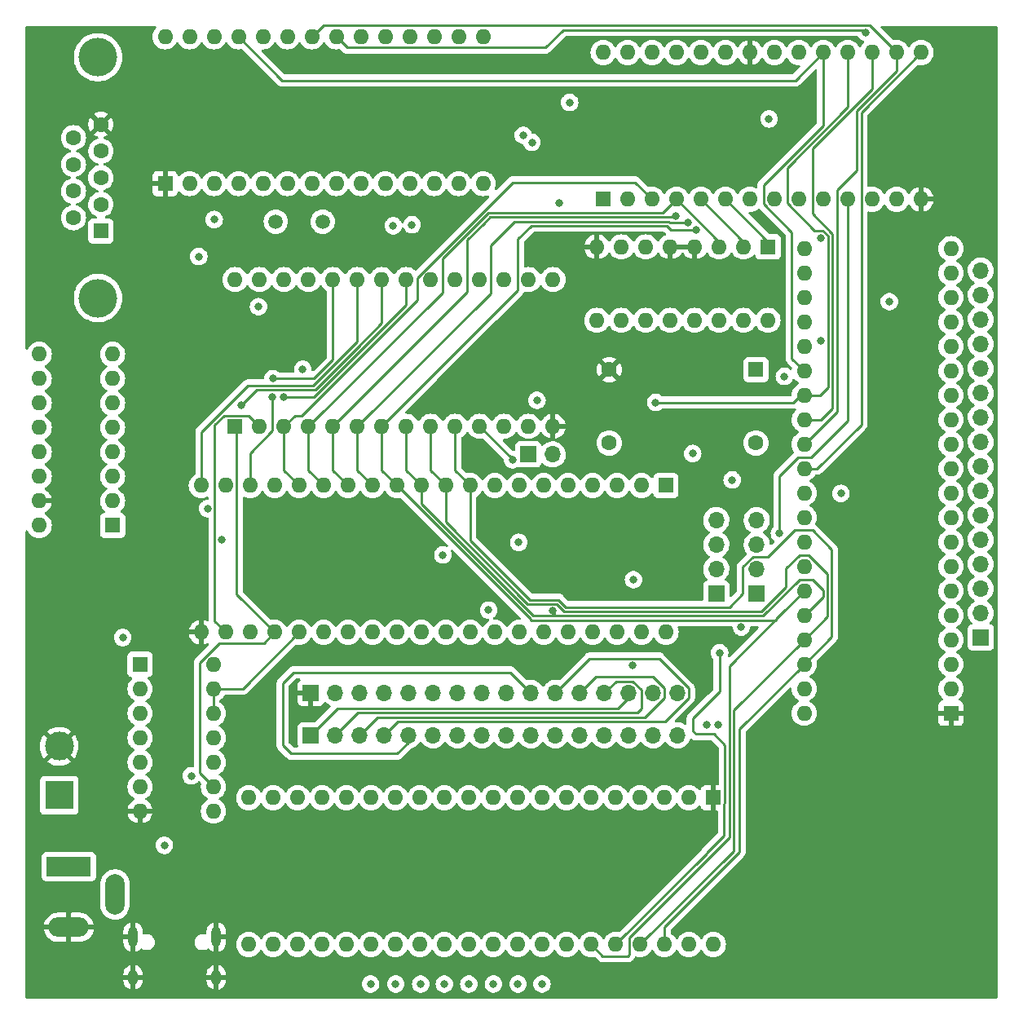
<source format=gbr>
%TF.GenerationSoftware,KiCad,Pcbnew,6.0.10-86aedd382b~118~ubuntu22.10.1*%
%TF.CreationDate,2023-08-04T17:23:03-07:00*%
%TF.ProjectId,6502v2,36353032-7632-42e6-9b69-6361645f7063,rev?*%
%TF.SameCoordinates,Original*%
%TF.FileFunction,Copper,L3,Inr*%
%TF.FilePolarity,Positive*%
%FSLAX46Y46*%
G04 Gerber Fmt 4.6, Leading zero omitted, Abs format (unit mm)*
G04 Created by KiCad (PCBNEW 6.0.10-86aedd382b~118~ubuntu22.10.1) date 2023-08-04 17:23:03*
%MOMM*%
%LPD*%
G01*
G04 APERTURE LIST*
%TA.AperFunction,ComponentPad*%
%ADD10R,1.700000X1.700000*%
%TD*%
%TA.AperFunction,ComponentPad*%
%ADD11O,1.700000X1.700000*%
%TD*%
%TA.AperFunction,ComponentPad*%
%ADD12C,1.500000*%
%TD*%
%TA.AperFunction,ComponentPad*%
%ADD13R,1.600000X1.600000*%
%TD*%
%TA.AperFunction,ComponentPad*%
%ADD14O,1.600000X1.600000*%
%TD*%
%TA.AperFunction,ComponentPad*%
%ADD15O,1.000000X2.100000*%
%TD*%
%TA.AperFunction,ComponentPad*%
%ADD16O,1.000000X1.600000*%
%TD*%
%TA.AperFunction,ComponentPad*%
%ADD17R,3.000000X3.000000*%
%TD*%
%TA.AperFunction,ComponentPad*%
%ADD18C,3.000000*%
%TD*%
%TA.AperFunction,ComponentPad*%
%ADD19R,4.600000X2.000000*%
%TD*%
%TA.AperFunction,ComponentPad*%
%ADD20O,4.200000X2.000000*%
%TD*%
%TA.AperFunction,ComponentPad*%
%ADD21O,2.000000X4.200000*%
%TD*%
%TA.AperFunction,ComponentPad*%
%ADD22C,1.600000*%
%TD*%
%TA.AperFunction,ComponentPad*%
%ADD23C,4.000000*%
%TD*%
%TA.AperFunction,ViaPad*%
%ADD24C,0.800000*%
%TD*%
%TA.AperFunction,Conductor*%
%ADD25C,0.250000*%
%TD*%
G04 APERTURE END LIST*
D10*
%TO.N,GND*%
%TO.C,J7*%
X60623000Y-96022000D03*
D11*
%TO.N,+5V*%
X63163000Y-96022000D03*
%TO.N,Net-(J7-Pad3)*%
X65703000Y-96022000D03*
%TO.N,/VIA/LCD PA5*%
X68243000Y-96022000D03*
%TO.N,/VIA/LCD PA6*%
X70783000Y-96022000D03*
%TO.N,/VIA/LCD PA7*%
X73323000Y-96022000D03*
%TO.N,/VIA/LCD PB0*%
X75863000Y-96022000D03*
%TO.N,/VIA/LCD PB1*%
X78403000Y-96022000D03*
%TO.N,/VIA/LCD PB2*%
X80943000Y-96022000D03*
%TO.N,/VIA/LCD PB3*%
X83483000Y-96022000D03*
%TO.N,/VIA/LCD PB4*%
X86023000Y-96022000D03*
%TO.N,/VIA/LCD PB5*%
X88563000Y-96022000D03*
%TO.N,/VIA/LCD PB6*%
X91103000Y-96022000D03*
%TO.N,/VIA/LCD PB7*%
X93643000Y-96022000D03*
%TO.N,+5V*%
X96183000Y-96022000D03*
%TO.N,GND*%
X98723000Y-96022000D03*
%TD*%
D12*
%TO.N,Net-(R33-Pad2)*%
%TO.C,Y1*%
X61875000Y-47075000D03*
%TO.N,Net-(C15-Pad1)*%
X56995000Y-47075000D03*
%TD*%
D10*
%TO.N,/VIA/LCD PB7*%
%TO.C,J6*%
X60600000Y-100425000D03*
D11*
%TO.N,/VIA/LCD PB6*%
X63140000Y-100425000D03*
%TO.N,/VIA/LCD PB5*%
X65680000Y-100425000D03*
%TO.N,/VIA/LCD PB4*%
X68220000Y-100425000D03*
%TO.N,/VIA/LCD PB3*%
X70760000Y-100425000D03*
%TO.N,/VIA/LCD PB2*%
X73300000Y-100425000D03*
%TO.N,/VIA/LCD PB1*%
X75840000Y-100425000D03*
%TO.N,/VIA/LCD PB0*%
X78380000Y-100425000D03*
%TO.N,/VIA/LCD PA7*%
X80920000Y-100425000D03*
%TO.N,/VIA/LCD PA6*%
X83460000Y-100425000D03*
%TO.N,/VIA/LCD PA5*%
X86000000Y-100425000D03*
%TO.N,/VIA/LCD PA4*%
X88540000Y-100425000D03*
%TO.N,/VIA/LCD PA3*%
X91080000Y-100425000D03*
%TO.N,/VIA/LCD PA2*%
X93620000Y-100425000D03*
%TO.N,/VIA/LCD PA1*%
X96160000Y-100425000D03*
%TO.N,/VIA/LCD PA0*%
X98700000Y-100425000D03*
%TD*%
D10*
%TO.N,/CPU/NMI*%
%TO.C,J3*%
X83225000Y-71250000D03*
D11*
%TO.N,/IRQ*%
X85765000Y-71250000D03*
%TD*%
D13*
%TO.N,GND*%
%TO.C,U6*%
X102450000Y-106900000D03*
D14*
%TO.N,/VIA/LCD PA0*%
X99910000Y-106900000D03*
%TO.N,/VIA/LCD PA1*%
X97370000Y-106900000D03*
%TO.N,/VIA/LCD PA2*%
X94830000Y-106900000D03*
%TO.N,/VIA/LCD PA3*%
X92290000Y-106900000D03*
%TO.N,/VIA/LCD PA4*%
X89750000Y-106900000D03*
%TO.N,/VIA/LCD PA5*%
X87210000Y-106900000D03*
%TO.N,/VIA/LCD PA6*%
X84670000Y-106900000D03*
%TO.N,/VIA/LCD PA7*%
X82130000Y-106900000D03*
%TO.N,/VIA/LCD PB0*%
X79590000Y-106900000D03*
%TO.N,/VIA/LCD PB1*%
X77050000Y-106900000D03*
%TO.N,/VIA/LCD PB2*%
X74510000Y-106900000D03*
%TO.N,/VIA/LCD PB3*%
X71970000Y-106900000D03*
%TO.N,/VIA/LCD PB4*%
X69430000Y-106900000D03*
%TO.N,/VIA/LCD PB5*%
X66890000Y-106900000D03*
%TO.N,/VIA/LCD PB6*%
X64350000Y-106900000D03*
%TO.N,/VIA/LCD PB7*%
X61810000Y-106900000D03*
%TO.N,/VIA/LCD CB1*%
X59270000Y-106900000D03*
%TO.N,/VIA/LCD CB2*%
X56730000Y-106900000D03*
%TO.N,+5V*%
X54190000Y-106900000D03*
%TO.N,unconnected-(U6-Pad21)*%
X54190000Y-122140000D03*
%TO.N,/R{slash}W*%
X56730000Y-122140000D03*
%TO.N,/I{slash}O ~{Enable}*%
X59270000Y-122140000D03*
%TO.N,/LCD C22 Enable*%
X61810000Y-122140000D03*
%TO.N,/Clk*%
X64350000Y-122140000D03*
%TO.N,/D7*%
X66890000Y-122140000D03*
%TO.N,/D6*%
X69430000Y-122140000D03*
%TO.N,/D5*%
X71970000Y-122140000D03*
%TO.N,/D4*%
X74510000Y-122140000D03*
%TO.N,/D3*%
X77050000Y-122140000D03*
%TO.N,/D2*%
X79590000Y-122140000D03*
%TO.N,/D1*%
X82130000Y-122140000D03*
%TO.N,/D0*%
X84670000Y-122140000D03*
%TO.N,/Reset*%
X87210000Y-122140000D03*
%TO.N,/A3*%
X89750000Y-122140000D03*
%TO.N,/A2*%
X92290000Y-122140000D03*
%TO.N,/A1*%
X94830000Y-122140000D03*
%TO.N,/A0*%
X97370000Y-122140000D03*
%TO.N,/VIA/LCD CA2*%
X99910000Y-122140000D03*
%TO.N,/VIA/LCD CA1*%
X102450000Y-122140000D03*
%TD*%
D10*
%TO.N,/VIA/LCD CA1*%
%TO.C,J8*%
X102750000Y-85700000D03*
D11*
%TO.N,/VIA/LCD CA2*%
X102750000Y-83160000D03*
%TO.N,/VIA/LCD CB1*%
X102750000Y-80620000D03*
%TO.N,/VIA/LCD CB2*%
X102750000Y-78080000D03*
%TD*%
D15*
%TO.N,GND*%
%TO.C,USB1*%
X50820000Y-121370000D03*
X42180000Y-121370000D03*
D16*
X42180000Y-125550000D03*
X50820000Y-125550000D03*
%TD*%
D13*
%TO.N,unconnected-(U1-Pad1)*%
%TO.C,U1*%
X42900000Y-93050000D03*
D14*
%TO.N,unconnected-(U1-Pad2)*%
X42900000Y-95590000D03*
%TO.N,unconnected-(U1-Pad3)*%
X42900000Y-98130000D03*
%TO.N,/Clk*%
X42900000Y-100670000D03*
%TO.N,/~{A15}*%
X42900000Y-103210000D03*
%TO.N,/RAM ~{CS}*%
X42900000Y-105750000D03*
%TO.N,GND*%
X42900000Y-108290000D03*
%TO.N,/I{slash}O ~{Enable}*%
X50520000Y-108290000D03*
%TO.N,/A14*%
X50520000Y-105750000D03*
%TO.N,/~{A15}*%
X50520000Y-103210000D03*
X50520000Y-100670000D03*
%TO.N,/A15*%
X50520000Y-98130000D03*
X50520000Y-95590000D03*
%TO.N,+5V*%
X50520000Y-93050000D03*
%TD*%
D17*
%TO.N,+5V*%
%TO.C,J1*%
X34500000Y-106650000D03*
D18*
%TO.N,GND*%
X34500000Y-101570000D03*
%TD*%
D19*
%TO.N,VCC*%
%TO.C,J2*%
X35500000Y-114050000D03*
D20*
%TO.N,GND*%
X35500000Y-120350000D03*
D21*
%TO.N,N/C*%
X40300000Y-116950000D03*
%TD*%
D13*
%TO.N,/A14*%
%TO.C,U3*%
X52775000Y-68325000D03*
D14*
%TO.N,/A12*%
X55315000Y-68325000D03*
%TO.N,/A7*%
X57855000Y-68325000D03*
%TO.N,/A6*%
X60395000Y-68325000D03*
%TO.N,/A5*%
X62935000Y-68325000D03*
%TO.N,/A4*%
X65475000Y-68325000D03*
%TO.N,/A3*%
X68015000Y-68325000D03*
%TO.N,/A2*%
X70555000Y-68325000D03*
%TO.N,/A1*%
X73095000Y-68325000D03*
%TO.N,/A0*%
X75635000Y-68325000D03*
%TO.N,/D0*%
X78175000Y-68325000D03*
%TO.N,/D1*%
X80715000Y-68325000D03*
%TO.N,/D2*%
X83255000Y-68325000D03*
%TO.N,GND*%
X85795000Y-68325000D03*
%TO.N,/D3*%
X85795000Y-53085000D03*
%TO.N,/D4*%
X83255000Y-53085000D03*
%TO.N,/D5*%
X80715000Y-53085000D03*
%TO.N,/D6*%
X78175000Y-53085000D03*
%TO.N,/D7*%
X75635000Y-53085000D03*
%TO.N,/RAM ~{CS}*%
X73095000Y-53085000D03*
%TO.N,/A10*%
X70555000Y-53085000D03*
%TO.N,/A14*%
X68015000Y-53085000D03*
%TO.N,/A11*%
X65475000Y-53085000D03*
%TO.N,/A9*%
X62935000Y-53085000D03*
%TO.N,/A8*%
X60395000Y-53085000D03*
%TO.N,/A13*%
X57855000Y-53085000D03*
%TO.N,/R{slash}W*%
X55315000Y-53085000D03*
%TO.N,+5V*%
X52775000Y-53085000D03*
%TD*%
D13*
%TO.N,GND*%
%TO.C,U8*%
X45500000Y-43125000D03*
D14*
%TO.N,/Serial Enable*%
X48040000Y-43125000D03*
%TO.N,/I{slash}O ~{Enable}*%
X50580000Y-43125000D03*
%TO.N,/Reset*%
X53120000Y-43125000D03*
%TO.N,unconnected-(U8-Pad5)*%
X55660000Y-43125000D03*
%TO.N,Net-(C15-Pad1)*%
X58200000Y-43125000D03*
%TO.N,Net-(R33-Pad2)*%
X60740000Y-43125000D03*
%TO.N,unconnected-(U8-Pad8)*%
X63280000Y-43125000D03*
%TO.N,unconnected-(U8-Pad9)*%
X65820000Y-43125000D03*
%TO.N,/Serial/T1IN*%
X68360000Y-43125000D03*
%TO.N,unconnected-(U8-Pad11)*%
X70900000Y-43125000D03*
%TO.N,/Serial/R1OUT*%
X73440000Y-43125000D03*
%TO.N,/A0*%
X75980000Y-43125000D03*
%TO.N,/A1*%
X78520000Y-43125000D03*
%TO.N,+5V*%
X78520000Y-27885000D03*
%TO.N,unconnected-(U8-Pad16)*%
X75980000Y-27885000D03*
%TO.N,unconnected-(U8-Pad17)*%
X73440000Y-27885000D03*
%TO.N,/D0*%
X70900000Y-27885000D03*
%TO.N,/D1*%
X68360000Y-27885000D03*
%TO.N,/D2*%
X65820000Y-27885000D03*
%TO.N,/D3*%
X63280000Y-27885000D03*
%TO.N,/D4*%
X60740000Y-27885000D03*
%TO.N,/D5*%
X58200000Y-27885000D03*
%TO.N,/D6*%
X55660000Y-27885000D03*
%TO.N,/D7*%
X53120000Y-27885000D03*
%TO.N,unconnected-(U8-Pad26)*%
X50580000Y-27885000D03*
%TO.N,/Clk*%
X48040000Y-27885000D03*
%TO.N,/R{slash}W*%
X45500000Y-27885000D03*
%TD*%
D13*
%TO.N,unconnected-(X1-Pad1)*%
%TO.C,X1*%
X106870000Y-62440000D03*
D22*
%TO.N,GND*%
X91630000Y-62440000D03*
%TO.N,/Clk*%
X91630000Y-70060000D03*
%TO.N,+5V*%
X106870000Y-70060000D03*
%TD*%
D13*
%TO.N,/A4*%
%TO.C,U2*%
X108125000Y-49700000D03*
D14*
%TO.N,/A5*%
X105585000Y-49700000D03*
%TO.N,/A6*%
X103045000Y-49700000D03*
%TO.N,GND*%
X100505000Y-49700000D03*
X97965000Y-49700000D03*
%TO.N,+5V*%
X95425000Y-49700000D03*
%TO.N,unconnected-(U2-Pad7)*%
X92885000Y-49700000D03*
%TO.N,GND*%
X90345000Y-49700000D03*
%TO.N,unconnected-(U2-Pad9)*%
X90345000Y-57320000D03*
%TO.N,unconnected-(U2-Pad10)*%
X92885000Y-57320000D03*
%TO.N,/Serial Enable*%
X95425000Y-57320000D03*
%TO.N,unconnected-(U2-Pad12)*%
X97965000Y-57320000D03*
%TO.N,/LCD C22 Enable*%
X100505000Y-57320000D03*
%TO.N,/C22 Enable*%
X103045000Y-57320000D03*
%TO.N,unconnected-(U2-Pad15)*%
X105585000Y-57320000D03*
%TO.N,+5V*%
X108125000Y-57320000D03*
%TD*%
D13*
%TO.N,GND*%
%TO.C,U5*%
X127125000Y-98125000D03*
D14*
%TO.N,/VIA/PA0*%
X127125000Y-95585000D03*
%TO.N,/VIA/PA1*%
X127125000Y-93045000D03*
%TO.N,/VIA/PA2*%
X127125000Y-90505000D03*
%TO.N,/VIA/PA3*%
X127125000Y-87965000D03*
%TO.N,/VIA/PA4*%
X127125000Y-85425000D03*
%TO.N,/VIA/PA5*%
X127125000Y-82885000D03*
%TO.N,/VIA/PA6*%
X127125000Y-80345000D03*
%TO.N,/VIA/PA7*%
X127125000Y-77805000D03*
%TO.N,/VIA/PB0*%
X127125000Y-75265000D03*
%TO.N,/VIA/PB1*%
X127125000Y-72725000D03*
%TO.N,/VIA/PB2*%
X127125000Y-70185000D03*
%TO.N,/VIA/PB3*%
X127125000Y-67645000D03*
%TO.N,/VIA/PB4*%
X127125000Y-65105000D03*
%TO.N,/VIA/PB5*%
X127125000Y-62565000D03*
%TO.N,/VIA/PB6*%
X127125000Y-60025000D03*
%TO.N,/VIA/PB7*%
X127125000Y-57485000D03*
%TO.N,/VIA/CB1*%
X127125000Y-54945000D03*
%TO.N,/VIA/CB2*%
X127125000Y-52405000D03*
%TO.N,+5V*%
X127125000Y-49865000D03*
%TO.N,/IRQ*%
X111885000Y-49865000D03*
%TO.N,/R{slash}W*%
X111885000Y-52405000D03*
%TO.N,/I{slash}O ~{Enable}*%
X111885000Y-54945000D03*
%TO.N,/C22 Enable*%
X111885000Y-57485000D03*
%TO.N,/Clk*%
X111885000Y-60025000D03*
%TO.N,/D7*%
X111885000Y-62565000D03*
%TO.N,/D6*%
X111885000Y-65105000D03*
%TO.N,/D5*%
X111885000Y-67645000D03*
%TO.N,/D4*%
X111885000Y-70185000D03*
%TO.N,/D3*%
X111885000Y-72725000D03*
%TO.N,/D2*%
X111885000Y-75265000D03*
%TO.N,/D1*%
X111885000Y-77805000D03*
%TO.N,/D0*%
X111885000Y-80345000D03*
%TO.N,/Reset*%
X111885000Y-82885000D03*
%TO.N,/A3*%
X111885000Y-85425000D03*
%TO.N,/A2*%
X111885000Y-87965000D03*
%TO.N,/A1*%
X111885000Y-90505000D03*
%TO.N,/A0*%
X111885000Y-93045000D03*
%TO.N,/VIA/CA2*%
X111885000Y-95585000D03*
%TO.N,/VIA/CA1*%
X111885000Y-98125000D03*
%TD*%
D13*
%TO.N,Net-(C11-Pad1)*%
%TO.C,U7*%
X40050000Y-78625000D03*
D14*
%TO.N,Net-(C14-Pad1)*%
X40050000Y-76085000D03*
%TO.N,Net-(C11-Pad2)*%
X40050000Y-73545000D03*
%TO.N,Net-(C12-Pad1)*%
X40050000Y-71005000D03*
%TO.N,Net-(C12-Pad2)*%
X40050000Y-68465000D03*
%TO.N,Net-(C13-Pad1)*%
X40050000Y-65925000D03*
%TO.N,unconnected-(U7-Pad7)*%
X40050000Y-63385000D03*
%TO.N,unconnected-(U7-Pad8)*%
X40050000Y-60845000D03*
%TO.N,unconnected-(U7-Pad9)*%
X32430000Y-60845000D03*
%TO.N,unconnected-(U7-Pad10)*%
X32430000Y-63385000D03*
%TO.N,/Serial/T1IN*%
X32430000Y-65925000D03*
%TO.N,/Serial/R1OUT*%
X32430000Y-68465000D03*
%TO.N,/Serial/R1IN*%
X32430000Y-71005000D03*
%TO.N,/Serial/T1OUT*%
X32430000Y-73545000D03*
%TO.N,GND*%
X32430000Y-76085000D03*
%TO.N,+5V*%
X32430000Y-78625000D03*
%TD*%
D23*
%TO.N,N/C*%
%TO.C,J9*%
X38530331Y-55010000D03*
X38530331Y-30010000D03*
D13*
%TO.N,unconnected-(J9-Pad1)*%
X38830331Y-48050000D03*
D22*
%TO.N,/Serial/T1OUT*%
X38830331Y-45280000D03*
%TO.N,/Serial/R1IN*%
X38830331Y-42510000D03*
%TO.N,unconnected-(J9-Pad4)*%
X38830331Y-39740000D03*
%TO.N,GND*%
X38830331Y-36970000D03*
%TO.N,unconnected-(J9-Pad6)*%
X35990331Y-46665000D03*
%TO.N,unconnected-(J9-Pad7)*%
X35990331Y-43895000D03*
%TO.N,unconnected-(J9-Pad8)*%
X35990331Y-41125000D03*
%TO.N,unconnected-(J9-Pad9)*%
X35990331Y-38355000D03*
%TD*%
D10*
%TO.N,/VIA/PA0*%
%TO.C,J4*%
X130225000Y-90250000D03*
D11*
%TO.N,/VIA/PA1*%
X130225000Y-87710000D03*
%TO.N,/VIA/PA2*%
X130225000Y-85170000D03*
%TO.N,/VIA/PA3*%
X130225000Y-82630000D03*
%TO.N,/VIA/PA4*%
X130225000Y-80090000D03*
%TO.N,/VIA/PA5*%
X130225000Y-77550000D03*
%TO.N,/VIA/PA6*%
X130225000Y-75010000D03*
%TO.N,/VIA/PA7*%
X130225000Y-72470000D03*
%TO.N,/VIA/PB0*%
X130225000Y-69930000D03*
%TO.N,/VIA/PB1*%
X130225000Y-67390000D03*
%TO.N,/VIA/PB2*%
X130225000Y-64850000D03*
%TO.N,/VIA/PB3*%
X130225000Y-62310000D03*
%TO.N,/VIA/PB4*%
X130225000Y-59770000D03*
%TO.N,/VIA/PB5*%
X130225000Y-57230000D03*
%TO.N,/VIA/PB6*%
X130225000Y-54690000D03*
%TO.N,/VIA/PB7*%
X130225000Y-52150000D03*
%TD*%
D10*
%TO.N,/VIA/CA1*%
%TO.C,J5*%
X106950000Y-85700000D03*
D11*
%TO.N,/VIA/CA2*%
X106950000Y-83160000D03*
%TO.N,/VIA/CB1*%
X106950000Y-80620000D03*
%TO.N,/VIA/CB2*%
X106950000Y-78080000D03*
%TD*%
D13*
%TO.N,/A14*%
%TO.C,U9*%
X91000000Y-44750000D03*
D14*
%TO.N,/A12*%
X93540000Y-44750000D03*
%TO.N,/A7*%
X96080000Y-44750000D03*
%TO.N,/A6*%
X98620000Y-44750000D03*
%TO.N,/A5*%
X101160000Y-44750000D03*
%TO.N,/A4*%
X103700000Y-44750000D03*
%TO.N,/A3*%
X106240000Y-44750000D03*
%TO.N,/A2*%
X108780000Y-44750000D03*
%TO.N,/A1*%
X111320000Y-44750000D03*
%TO.N,/A0*%
X113860000Y-44750000D03*
%TO.N,/D0*%
X116400000Y-44750000D03*
%TO.N,/D1*%
X118940000Y-44750000D03*
%TO.N,/D2*%
X121480000Y-44750000D03*
%TO.N,GND*%
X124020000Y-44750000D03*
%TO.N,/D3*%
X124020000Y-29510000D03*
%TO.N,/D4*%
X121480000Y-29510000D03*
%TO.N,/D5*%
X118940000Y-29510000D03*
%TO.N,/D6*%
X116400000Y-29510000D03*
%TO.N,/D7*%
X113860000Y-29510000D03*
%TO.N,/~{A15}*%
X111320000Y-29510000D03*
%TO.N,/A10*%
X108780000Y-29510000D03*
%TO.N,GND*%
X106240000Y-29510000D03*
%TO.N,/A11*%
X103700000Y-29510000D03*
%TO.N,/A9*%
X101160000Y-29510000D03*
%TO.N,/A8*%
X98620000Y-29510000D03*
%TO.N,/A13*%
X96080000Y-29510000D03*
%TO.N,+5V*%
X93540000Y-29510000D03*
X91000000Y-29510000D03*
%TD*%
D13*
%TO.N,unconnected-(U4-Pad1)*%
%TO.C,U4*%
X97525000Y-74475000D03*
D14*
%TO.N,+5V*%
X94985000Y-74475000D03*
%TO.N,unconnected-(U4-Pad3)*%
X92445000Y-74475000D03*
%TO.N,/IRQ*%
X89905000Y-74475000D03*
%TO.N,unconnected-(U4-Pad5)*%
X87365000Y-74475000D03*
%TO.N,/CPU/NMI*%
X84825000Y-74475000D03*
%TO.N,unconnected-(U4-Pad7)*%
X82285000Y-74475000D03*
%TO.N,+5V*%
X79745000Y-74475000D03*
%TO.N,/A0*%
X77205000Y-74475000D03*
%TO.N,/A1*%
X74665000Y-74475000D03*
%TO.N,/A2*%
X72125000Y-74475000D03*
%TO.N,/A3*%
X69585000Y-74475000D03*
%TO.N,/A4*%
X67045000Y-74475000D03*
%TO.N,/A5*%
X64505000Y-74475000D03*
%TO.N,/A6*%
X61965000Y-74475000D03*
%TO.N,/A7*%
X59425000Y-74475000D03*
%TO.N,/A8*%
X56885000Y-74475000D03*
%TO.N,/A9*%
X54345000Y-74475000D03*
%TO.N,/A10*%
X51805000Y-74475000D03*
%TO.N,/A11*%
X49265000Y-74475000D03*
%TO.N,GND*%
X49265000Y-89715000D03*
%TO.N,/A12*%
X51805000Y-89715000D03*
%TO.N,/A13*%
X54345000Y-89715000D03*
%TO.N,/A14*%
X56885000Y-89715000D03*
%TO.N,/A15*%
X59425000Y-89715000D03*
%TO.N,/D7*%
X61965000Y-89715000D03*
%TO.N,/D6*%
X64505000Y-89715000D03*
%TO.N,/D5*%
X67045000Y-89715000D03*
%TO.N,/D4*%
X69585000Y-89715000D03*
%TO.N,/D3*%
X72125000Y-89715000D03*
%TO.N,/D2*%
X74665000Y-89715000D03*
%TO.N,/D1*%
X77205000Y-89715000D03*
%TO.N,/D0*%
X79745000Y-89715000D03*
%TO.N,/R{slash}W*%
X82285000Y-89715000D03*
%TO.N,unconnected-(U4-Pad35)*%
X84825000Y-89715000D03*
%TO.N,+5V*%
X87365000Y-89715000D03*
%TO.N,/Clk*%
X89905000Y-89715000D03*
%TO.N,+5V*%
X92445000Y-89715000D03*
%TO.N,unconnected-(U4-Pad39)*%
X94985000Y-89715000D03*
%TO.N,/Reset*%
X97525000Y-89715000D03*
%TD*%
D24*
%TO.N,/A2*%
X103100000Y-91850000D03*
%TO.N,Net-(J7-Pad3)*%
X94087186Y-93170397D03*
%TO.N,GND*%
X123750000Y-73775000D03*
X120875000Y-118925000D03*
X50475000Y-49300000D03*
X123775000Y-89175000D03*
X129050000Y-29350000D03*
X39720000Y-87150000D03*
X86325000Y-30950000D03*
X32525000Y-32400000D03*
X57900000Y-103050000D03*
X84725000Y-36000000D03*
X59800000Y-113550000D03*
X49150000Y-86440000D03*
X127975000Y-125775000D03*
X88425000Y-82800000D03*
X47650000Y-116375000D03*
X101375000Y-38625000D03*
X56125000Y-50450000D03*
X54475000Y-45250000D03*
X62600000Y-39850000D03*
X43390000Y-90370000D03*
X61570000Y-79040000D03*
X122390000Y-38490000D03*
X113040000Y-104800000D03*
X36250000Y-52225000D03*
X128000000Y-113750000D03*
X74100000Y-30625000D03*
X32475000Y-28700000D03*
X59620000Y-85480000D03*
X77875000Y-35275000D03*
X39720000Y-81690000D03*
X57950000Y-126025000D03*
X39720000Y-84000000D03*
X45650000Y-37070000D03*
X113100000Y-125775000D03*
X96800000Y-82225000D03*
X93475000Y-125725000D03*
X41575000Y-56925000D03*
X53525000Y-99850000D03*
X99600000Y-82150000D03*
X123750000Y-81350000D03*
X51650000Y-37050000D03*
X56070000Y-80150000D03*
X129200000Y-38475000D03*
X35300000Y-85290000D03*
X58870000Y-78630000D03*
%TO.N,+5V*%
X87525000Y-34700000D03*
X94150000Y-84250000D03*
X82225000Y-80375000D03*
X48210000Y-104620000D03*
X45430000Y-111840000D03*
X74350886Y-81674114D03*
X109825000Y-63150000D03*
%TO.N,Net-(D2-Pad1)*%
X84650000Y-126250000D03*
%TO.N,/D0*%
X81594500Y-71800000D03*
X109300000Y-79450000D03*
%TO.N,Net-(D4-Pad1)*%
X82150000Y-126250000D03*
%TO.N,/D1*%
X84125000Y-65625000D03*
%TO.N,/A1*%
X115700000Y-75300000D03*
X113584851Y-48770847D03*
%TO.N,Net-(D6-Pad1)*%
X79600000Y-126250000D03*
%TO.N,/D2*%
X79100000Y-87425000D03*
%TO.N,/A2*%
X85737451Y-87512951D03*
%TO.N,Net-(D8-Pad1)*%
X77050000Y-126250000D03*
%TO.N,/D3*%
X118300000Y-27424500D03*
%TO.N,/A3*%
X100653416Y-47924500D03*
%TO.N,Net-(D10-Pad1)*%
X74500000Y-126250000D03*
%TO.N,/A4*%
X99775000Y-47200000D03*
%TO.N,Net-(D12-Pad1)*%
X72050000Y-126250000D03*
%TO.N,/D5*%
X108225000Y-36400000D03*
%TO.N,/A5*%
X98550000Y-46475000D03*
%TO.N,Net-(D14-Pad1)*%
X69450000Y-126250000D03*
%TO.N,/D6*%
X96450000Y-65850000D03*
%TO.N,Net-(D16-Pad1)*%
X66850000Y-126250000D03*
%TO.N,/A8*%
X49925500Y-76875000D03*
%TO.N,/A9*%
X56700000Y-63375500D03*
X56650000Y-65275000D03*
%TO.N,/A10*%
X57800000Y-65300000D03*
%TO.N,/R{slash}W*%
X49000000Y-50700000D03*
%TO.N,/A12*%
X59800000Y-62400000D03*
X69200000Y-47500000D03*
X82700000Y-38100000D03*
%TO.N,/A13*%
X51374500Y-80075000D03*
X55200000Y-55900000D03*
%TO.N,/A14*%
X53450000Y-66100000D03*
X71150500Y-47400000D03*
X83600000Y-38850000D03*
%TO.N,/VIA/LCD CA1*%
X102975000Y-99325000D03*
%TO.N,/VIA/LCD CA2*%
X101759500Y-99325000D03*
%TO.N,/Reset*%
X41100000Y-90250000D03*
X105350000Y-89175000D03*
%TO.N,/I{slash}O ~{Enable}*%
X50600000Y-46850000D03*
X120725000Y-55375000D03*
X113650500Y-59411540D03*
%TO.N,/LCD C22 Enable*%
X100300000Y-71150000D03*
X104400000Y-73900000D03*
%TO.N,/Serial Enable*%
X86425500Y-45150000D03*
%TD*%
D25*
%TO.N,/VIA/LCD PB3*%
X83483000Y-96022000D02*
X81336000Y-93875000D01*
X58575000Y-102325000D02*
X69600000Y-102325000D01*
X81336000Y-93875000D02*
X58825000Y-93875000D01*
X69600000Y-102325000D02*
X70760000Y-101165000D01*
X58825000Y-93875000D02*
X57725000Y-94975000D01*
X57725000Y-94975000D02*
X57725000Y-101475000D01*
X57725000Y-101475000D02*
X58575000Y-102325000D01*
X70760000Y-101165000D02*
X70760000Y-100425000D01*
%TO.N,/VIA/LCD PB4*%
X68220000Y-100425000D02*
X69670000Y-98975000D01*
X69670000Y-98975000D02*
X97431701Y-98975000D01*
X99898000Y-95535299D02*
X96808098Y-92445397D01*
X97431701Y-98975000D02*
X99898000Y-96508701D01*
X99898000Y-96508701D02*
X99898000Y-95535299D01*
X96808098Y-92445397D02*
X89599603Y-92445397D01*
X89599603Y-92445397D02*
X86023000Y-96022000D01*
%TO.N,/VIA/LCD PB5*%
X65680000Y-100425000D02*
X67580000Y-98525000D01*
X67580000Y-98525000D02*
X95341701Y-98525000D01*
X96172701Y-94350000D02*
X90235000Y-94350000D01*
X95341701Y-98525000D02*
X97358000Y-96508701D01*
X97358000Y-96508701D02*
X97358000Y-95535299D01*
X97358000Y-95535299D02*
X96172701Y-94350000D01*
X90235000Y-94350000D02*
X88563000Y-96022000D01*
%TO.N,/VIA/LCD PB6*%
X63140000Y-100425000D02*
X65490000Y-98075000D01*
X65490000Y-98075000D02*
X94544000Y-98075000D01*
X95000000Y-95717299D02*
X94082701Y-94800000D01*
X94544000Y-98075000D02*
X95000000Y-97619000D01*
X95000000Y-97619000D02*
X95000000Y-95717299D01*
X92325000Y-94800000D02*
X91103000Y-96022000D01*
X94082701Y-94800000D02*
X92325000Y-94800000D01*
%TO.N,/VIA/LCD PB7*%
X60600000Y-100425000D02*
X63400000Y-97625000D01*
X63400000Y-97625000D02*
X92550000Y-97625000D01*
X92550000Y-97625000D02*
X93643000Y-96532000D01*
X93643000Y-96532000D02*
X93643000Y-96022000D01*
%TO.N,/A2*%
X85924902Y-88000000D02*
X85924902Y-87700402D01*
X85924902Y-87700402D02*
X85737451Y-87512951D01*
X100300000Y-99975000D02*
X100300000Y-99275000D01*
X100625000Y-100300000D02*
X100300000Y-99975000D01*
X101750000Y-112650000D02*
X103575000Y-110825000D01*
X103100000Y-95875000D02*
X103100000Y-91850000D01*
X103575000Y-110825000D02*
X103575000Y-107525000D01*
X101800000Y-97175000D02*
X103100000Y-95875000D01*
X103650000Y-107450000D02*
X103650000Y-101425000D01*
X92290000Y-122140000D02*
X101750000Y-112680000D01*
X103650000Y-101425000D02*
X102525000Y-100300000D01*
X103575000Y-107525000D02*
X103650000Y-107450000D01*
X101750000Y-112680000D02*
X101750000Y-112650000D01*
X100300000Y-99275000D02*
X100300000Y-98675000D01*
X100300000Y-98675000D02*
X101800000Y-97175000D01*
X102525000Y-100300000D02*
X100625000Y-100300000D01*
%TO.N,/A3*%
X108860000Y-88450000D02*
X109655000Y-87655000D01*
X109655000Y-87655000D02*
X111885000Y-85425000D01*
X89750000Y-122140000D02*
X90960000Y-123350000D01*
X90960000Y-123350000D02*
X93575000Y-123350000D01*
X104100000Y-111000000D02*
X104100000Y-93210000D01*
X93575000Y-123350000D02*
X93705000Y-123220000D01*
X93705000Y-123220000D02*
X93705000Y-121395000D01*
X93705000Y-121395000D02*
X104100000Y-111000000D01*
X104100000Y-93210000D02*
X109655000Y-87655000D01*
%TO.N,/D0*%
X78175000Y-68325000D02*
X81594500Y-71744500D01*
X109300000Y-73525000D02*
X109300000Y-79450000D01*
X112600000Y-71575000D02*
X111250000Y-71575000D01*
X116400000Y-44750000D02*
X116400000Y-67775000D01*
X111250000Y-71575000D02*
X109300000Y-73525000D01*
X116400000Y-67775000D02*
X112600000Y-71575000D01*
X81594500Y-71744500D02*
X81594500Y-71800000D01*
%TO.N,/A0*%
X105525000Y-84550000D02*
X105525000Y-85700000D01*
X75635000Y-72905000D02*
X77205000Y-74475000D01*
X114750000Y-81125000D02*
X112725000Y-79100000D01*
X97370000Y-122140000D02*
X97370000Y-120330000D01*
X112725000Y-79100000D02*
X110925000Y-79100000D01*
X110925000Y-79100000D02*
X108125000Y-81900000D01*
X106548299Y-81900000D02*
X105525000Y-82923299D01*
X104125000Y-87100000D02*
X87136396Y-87100000D01*
X77205000Y-80185812D02*
X77205000Y-74475000D01*
X111885000Y-93045000D02*
X114750000Y-90180000D01*
X87136396Y-87100000D02*
X86374347Y-86337951D01*
X97370000Y-120330000D02*
X105150000Y-112550000D01*
X75635000Y-68325000D02*
X75635000Y-72905000D01*
X83357139Y-86337951D02*
X77205000Y-80185812D01*
X105525000Y-82923299D02*
X105525000Y-84700000D01*
X105525000Y-85700000D02*
X104125000Y-87100000D01*
X105150000Y-112550000D02*
X105150000Y-99780000D01*
X105150000Y-99780000D02*
X111885000Y-93045000D01*
X108125000Y-81900000D02*
X106548299Y-81900000D01*
X86374347Y-86337951D02*
X83357139Y-86337951D01*
X114750000Y-90180000D02*
X114750000Y-81125000D01*
%TO.N,/A1*%
X104550000Y-112420000D02*
X104550000Y-97840000D01*
X73095000Y-68325000D02*
X73095000Y-72905000D01*
X73095000Y-72905000D02*
X74665000Y-74475000D01*
X111400000Y-81675000D02*
X112300000Y-81675000D01*
X112300000Y-81675000D02*
X114300000Y-83675000D01*
X114300000Y-83675000D02*
X114300000Y-88090000D01*
X74665000Y-74475000D02*
X74665000Y-78282208D01*
X109975000Y-83100000D02*
X111400000Y-81675000D01*
X74665000Y-78282208D02*
X83170743Y-86787951D01*
X94830000Y-122140000D02*
X104550000Y-112420000D01*
X114300000Y-88090000D02*
X111885000Y-90505000D01*
X107413604Y-87550000D02*
X109975000Y-84988604D01*
X83170743Y-86787951D02*
X86187951Y-86787951D01*
X109975000Y-84988604D02*
X109975000Y-83100000D01*
X104550000Y-97840000D02*
X111885000Y-90505000D01*
X86950000Y-87550000D02*
X107413604Y-87550000D01*
X86187951Y-86787951D02*
X86950000Y-87550000D01*
%TO.N,/A2*%
X111885000Y-87965000D02*
X113850000Y-86000000D01*
X113850000Y-86000000D02*
X113850000Y-85350000D01*
X70555000Y-72905000D02*
X72125000Y-74475000D01*
X72125000Y-76378604D02*
X72125000Y-74475000D01*
X85924902Y-88000000D02*
X86500000Y-88000000D01*
X107600000Y-88000000D02*
X86500000Y-88000000D01*
X113850000Y-85350000D02*
X112725000Y-84225000D01*
X112725000Y-84225000D02*
X111375000Y-84225000D01*
X86500000Y-88000000D02*
X83746396Y-88000000D01*
X111375000Y-84225000D02*
X107600000Y-88000000D01*
X83746396Y-88000000D02*
X72125000Y-76378604D01*
X70555000Y-68325000D02*
X70555000Y-72905000D01*
%TO.N,/D3*%
X117815000Y-35715000D02*
X117815000Y-68135000D01*
X124020000Y-29510000D02*
X117815000Y-35715000D01*
X117815000Y-68135000D02*
X113225000Y-72725000D01*
X113225000Y-72725000D02*
X111885000Y-72725000D01*
X118025500Y-27150000D02*
X118300000Y-27424500D01*
X84990000Y-29010000D02*
X86850000Y-27150000D01*
X64405000Y-29010000D02*
X84990000Y-29010000D01*
X63280000Y-27885000D02*
X64405000Y-29010000D01*
X86850000Y-27150000D02*
X118025500Y-27150000D01*
%TO.N,/A3*%
X68015000Y-68325000D02*
X68015000Y-72905000D01*
X82130000Y-48895000D02*
X83525000Y-47500000D01*
X83455000Y-88345000D02*
X82930000Y-87820000D01*
X82130000Y-54210000D02*
X82130000Y-48895000D01*
X98038104Y-47924500D02*
X100653416Y-47924500D01*
X68015000Y-72905000D02*
X69585000Y-74475000D01*
X82930000Y-87820000D02*
X83560000Y-88450000D01*
X83525000Y-47500000D02*
X97613604Y-47500000D01*
X68015000Y-68325000D02*
X82130000Y-54210000D01*
X97613604Y-47500000D02*
X98038104Y-47924500D01*
X83560000Y-88450000D02*
X108860000Y-88450000D01*
X69585000Y-74475000D02*
X82930000Y-87820000D01*
%TO.N,/D4*%
X60740000Y-27885000D02*
X61925000Y-26700000D01*
X117300000Y-41775000D02*
X117300000Y-35593604D01*
X111885000Y-70185000D02*
X115275000Y-66795000D01*
X118670000Y-26700000D02*
X121480000Y-29510000D01*
X121480000Y-31413604D02*
X121480000Y-29510000D01*
X115275000Y-66795000D02*
X115275000Y-43800000D01*
X115275000Y-43800000D02*
X117300000Y-41775000D01*
X61925000Y-26700000D02*
X118670000Y-26700000D01*
X117300000Y-35593604D02*
X121480000Y-31413604D01*
%TO.N,/A4*%
X65475000Y-72905000D02*
X67045000Y-74475000D01*
X65475000Y-68325000D02*
X65475000Y-72905000D01*
X99775000Y-47200000D02*
X97950000Y-47200000D01*
X81775000Y-47050000D02*
X79300000Y-49525000D01*
X108125000Y-49175000D02*
X108125000Y-49700000D01*
X79300000Y-49525000D02*
X79300000Y-53175000D01*
X103700000Y-44750000D02*
X108125000Y-49175000D01*
X79300000Y-54500000D02*
X79300000Y-53175000D01*
X65475000Y-68325000D02*
X79300000Y-54500000D01*
X97800000Y-47050000D02*
X81775000Y-47050000D01*
X97950000Y-47200000D02*
X97800000Y-47050000D01*
%TO.N,/D5*%
X112725000Y-46250000D02*
X112725000Y-39500000D01*
X118940000Y-33285000D02*
X118940000Y-29510000D01*
X113630000Y-67645000D02*
X114825000Y-66450000D01*
X111885000Y-67645000D02*
X113630000Y-67645000D01*
X112725000Y-39500000D02*
X118940000Y-33285000D01*
X114825000Y-48350000D02*
X112725000Y-46250000D01*
X114825000Y-66450000D02*
X114825000Y-48350000D01*
%TO.N,/A5*%
X105585000Y-49175000D02*
X105585000Y-49700000D01*
X79775000Y-46600000D02*
X98425000Y-46600000D01*
X62935000Y-68325000D02*
X76900000Y-54360000D01*
X98425000Y-46600000D02*
X98550000Y-46475000D01*
X78630901Y-47230900D02*
X79261801Y-46600000D01*
X62935000Y-68325000D02*
X62935000Y-72905000D01*
X76900000Y-53425000D02*
X76900000Y-48961801D01*
X101160000Y-44750000D02*
X105585000Y-49175000D01*
X76900000Y-48961801D02*
X78630901Y-47230900D01*
X62935000Y-72905000D02*
X64505000Y-74475000D01*
X79261801Y-46600000D02*
X79775000Y-46600000D01*
X76900000Y-54360000D02*
X76900000Y-53425000D01*
%TO.N,/D6*%
X111885000Y-65105000D02*
X113520000Y-65105000D01*
X110125000Y-41463604D02*
X116400000Y-35188604D01*
X111495000Y-65105000D02*
X111885000Y-65105000D01*
X110125000Y-45145991D02*
X110125000Y-41463604D01*
X96450000Y-65850000D02*
X110750000Y-65850000D01*
X113819302Y-47980698D02*
X112959707Y-47980698D01*
X114375000Y-64250000D02*
X114375000Y-48536396D01*
X113520000Y-65105000D02*
X114375000Y-64250000D01*
X114375000Y-48536396D02*
X113819302Y-47980698D01*
X110750000Y-65850000D02*
X111495000Y-65105000D01*
X112959707Y-47980698D02*
X110125000Y-45145991D01*
X116400000Y-35188604D02*
X116400000Y-29510000D01*
%TO.N,/A6*%
X97220000Y-46150000D02*
X98620000Y-44750000D01*
X60395000Y-68325000D02*
X74300000Y-54420000D01*
X103045000Y-49175000D02*
X103045000Y-49700000D01*
X74300000Y-54420000D02*
X74300000Y-50925405D01*
X98620000Y-44750000D02*
X103045000Y-49175000D01*
X60395000Y-72905000D02*
X61965000Y-74475000D01*
X60395000Y-68325000D02*
X60395000Y-72905000D01*
X74300000Y-50925405D02*
X79075405Y-46150000D01*
X79075405Y-46150000D02*
X97220000Y-46150000D01*
%TO.N,/D7*%
X107655000Y-45230000D02*
X110600000Y-48175000D01*
X113860000Y-29510000D02*
X113860000Y-37092208D01*
X110970000Y-32400000D02*
X113860000Y-29510000D01*
X57635000Y-32400000D02*
X110970000Y-32400000D01*
X113860000Y-37092208D02*
X107655000Y-43297208D01*
X107655000Y-43297208D02*
X107655000Y-45230000D01*
X110600000Y-61280000D02*
X111885000Y-62565000D01*
X53120000Y-27885000D02*
X57635000Y-32400000D01*
X110600000Y-48175000D02*
X110600000Y-61280000D01*
%TO.N,/A7*%
X81589009Y-43000000D02*
X94330000Y-43000000D01*
X57855000Y-72905000D02*
X59425000Y-74475000D01*
X94330000Y-43000000D02*
X96080000Y-44750000D01*
X59709188Y-67200000D02*
X71680000Y-55229188D01*
X57855000Y-68325000D02*
X58980000Y-67200000D01*
X71680000Y-52909009D02*
X81589009Y-43000000D01*
X71680000Y-55229188D02*
X71680000Y-52909009D01*
X58980000Y-67200000D02*
X59709188Y-67200000D01*
X57855000Y-68325000D02*
X57855000Y-72905000D01*
%TO.N,/A9*%
X56700000Y-63375500D02*
X60988104Y-63375500D01*
X56650000Y-68800000D02*
X56650000Y-65275000D01*
X62935000Y-53085000D02*
X62935000Y-61428604D01*
X60988104Y-63375500D02*
X62081802Y-62281802D01*
X54345000Y-71105000D02*
X56575000Y-68875000D01*
X54345000Y-74475000D02*
X54345000Y-71105000D01*
X56575000Y-68875000D02*
X56650000Y-68800000D01*
X62935000Y-61428604D02*
X62081802Y-62281802D01*
%TO.N,/A10*%
X57800000Y-65300000D02*
X60972792Y-65300000D01*
X70555000Y-55717792D02*
X70555000Y-53085000D01*
X60972792Y-65300000D02*
X70555000Y-55717792D01*
%TO.N,/A11*%
X49265000Y-68948604D02*
X54113604Y-64100000D01*
X65475000Y-59525000D02*
X65475000Y-53085000D01*
X49265000Y-74475000D02*
X49265000Y-68948604D01*
X60900000Y-64100000D02*
X65475000Y-59525000D01*
X54113604Y-64100000D02*
X60900000Y-64100000D01*
%TO.N,/A12*%
X50650000Y-88560000D02*
X51805000Y-89715000D01*
X50650000Y-68200000D02*
X50650000Y-88560000D01*
X51650000Y-67200000D02*
X50650000Y-68200000D01*
X54190000Y-67200000D02*
X51650000Y-67200000D01*
X55315000Y-68325000D02*
X54190000Y-67200000D01*
%TO.N,/A14*%
X52930000Y-68480000D02*
X52930000Y-85760000D01*
X60000000Y-64550000D02*
X55000000Y-64550000D01*
X65418198Y-60218198D02*
X61086396Y-64550000D01*
X56885000Y-89715000D02*
X55760000Y-90840000D01*
X50520000Y-105750000D02*
X49125000Y-104355000D01*
X52930000Y-85760000D02*
X56885000Y-89715000D01*
X68015000Y-57621396D02*
X65418198Y-60218198D01*
X49125000Y-104355000D02*
X49125000Y-92854009D01*
X61086396Y-64550000D02*
X60000000Y-64550000D01*
X52775000Y-68325000D02*
X52930000Y-68480000D01*
X55000000Y-64550000D02*
X53450000Y-66100000D01*
X68015000Y-53085000D02*
X68015000Y-57621396D01*
X49125000Y-92854009D02*
X50102004Y-91877004D01*
X55760000Y-90840000D02*
X51139008Y-90840000D01*
X50102004Y-91877004D02*
X51129009Y-90850000D01*
X51139008Y-90840000D02*
X50102004Y-91877004D01*
%TO.N,/A15*%
X53550000Y-95590000D02*
X59425000Y-89715000D01*
X50520000Y-95590000D02*
X53550000Y-95590000D01*
X50520000Y-95590000D02*
X50520000Y-98130000D01*
%TD*%
%TA.AperFunction,Conductor*%
%TO.N,GND*%
G36*
X44539933Y-26778502D02*
G01*
X44586426Y-26832158D01*
X44596530Y-26902432D01*
X44567036Y-26967012D01*
X44560907Y-26973595D01*
X44493802Y-27040700D01*
X44362477Y-27228251D01*
X44360154Y-27233233D01*
X44360151Y-27233238D01*
X44344195Y-27267457D01*
X44265716Y-27435757D01*
X44264294Y-27441065D01*
X44264293Y-27441067D01*
X44216077Y-27621010D01*
X44206457Y-27656913D01*
X44186502Y-27885000D01*
X44206457Y-28113087D01*
X44207880Y-28118399D01*
X44207881Y-28118402D01*
X44255367Y-28295619D01*
X44265716Y-28334243D01*
X44268039Y-28339224D01*
X44268039Y-28339225D01*
X44360151Y-28536762D01*
X44360154Y-28536767D01*
X44362477Y-28541749D01*
X44493802Y-28729300D01*
X44655700Y-28891198D01*
X44660208Y-28894355D01*
X44660211Y-28894357D01*
X44732053Y-28944661D01*
X44843251Y-29022523D01*
X44848233Y-29024846D01*
X44848238Y-29024849D01*
X44984755Y-29088507D01*
X45050757Y-29119284D01*
X45056065Y-29120706D01*
X45056067Y-29120707D01*
X45266598Y-29177119D01*
X45266600Y-29177119D01*
X45271913Y-29178543D01*
X45500000Y-29198498D01*
X45728087Y-29178543D01*
X45733400Y-29177119D01*
X45733402Y-29177119D01*
X45943933Y-29120707D01*
X45943935Y-29120706D01*
X45949243Y-29119284D01*
X46015245Y-29088507D01*
X46151762Y-29024849D01*
X46151767Y-29024846D01*
X46156749Y-29022523D01*
X46267947Y-28944661D01*
X46339789Y-28894357D01*
X46339792Y-28894355D01*
X46344300Y-28891198D01*
X46506198Y-28729300D01*
X46637523Y-28541749D01*
X46639846Y-28536767D01*
X46639849Y-28536762D01*
X46655805Y-28502543D01*
X46702722Y-28449258D01*
X46770999Y-28429797D01*
X46838959Y-28450339D01*
X46884195Y-28502543D01*
X46900151Y-28536762D01*
X46900154Y-28536767D01*
X46902477Y-28541749D01*
X47033802Y-28729300D01*
X47195700Y-28891198D01*
X47200208Y-28894355D01*
X47200211Y-28894357D01*
X47272053Y-28944661D01*
X47383251Y-29022523D01*
X47388233Y-29024846D01*
X47388238Y-29024849D01*
X47524755Y-29088507D01*
X47590757Y-29119284D01*
X47596065Y-29120706D01*
X47596067Y-29120707D01*
X47806598Y-29177119D01*
X47806600Y-29177119D01*
X47811913Y-29178543D01*
X48040000Y-29198498D01*
X48268087Y-29178543D01*
X48273400Y-29177119D01*
X48273402Y-29177119D01*
X48483933Y-29120707D01*
X48483935Y-29120706D01*
X48489243Y-29119284D01*
X48555245Y-29088507D01*
X48691762Y-29024849D01*
X48691767Y-29024846D01*
X48696749Y-29022523D01*
X48807947Y-28944661D01*
X48879789Y-28894357D01*
X48879792Y-28894355D01*
X48884300Y-28891198D01*
X49046198Y-28729300D01*
X49177523Y-28541749D01*
X49179846Y-28536767D01*
X49179849Y-28536762D01*
X49195805Y-28502543D01*
X49242722Y-28449258D01*
X49310999Y-28429797D01*
X49378959Y-28450339D01*
X49424195Y-28502543D01*
X49440151Y-28536762D01*
X49440154Y-28536767D01*
X49442477Y-28541749D01*
X49573802Y-28729300D01*
X49735700Y-28891198D01*
X49740208Y-28894355D01*
X49740211Y-28894357D01*
X49812053Y-28944661D01*
X49923251Y-29022523D01*
X49928233Y-29024846D01*
X49928238Y-29024849D01*
X50064755Y-29088507D01*
X50130757Y-29119284D01*
X50136065Y-29120706D01*
X50136067Y-29120707D01*
X50346598Y-29177119D01*
X50346600Y-29177119D01*
X50351913Y-29178543D01*
X50580000Y-29198498D01*
X50808087Y-29178543D01*
X50813400Y-29177119D01*
X50813402Y-29177119D01*
X51023933Y-29120707D01*
X51023935Y-29120706D01*
X51029243Y-29119284D01*
X51095245Y-29088507D01*
X51231762Y-29024849D01*
X51231767Y-29024846D01*
X51236749Y-29022523D01*
X51347947Y-28944661D01*
X51419789Y-28894357D01*
X51419792Y-28894355D01*
X51424300Y-28891198D01*
X51586198Y-28729300D01*
X51717523Y-28541749D01*
X51719846Y-28536767D01*
X51719849Y-28536762D01*
X51735805Y-28502543D01*
X51782722Y-28449258D01*
X51850999Y-28429797D01*
X51918959Y-28450339D01*
X51964195Y-28502543D01*
X51980151Y-28536762D01*
X51980154Y-28536767D01*
X51982477Y-28541749D01*
X52113802Y-28729300D01*
X52275700Y-28891198D01*
X52280208Y-28894355D01*
X52280211Y-28894357D01*
X52352053Y-28944661D01*
X52463251Y-29022523D01*
X52468233Y-29024846D01*
X52468238Y-29024849D01*
X52604755Y-29088507D01*
X52670757Y-29119284D01*
X52676065Y-29120706D01*
X52676067Y-29120707D01*
X52886598Y-29177119D01*
X52886600Y-29177119D01*
X52891913Y-29178543D01*
X53120000Y-29198498D01*
X53348087Y-29178543D01*
X53353398Y-29177120D01*
X53353409Y-29177118D01*
X53411541Y-29161541D01*
X53482517Y-29163230D01*
X53533248Y-29194152D01*
X57131343Y-32792247D01*
X57138887Y-32800537D01*
X57143000Y-32807018D01*
X57148777Y-32812443D01*
X57192667Y-32853658D01*
X57195509Y-32856413D01*
X57215230Y-32876134D01*
X57218425Y-32878612D01*
X57227447Y-32886318D01*
X57259679Y-32916586D01*
X57266628Y-32920406D01*
X57277432Y-32926346D01*
X57293956Y-32937199D01*
X57309959Y-32949613D01*
X57350543Y-32967176D01*
X57361173Y-32972383D01*
X57399940Y-32993695D01*
X57407617Y-32995666D01*
X57407622Y-32995668D01*
X57419558Y-32998732D01*
X57438266Y-33005137D01*
X57456855Y-33013181D01*
X57464683Y-33014421D01*
X57464690Y-33014423D01*
X57500524Y-33020099D01*
X57512144Y-33022505D01*
X57543959Y-33030673D01*
X57554970Y-33033500D01*
X57575224Y-33033500D01*
X57594934Y-33035051D01*
X57614943Y-33038220D01*
X57622835Y-33037474D01*
X57641580Y-33035702D01*
X57658962Y-33034059D01*
X57670819Y-33033500D01*
X110891233Y-33033500D01*
X110902416Y-33034027D01*
X110909909Y-33035702D01*
X110917835Y-33035453D01*
X110917836Y-33035453D01*
X110977986Y-33033562D01*
X110981945Y-33033500D01*
X111009856Y-33033500D01*
X111013791Y-33033003D01*
X111013856Y-33032995D01*
X111025693Y-33032062D01*
X111057951Y-33031048D01*
X111061970Y-33030922D01*
X111069889Y-33030673D01*
X111089343Y-33025021D01*
X111108700Y-33021013D01*
X111120930Y-33019468D01*
X111120931Y-33019468D01*
X111128797Y-33018474D01*
X111136168Y-33015555D01*
X111136170Y-33015555D01*
X111169912Y-33002196D01*
X111181142Y-32998351D01*
X111215983Y-32988229D01*
X111215984Y-32988229D01*
X111223593Y-32986018D01*
X111230412Y-32981985D01*
X111230417Y-32981983D01*
X111241028Y-32975707D01*
X111258776Y-32967012D01*
X111277617Y-32959552D01*
X111297987Y-32944753D01*
X111313387Y-32933564D01*
X111323307Y-32927048D01*
X111354535Y-32908580D01*
X111354538Y-32908578D01*
X111361362Y-32904542D01*
X111375683Y-32890221D01*
X111390717Y-32877380D01*
X111392432Y-32876134D01*
X111407107Y-32865472D01*
X111435298Y-32831395D01*
X111443288Y-32822616D01*
X113011405Y-31254499D01*
X113073717Y-31220473D01*
X113144532Y-31225538D01*
X113201368Y-31268085D01*
X113226179Y-31334605D01*
X113226500Y-31343594D01*
X113226500Y-36777614D01*
X113206498Y-36845735D01*
X113189595Y-36866709D01*
X110224846Y-39831457D01*
X107262747Y-42793556D01*
X107254461Y-42801096D01*
X107247982Y-42805208D01*
X107242557Y-42810985D01*
X107201357Y-42854859D01*
X107198602Y-42857701D01*
X107178865Y-42877438D01*
X107176385Y-42880635D01*
X107168682Y-42889655D01*
X107138414Y-42921887D01*
X107134595Y-42928833D01*
X107134593Y-42928836D01*
X107128652Y-42939642D01*
X107117801Y-42956161D01*
X107105386Y-42972167D01*
X107102241Y-42979436D01*
X107102238Y-42979440D01*
X107087826Y-43012745D01*
X107082609Y-43023395D01*
X107061305Y-43062148D01*
X107059334Y-43069823D01*
X107059334Y-43069824D01*
X107056267Y-43081770D01*
X107049863Y-43100474D01*
X107041819Y-43119063D01*
X107040580Y-43126886D01*
X107040577Y-43126896D01*
X107034901Y-43162732D01*
X107032495Y-43174352D01*
X107021500Y-43217178D01*
X107021500Y-43237432D01*
X107019949Y-43257142D01*
X107016780Y-43277151D01*
X107017526Y-43285043D01*
X107020941Y-43321169D01*
X107021500Y-43333027D01*
X107021500Y-43472869D01*
X107001498Y-43540990D01*
X106947842Y-43587483D01*
X106877568Y-43597587D01*
X106842250Y-43587064D01*
X106694225Y-43518039D01*
X106694224Y-43518039D01*
X106689243Y-43515716D01*
X106683935Y-43514294D01*
X106683933Y-43514293D01*
X106473402Y-43457881D01*
X106473400Y-43457881D01*
X106468087Y-43456457D01*
X106240000Y-43436502D01*
X106011913Y-43456457D01*
X106006600Y-43457881D01*
X106006598Y-43457881D01*
X105796067Y-43514293D01*
X105796065Y-43514294D01*
X105790757Y-43515716D01*
X105785776Y-43518039D01*
X105785775Y-43518039D01*
X105588238Y-43610151D01*
X105588233Y-43610154D01*
X105583251Y-43612477D01*
X105499116Y-43671389D01*
X105400211Y-43740643D01*
X105400208Y-43740645D01*
X105395700Y-43743802D01*
X105233802Y-43905700D01*
X105102477Y-44093251D01*
X105100154Y-44098233D01*
X105100151Y-44098238D01*
X105084195Y-44132457D01*
X105037278Y-44185742D01*
X104969001Y-44205203D01*
X104901041Y-44184661D01*
X104855805Y-44132457D01*
X104839849Y-44098238D01*
X104839846Y-44098233D01*
X104837523Y-44093251D01*
X104706198Y-43905700D01*
X104544300Y-43743802D01*
X104539792Y-43740645D01*
X104539789Y-43740643D01*
X104440884Y-43671389D01*
X104356749Y-43612477D01*
X104351767Y-43610154D01*
X104351762Y-43610151D01*
X104154225Y-43518039D01*
X104154224Y-43518039D01*
X104149243Y-43515716D01*
X104143935Y-43514294D01*
X104143933Y-43514293D01*
X103933402Y-43457881D01*
X103933400Y-43457881D01*
X103928087Y-43456457D01*
X103700000Y-43436502D01*
X103471913Y-43456457D01*
X103466600Y-43457881D01*
X103466598Y-43457881D01*
X103256067Y-43514293D01*
X103256065Y-43514294D01*
X103250757Y-43515716D01*
X103245776Y-43518039D01*
X103245775Y-43518039D01*
X103048238Y-43610151D01*
X103048233Y-43610154D01*
X103043251Y-43612477D01*
X102959116Y-43671389D01*
X102860211Y-43740643D01*
X102860208Y-43740645D01*
X102855700Y-43743802D01*
X102693802Y-43905700D01*
X102562477Y-44093251D01*
X102560154Y-44098233D01*
X102560151Y-44098238D01*
X102544195Y-44132457D01*
X102497278Y-44185742D01*
X102429001Y-44205203D01*
X102361041Y-44184661D01*
X102315805Y-44132457D01*
X102299849Y-44098238D01*
X102299846Y-44098233D01*
X102297523Y-44093251D01*
X102166198Y-43905700D01*
X102004300Y-43743802D01*
X101999792Y-43740645D01*
X101999789Y-43740643D01*
X101900884Y-43671389D01*
X101816749Y-43612477D01*
X101811767Y-43610154D01*
X101811762Y-43610151D01*
X101614225Y-43518039D01*
X101614224Y-43518039D01*
X101609243Y-43515716D01*
X101603935Y-43514294D01*
X101603933Y-43514293D01*
X101393402Y-43457881D01*
X101393400Y-43457881D01*
X101388087Y-43456457D01*
X101160000Y-43436502D01*
X100931913Y-43456457D01*
X100926600Y-43457881D01*
X100926598Y-43457881D01*
X100716067Y-43514293D01*
X100716065Y-43514294D01*
X100710757Y-43515716D01*
X100705776Y-43518039D01*
X100705775Y-43518039D01*
X100508238Y-43610151D01*
X100508233Y-43610154D01*
X100503251Y-43612477D01*
X100419116Y-43671389D01*
X100320211Y-43740643D01*
X100320208Y-43740645D01*
X100315700Y-43743802D01*
X100153802Y-43905700D01*
X100022477Y-44093251D01*
X100020154Y-44098233D01*
X100020151Y-44098238D01*
X100004195Y-44132457D01*
X99957278Y-44185742D01*
X99889001Y-44205203D01*
X99821041Y-44184661D01*
X99775805Y-44132457D01*
X99759849Y-44098238D01*
X99759846Y-44098233D01*
X99757523Y-44093251D01*
X99626198Y-43905700D01*
X99464300Y-43743802D01*
X99459792Y-43740645D01*
X99459789Y-43740643D01*
X99360884Y-43671389D01*
X99276749Y-43612477D01*
X99271767Y-43610154D01*
X99271762Y-43610151D01*
X99074225Y-43518039D01*
X99074224Y-43518039D01*
X99069243Y-43515716D01*
X99063935Y-43514294D01*
X99063933Y-43514293D01*
X98853402Y-43457881D01*
X98853400Y-43457881D01*
X98848087Y-43456457D01*
X98620000Y-43436502D01*
X98391913Y-43456457D01*
X98386600Y-43457881D01*
X98386598Y-43457881D01*
X98176067Y-43514293D01*
X98176065Y-43514294D01*
X98170757Y-43515716D01*
X98165776Y-43518039D01*
X98165775Y-43518039D01*
X97968238Y-43610151D01*
X97968233Y-43610154D01*
X97963251Y-43612477D01*
X97879116Y-43671389D01*
X97780211Y-43740643D01*
X97780208Y-43740645D01*
X97775700Y-43743802D01*
X97613802Y-43905700D01*
X97482477Y-44093251D01*
X97480154Y-44098233D01*
X97480151Y-44098238D01*
X97464195Y-44132457D01*
X97417278Y-44185742D01*
X97349001Y-44205203D01*
X97281041Y-44184661D01*
X97235805Y-44132457D01*
X97219849Y-44098238D01*
X97219846Y-44098233D01*
X97217523Y-44093251D01*
X97086198Y-43905700D01*
X96924300Y-43743802D01*
X96919792Y-43740645D01*
X96919789Y-43740643D01*
X96820884Y-43671389D01*
X96736749Y-43612477D01*
X96731767Y-43610154D01*
X96731762Y-43610151D01*
X96534225Y-43518039D01*
X96534224Y-43518039D01*
X96529243Y-43515716D01*
X96523935Y-43514294D01*
X96523933Y-43514293D01*
X96313402Y-43457881D01*
X96313400Y-43457881D01*
X96308087Y-43456457D01*
X96080000Y-43436502D01*
X95851913Y-43456457D01*
X95846608Y-43457879D01*
X95846594Y-43457881D01*
X95788461Y-43473459D01*
X95717484Y-43471771D01*
X95666752Y-43440848D01*
X95272708Y-43046803D01*
X94833647Y-42607742D01*
X94826113Y-42599463D01*
X94822000Y-42592982D01*
X94772348Y-42546356D01*
X94769507Y-42543602D01*
X94749770Y-42523865D01*
X94746573Y-42521385D01*
X94737551Y-42513680D01*
X94724122Y-42501069D01*
X94705321Y-42483414D01*
X94698375Y-42479595D01*
X94698372Y-42479593D01*
X94687566Y-42473652D01*
X94671047Y-42462801D01*
X94667951Y-42460400D01*
X94655041Y-42450386D01*
X94647772Y-42447241D01*
X94647768Y-42447238D01*
X94614463Y-42432826D01*
X94603813Y-42427609D01*
X94565060Y-42406305D01*
X94545437Y-42401267D01*
X94526734Y-42394863D01*
X94515420Y-42389967D01*
X94515419Y-42389967D01*
X94508145Y-42386819D01*
X94500322Y-42385580D01*
X94500312Y-42385577D01*
X94464476Y-42379901D01*
X94452856Y-42377495D01*
X94417711Y-42368472D01*
X94417710Y-42368472D01*
X94410030Y-42366500D01*
X94389776Y-42366500D01*
X94370065Y-42364949D01*
X94357886Y-42363020D01*
X94350057Y-42361780D01*
X94320786Y-42364547D01*
X94306039Y-42365941D01*
X94294181Y-42366500D01*
X81667776Y-42366500D01*
X81656593Y-42365973D01*
X81649100Y-42364298D01*
X81641174Y-42364547D01*
X81641173Y-42364547D01*
X81581010Y-42366438D01*
X81577052Y-42366500D01*
X81549153Y-42366500D01*
X81545163Y-42367004D01*
X81533329Y-42367936D01*
X81489120Y-42369326D01*
X81481506Y-42371538D01*
X81481501Y-42371539D01*
X81469668Y-42374977D01*
X81450305Y-42378988D01*
X81430212Y-42381526D01*
X81422845Y-42384443D01*
X81422840Y-42384444D01*
X81389101Y-42397802D01*
X81377874Y-42401646D01*
X81335416Y-42413982D01*
X81328590Y-42418019D01*
X81317981Y-42424293D01*
X81300233Y-42432988D01*
X81281392Y-42440448D01*
X81274976Y-42445110D01*
X81274975Y-42445110D01*
X81245622Y-42466436D01*
X81235702Y-42472952D01*
X81204474Y-42491420D01*
X81204471Y-42491422D01*
X81197647Y-42495458D01*
X81183326Y-42509779D01*
X81168293Y-42522619D01*
X81151902Y-42534528D01*
X81143226Y-42545016D01*
X81123711Y-42568605D01*
X81115721Y-42577384D01*
X79941023Y-43752082D01*
X79878711Y-43786108D01*
X79807896Y-43781043D01*
X79751060Y-43738496D01*
X79726249Y-43671976D01*
X79737733Y-43609737D01*
X79751961Y-43579225D01*
X79751961Y-43579224D01*
X79754284Y-43574243D01*
X79764687Y-43535421D01*
X79812119Y-43358402D01*
X79812119Y-43358400D01*
X79813543Y-43353087D01*
X79833498Y-43125000D01*
X79813543Y-42896913D01*
X79803036Y-42857701D01*
X79755707Y-42681067D01*
X79755706Y-42681065D01*
X79754284Y-42675757D01*
X79748354Y-42663039D01*
X79659849Y-42473238D01*
X79659846Y-42473233D01*
X79657523Y-42468251D01*
X79579352Y-42356612D01*
X79529357Y-42285211D01*
X79529355Y-42285208D01*
X79526198Y-42280700D01*
X79364300Y-42118802D01*
X79359792Y-42115645D01*
X79359789Y-42115643D01*
X79274288Y-42055775D01*
X79176749Y-41987477D01*
X79171767Y-41985154D01*
X79171762Y-41985151D01*
X78974225Y-41893039D01*
X78974224Y-41893039D01*
X78969243Y-41890716D01*
X78963935Y-41889294D01*
X78963933Y-41889293D01*
X78753402Y-41832881D01*
X78753400Y-41832881D01*
X78748087Y-41831457D01*
X78520000Y-41811502D01*
X78291913Y-41831457D01*
X78286600Y-41832881D01*
X78286598Y-41832881D01*
X78076067Y-41889293D01*
X78076065Y-41889294D01*
X78070757Y-41890716D01*
X78065776Y-41893039D01*
X78065775Y-41893039D01*
X77868238Y-41985151D01*
X77868233Y-41985154D01*
X77863251Y-41987477D01*
X77765712Y-42055775D01*
X77680211Y-42115643D01*
X77680208Y-42115645D01*
X77675700Y-42118802D01*
X77513802Y-42280700D01*
X77510645Y-42285208D01*
X77510643Y-42285211D01*
X77460648Y-42356612D01*
X77382477Y-42468251D01*
X77380154Y-42473233D01*
X77380151Y-42473238D01*
X77364195Y-42507457D01*
X77317278Y-42560742D01*
X77249001Y-42580203D01*
X77181041Y-42559661D01*
X77135805Y-42507457D01*
X77119849Y-42473238D01*
X77119846Y-42473233D01*
X77117523Y-42468251D01*
X77039352Y-42356612D01*
X76989357Y-42285211D01*
X76989355Y-42285208D01*
X76986198Y-42280700D01*
X76824300Y-42118802D01*
X76819792Y-42115645D01*
X76819789Y-42115643D01*
X76734288Y-42055775D01*
X76636749Y-41987477D01*
X76631767Y-41985154D01*
X76631762Y-41985151D01*
X76434225Y-41893039D01*
X76434224Y-41893039D01*
X76429243Y-41890716D01*
X76423935Y-41889294D01*
X76423933Y-41889293D01*
X76213402Y-41832881D01*
X76213400Y-41832881D01*
X76208087Y-41831457D01*
X75980000Y-41811502D01*
X75751913Y-41831457D01*
X75746600Y-41832881D01*
X75746598Y-41832881D01*
X75536067Y-41889293D01*
X75536065Y-41889294D01*
X75530757Y-41890716D01*
X75525776Y-41893039D01*
X75525775Y-41893039D01*
X75328238Y-41985151D01*
X75328233Y-41985154D01*
X75323251Y-41987477D01*
X75225712Y-42055775D01*
X75140211Y-42115643D01*
X75140208Y-42115645D01*
X75135700Y-42118802D01*
X74973802Y-42280700D01*
X74970645Y-42285208D01*
X74970643Y-42285211D01*
X74920648Y-42356612D01*
X74842477Y-42468251D01*
X74840154Y-42473233D01*
X74840151Y-42473238D01*
X74824195Y-42507457D01*
X74777278Y-42560742D01*
X74709001Y-42580203D01*
X74641041Y-42559661D01*
X74595805Y-42507457D01*
X74579849Y-42473238D01*
X74579846Y-42473233D01*
X74577523Y-42468251D01*
X74499352Y-42356612D01*
X74449357Y-42285211D01*
X74449355Y-42285208D01*
X74446198Y-42280700D01*
X74284300Y-42118802D01*
X74279792Y-42115645D01*
X74279789Y-42115643D01*
X74194288Y-42055775D01*
X74096749Y-41987477D01*
X74091767Y-41985154D01*
X74091762Y-41985151D01*
X73894225Y-41893039D01*
X73894224Y-41893039D01*
X73889243Y-41890716D01*
X73883935Y-41889294D01*
X73883933Y-41889293D01*
X73673402Y-41832881D01*
X73673400Y-41832881D01*
X73668087Y-41831457D01*
X73440000Y-41811502D01*
X73211913Y-41831457D01*
X73206600Y-41832881D01*
X73206598Y-41832881D01*
X72996067Y-41889293D01*
X72996065Y-41889294D01*
X72990757Y-41890716D01*
X72985776Y-41893039D01*
X72985775Y-41893039D01*
X72788238Y-41985151D01*
X72788233Y-41985154D01*
X72783251Y-41987477D01*
X72685712Y-42055775D01*
X72600211Y-42115643D01*
X72600208Y-42115645D01*
X72595700Y-42118802D01*
X72433802Y-42280700D01*
X72430645Y-42285208D01*
X72430643Y-42285211D01*
X72380648Y-42356612D01*
X72302477Y-42468251D01*
X72300154Y-42473233D01*
X72300151Y-42473238D01*
X72284195Y-42507457D01*
X72237278Y-42560742D01*
X72169001Y-42580203D01*
X72101041Y-42559661D01*
X72055805Y-42507457D01*
X72039849Y-42473238D01*
X72039846Y-42473233D01*
X72037523Y-42468251D01*
X71959352Y-42356612D01*
X71909357Y-42285211D01*
X71909355Y-42285208D01*
X71906198Y-42280700D01*
X71744300Y-42118802D01*
X71739792Y-42115645D01*
X71739789Y-42115643D01*
X71654288Y-42055775D01*
X71556749Y-41987477D01*
X71551767Y-41985154D01*
X71551762Y-41985151D01*
X71354225Y-41893039D01*
X71354224Y-41893039D01*
X71349243Y-41890716D01*
X71343935Y-41889294D01*
X71343933Y-41889293D01*
X71133402Y-41832881D01*
X71133400Y-41832881D01*
X71128087Y-41831457D01*
X70900000Y-41811502D01*
X70671913Y-41831457D01*
X70666600Y-41832881D01*
X70666598Y-41832881D01*
X70456067Y-41889293D01*
X70456065Y-41889294D01*
X70450757Y-41890716D01*
X70445776Y-41893039D01*
X70445775Y-41893039D01*
X70248238Y-41985151D01*
X70248233Y-41985154D01*
X70243251Y-41987477D01*
X70145712Y-42055775D01*
X70060211Y-42115643D01*
X70060208Y-42115645D01*
X70055700Y-42118802D01*
X69893802Y-42280700D01*
X69890645Y-42285208D01*
X69890643Y-42285211D01*
X69840648Y-42356612D01*
X69762477Y-42468251D01*
X69760154Y-42473233D01*
X69760151Y-42473238D01*
X69744195Y-42507457D01*
X69697278Y-42560742D01*
X69629001Y-42580203D01*
X69561041Y-42559661D01*
X69515805Y-42507457D01*
X69499849Y-42473238D01*
X69499846Y-42473233D01*
X69497523Y-42468251D01*
X69419352Y-42356612D01*
X69369357Y-42285211D01*
X69369355Y-42285208D01*
X69366198Y-42280700D01*
X69204300Y-42118802D01*
X69199792Y-42115645D01*
X69199789Y-42115643D01*
X69114288Y-42055775D01*
X69016749Y-41987477D01*
X69011767Y-41985154D01*
X69011762Y-41985151D01*
X68814225Y-41893039D01*
X68814224Y-41893039D01*
X68809243Y-41890716D01*
X68803935Y-41889294D01*
X68803933Y-41889293D01*
X68593402Y-41832881D01*
X68593400Y-41832881D01*
X68588087Y-41831457D01*
X68360000Y-41811502D01*
X68131913Y-41831457D01*
X68126600Y-41832881D01*
X68126598Y-41832881D01*
X67916067Y-41889293D01*
X67916065Y-41889294D01*
X67910757Y-41890716D01*
X67905776Y-41893039D01*
X67905775Y-41893039D01*
X67708238Y-41985151D01*
X67708233Y-41985154D01*
X67703251Y-41987477D01*
X67605712Y-42055775D01*
X67520211Y-42115643D01*
X67520208Y-42115645D01*
X67515700Y-42118802D01*
X67353802Y-42280700D01*
X67350645Y-42285208D01*
X67350643Y-42285211D01*
X67300648Y-42356612D01*
X67222477Y-42468251D01*
X67220154Y-42473233D01*
X67220151Y-42473238D01*
X67204195Y-42507457D01*
X67157278Y-42560742D01*
X67089001Y-42580203D01*
X67021041Y-42559661D01*
X66975805Y-42507457D01*
X66959849Y-42473238D01*
X66959846Y-42473233D01*
X66957523Y-42468251D01*
X66879352Y-42356612D01*
X66829357Y-42285211D01*
X66829355Y-42285208D01*
X66826198Y-42280700D01*
X66664300Y-42118802D01*
X66659792Y-42115645D01*
X66659789Y-42115643D01*
X66574288Y-42055775D01*
X66476749Y-41987477D01*
X66471767Y-41985154D01*
X66471762Y-41985151D01*
X66274225Y-41893039D01*
X66274224Y-41893039D01*
X66269243Y-41890716D01*
X66263935Y-41889294D01*
X66263933Y-41889293D01*
X66053402Y-41832881D01*
X66053400Y-41832881D01*
X66048087Y-41831457D01*
X65820000Y-41811502D01*
X65591913Y-41831457D01*
X65586600Y-41832881D01*
X65586598Y-41832881D01*
X65376067Y-41889293D01*
X65376065Y-41889294D01*
X65370757Y-41890716D01*
X65365776Y-41893039D01*
X65365775Y-41893039D01*
X65168238Y-41985151D01*
X65168233Y-41985154D01*
X65163251Y-41987477D01*
X65065712Y-42055775D01*
X64980211Y-42115643D01*
X64980208Y-42115645D01*
X64975700Y-42118802D01*
X64813802Y-42280700D01*
X64810645Y-42285208D01*
X64810643Y-42285211D01*
X64760648Y-42356612D01*
X64682477Y-42468251D01*
X64680154Y-42473233D01*
X64680151Y-42473238D01*
X64664195Y-42507457D01*
X64617278Y-42560742D01*
X64549001Y-42580203D01*
X64481041Y-42559661D01*
X64435805Y-42507457D01*
X64419849Y-42473238D01*
X64419846Y-42473233D01*
X64417523Y-42468251D01*
X64339352Y-42356612D01*
X64289357Y-42285211D01*
X64289355Y-42285208D01*
X64286198Y-42280700D01*
X64124300Y-42118802D01*
X64119792Y-42115645D01*
X64119789Y-42115643D01*
X64034288Y-42055775D01*
X63936749Y-41987477D01*
X63931767Y-41985154D01*
X63931762Y-41985151D01*
X63734225Y-41893039D01*
X63734224Y-41893039D01*
X63729243Y-41890716D01*
X63723935Y-41889294D01*
X63723933Y-41889293D01*
X63513402Y-41832881D01*
X63513400Y-41832881D01*
X63508087Y-41831457D01*
X63280000Y-41811502D01*
X63051913Y-41831457D01*
X63046600Y-41832881D01*
X63046598Y-41832881D01*
X62836067Y-41889293D01*
X62836065Y-41889294D01*
X62830757Y-41890716D01*
X62825776Y-41893039D01*
X62825775Y-41893039D01*
X62628238Y-41985151D01*
X62628233Y-41985154D01*
X62623251Y-41987477D01*
X62525712Y-42055775D01*
X62440211Y-42115643D01*
X62440208Y-42115645D01*
X62435700Y-42118802D01*
X62273802Y-42280700D01*
X62270645Y-42285208D01*
X62270643Y-42285211D01*
X62220648Y-42356612D01*
X62142477Y-42468251D01*
X62140154Y-42473233D01*
X62140151Y-42473238D01*
X62124195Y-42507457D01*
X62077278Y-42560742D01*
X62009001Y-42580203D01*
X61941041Y-42559661D01*
X61895805Y-42507457D01*
X61879849Y-42473238D01*
X61879846Y-42473233D01*
X61877523Y-42468251D01*
X61799352Y-42356612D01*
X61749357Y-42285211D01*
X61749355Y-42285208D01*
X61746198Y-42280700D01*
X61584300Y-42118802D01*
X61579792Y-42115645D01*
X61579789Y-42115643D01*
X61494288Y-42055775D01*
X61396749Y-41987477D01*
X61391767Y-41985154D01*
X61391762Y-41985151D01*
X61194225Y-41893039D01*
X61194224Y-41893039D01*
X61189243Y-41890716D01*
X61183935Y-41889294D01*
X61183933Y-41889293D01*
X60973402Y-41832881D01*
X60973400Y-41832881D01*
X60968087Y-41831457D01*
X60740000Y-41811502D01*
X60511913Y-41831457D01*
X60506600Y-41832881D01*
X60506598Y-41832881D01*
X60296067Y-41889293D01*
X60296065Y-41889294D01*
X60290757Y-41890716D01*
X60285776Y-41893039D01*
X60285775Y-41893039D01*
X60088238Y-41985151D01*
X60088233Y-41985154D01*
X60083251Y-41987477D01*
X59985712Y-42055775D01*
X59900211Y-42115643D01*
X59900208Y-42115645D01*
X59895700Y-42118802D01*
X59733802Y-42280700D01*
X59730645Y-42285208D01*
X59730643Y-42285211D01*
X59680648Y-42356612D01*
X59602477Y-42468251D01*
X59600154Y-42473233D01*
X59600151Y-42473238D01*
X59584195Y-42507457D01*
X59537278Y-42560742D01*
X59469001Y-42580203D01*
X59401041Y-42559661D01*
X59355805Y-42507457D01*
X59339849Y-42473238D01*
X59339846Y-42473233D01*
X59337523Y-42468251D01*
X59259352Y-42356612D01*
X59209357Y-42285211D01*
X59209355Y-42285208D01*
X59206198Y-42280700D01*
X59044300Y-42118802D01*
X59039792Y-42115645D01*
X59039789Y-42115643D01*
X58954288Y-42055775D01*
X58856749Y-41987477D01*
X58851767Y-41985154D01*
X58851762Y-41985151D01*
X58654225Y-41893039D01*
X58654224Y-41893039D01*
X58649243Y-41890716D01*
X58643935Y-41889294D01*
X58643933Y-41889293D01*
X58433402Y-41832881D01*
X58433400Y-41832881D01*
X58428087Y-41831457D01*
X58200000Y-41811502D01*
X57971913Y-41831457D01*
X57966600Y-41832881D01*
X57966598Y-41832881D01*
X57756067Y-41889293D01*
X57756065Y-41889294D01*
X57750757Y-41890716D01*
X57745776Y-41893039D01*
X57745775Y-41893039D01*
X57548238Y-41985151D01*
X57548233Y-41985154D01*
X57543251Y-41987477D01*
X57445712Y-42055775D01*
X57360211Y-42115643D01*
X57360208Y-42115645D01*
X57355700Y-42118802D01*
X57193802Y-42280700D01*
X57190645Y-42285208D01*
X57190643Y-42285211D01*
X57140648Y-42356612D01*
X57062477Y-42468251D01*
X57060154Y-42473233D01*
X57060151Y-42473238D01*
X57044195Y-42507457D01*
X56997278Y-42560742D01*
X56929001Y-42580203D01*
X56861041Y-42559661D01*
X56815805Y-42507457D01*
X56799849Y-42473238D01*
X56799846Y-42473233D01*
X56797523Y-42468251D01*
X56719352Y-42356612D01*
X56669357Y-42285211D01*
X56669355Y-42285208D01*
X56666198Y-42280700D01*
X56504300Y-42118802D01*
X56499792Y-42115645D01*
X56499789Y-42115643D01*
X56414288Y-42055775D01*
X56316749Y-41987477D01*
X56311767Y-41985154D01*
X56311762Y-41985151D01*
X56114225Y-41893039D01*
X56114224Y-41893039D01*
X56109243Y-41890716D01*
X56103935Y-41889294D01*
X56103933Y-41889293D01*
X55893402Y-41832881D01*
X55893400Y-41832881D01*
X55888087Y-41831457D01*
X55660000Y-41811502D01*
X55431913Y-41831457D01*
X55426600Y-41832881D01*
X55426598Y-41832881D01*
X55216067Y-41889293D01*
X55216065Y-41889294D01*
X55210757Y-41890716D01*
X55205776Y-41893039D01*
X55205775Y-41893039D01*
X55008238Y-41985151D01*
X55008233Y-41985154D01*
X55003251Y-41987477D01*
X54905712Y-42055775D01*
X54820211Y-42115643D01*
X54820208Y-42115645D01*
X54815700Y-42118802D01*
X54653802Y-42280700D01*
X54650645Y-42285208D01*
X54650643Y-42285211D01*
X54600648Y-42356612D01*
X54522477Y-42468251D01*
X54520154Y-42473233D01*
X54520151Y-42473238D01*
X54504195Y-42507457D01*
X54457278Y-42560742D01*
X54389001Y-42580203D01*
X54321041Y-42559661D01*
X54275805Y-42507457D01*
X54259849Y-42473238D01*
X54259846Y-42473233D01*
X54257523Y-42468251D01*
X54179352Y-42356612D01*
X54129357Y-42285211D01*
X54129355Y-42285208D01*
X54126198Y-42280700D01*
X53964300Y-42118802D01*
X53959792Y-42115645D01*
X53959789Y-42115643D01*
X53874288Y-42055775D01*
X53776749Y-41987477D01*
X53771767Y-41985154D01*
X53771762Y-41985151D01*
X53574225Y-41893039D01*
X53574224Y-41893039D01*
X53569243Y-41890716D01*
X53563935Y-41889294D01*
X53563933Y-41889293D01*
X53353402Y-41832881D01*
X53353400Y-41832881D01*
X53348087Y-41831457D01*
X53120000Y-41811502D01*
X52891913Y-41831457D01*
X52886600Y-41832881D01*
X52886598Y-41832881D01*
X52676067Y-41889293D01*
X52676065Y-41889294D01*
X52670757Y-41890716D01*
X52665776Y-41893039D01*
X52665775Y-41893039D01*
X52468238Y-41985151D01*
X52468233Y-41985154D01*
X52463251Y-41987477D01*
X52365712Y-42055775D01*
X52280211Y-42115643D01*
X52280208Y-42115645D01*
X52275700Y-42118802D01*
X52113802Y-42280700D01*
X52110645Y-42285208D01*
X52110643Y-42285211D01*
X52060648Y-42356612D01*
X51982477Y-42468251D01*
X51980154Y-42473233D01*
X51980151Y-42473238D01*
X51964195Y-42507457D01*
X51917278Y-42560742D01*
X51849001Y-42580203D01*
X51781041Y-42559661D01*
X51735805Y-42507457D01*
X51719849Y-42473238D01*
X51719846Y-42473233D01*
X51717523Y-42468251D01*
X51639352Y-42356612D01*
X51589357Y-42285211D01*
X51589355Y-42285208D01*
X51586198Y-42280700D01*
X51424300Y-42118802D01*
X51419792Y-42115645D01*
X51419789Y-42115643D01*
X51334288Y-42055775D01*
X51236749Y-41987477D01*
X51231767Y-41985154D01*
X51231762Y-41985151D01*
X51034225Y-41893039D01*
X51034224Y-41893039D01*
X51029243Y-41890716D01*
X51023935Y-41889294D01*
X51023933Y-41889293D01*
X50813402Y-41832881D01*
X50813400Y-41832881D01*
X50808087Y-41831457D01*
X50580000Y-41811502D01*
X50351913Y-41831457D01*
X50346600Y-41832881D01*
X50346598Y-41832881D01*
X50136067Y-41889293D01*
X50136065Y-41889294D01*
X50130757Y-41890716D01*
X50125776Y-41893039D01*
X50125775Y-41893039D01*
X49928238Y-41985151D01*
X49928233Y-41985154D01*
X49923251Y-41987477D01*
X49825712Y-42055775D01*
X49740211Y-42115643D01*
X49740208Y-42115645D01*
X49735700Y-42118802D01*
X49573802Y-42280700D01*
X49570645Y-42285208D01*
X49570643Y-42285211D01*
X49520648Y-42356612D01*
X49442477Y-42468251D01*
X49440154Y-42473233D01*
X49440151Y-42473238D01*
X49424195Y-42507457D01*
X49377278Y-42560742D01*
X49309001Y-42580203D01*
X49241041Y-42559661D01*
X49195805Y-42507457D01*
X49179849Y-42473238D01*
X49179846Y-42473233D01*
X49177523Y-42468251D01*
X49099352Y-42356612D01*
X49049357Y-42285211D01*
X49049355Y-42285208D01*
X49046198Y-42280700D01*
X48884300Y-42118802D01*
X48879792Y-42115645D01*
X48879789Y-42115643D01*
X48794288Y-42055775D01*
X48696749Y-41987477D01*
X48691767Y-41985154D01*
X48691762Y-41985151D01*
X48494225Y-41893039D01*
X48494224Y-41893039D01*
X48489243Y-41890716D01*
X48483935Y-41889294D01*
X48483933Y-41889293D01*
X48273402Y-41832881D01*
X48273400Y-41832881D01*
X48268087Y-41831457D01*
X48040000Y-41811502D01*
X47811913Y-41831457D01*
X47806600Y-41832881D01*
X47806598Y-41832881D01*
X47596067Y-41889293D01*
X47596065Y-41889294D01*
X47590757Y-41890716D01*
X47585776Y-41893039D01*
X47585775Y-41893039D01*
X47388238Y-41985151D01*
X47388233Y-41985154D01*
X47383251Y-41987477D01*
X47285712Y-42055775D01*
X47200211Y-42115643D01*
X47200208Y-42115645D01*
X47195700Y-42118802D01*
X47033802Y-42280700D01*
X47030643Y-42285211D01*
X47027108Y-42289424D01*
X47026140Y-42288612D01*
X46975506Y-42329090D01*
X46904887Y-42336404D01*
X46841524Y-42304376D01*
X46805536Y-42243177D01*
X46802480Y-42226099D01*
X46802105Y-42222648D01*
X46798479Y-42207396D01*
X46753324Y-42086946D01*
X46744786Y-42071351D01*
X46668285Y-41969276D01*
X46655724Y-41956715D01*
X46553649Y-41880214D01*
X46538054Y-41871676D01*
X46417606Y-41826522D01*
X46402351Y-41822895D01*
X46351486Y-41817369D01*
X46344672Y-41817000D01*
X45772115Y-41817000D01*
X45756876Y-41821475D01*
X45755671Y-41822865D01*
X45754000Y-41830548D01*
X45754000Y-44414884D01*
X45758475Y-44430123D01*
X45759865Y-44431328D01*
X45767548Y-44432999D01*
X46344669Y-44432999D01*
X46351490Y-44432629D01*
X46402352Y-44427105D01*
X46417604Y-44423479D01*
X46538054Y-44378324D01*
X46553649Y-44369786D01*
X46655724Y-44293285D01*
X46668285Y-44280724D01*
X46744786Y-44178649D01*
X46753324Y-44163054D01*
X46798478Y-44042606D01*
X46802104Y-44027357D01*
X46802479Y-44023904D01*
X46803522Y-44021394D01*
X46803932Y-44019669D01*
X46804211Y-44019735D01*
X46829719Y-43958341D01*
X46888080Y-43917912D01*
X46959034Y-43915454D01*
X47020054Y-43951747D01*
X47029344Y-43963240D01*
X47030641Y-43964786D01*
X47033802Y-43969300D01*
X47195700Y-44131198D01*
X47200208Y-44134355D01*
X47200211Y-44134357D01*
X47241195Y-44163054D01*
X47383251Y-44262523D01*
X47388233Y-44264846D01*
X47388238Y-44264849D01*
X47555263Y-44342733D01*
X47590757Y-44359284D01*
X47596065Y-44360706D01*
X47596067Y-44360707D01*
X47806598Y-44417119D01*
X47806600Y-44417119D01*
X47811913Y-44418543D01*
X48040000Y-44438498D01*
X48268087Y-44418543D01*
X48273400Y-44417119D01*
X48273402Y-44417119D01*
X48483933Y-44360707D01*
X48483935Y-44360706D01*
X48489243Y-44359284D01*
X48524737Y-44342733D01*
X48691762Y-44264849D01*
X48691767Y-44264846D01*
X48696749Y-44262523D01*
X48838805Y-44163054D01*
X48879789Y-44134357D01*
X48879792Y-44134355D01*
X48884300Y-44131198D01*
X49046198Y-43969300D01*
X49050442Y-43963240D01*
X49112854Y-43874106D01*
X49177523Y-43781749D01*
X49179846Y-43776767D01*
X49179849Y-43776762D01*
X49195805Y-43742543D01*
X49242722Y-43689258D01*
X49310999Y-43669797D01*
X49378959Y-43690339D01*
X49424195Y-43742543D01*
X49440151Y-43776762D01*
X49440154Y-43776767D01*
X49442477Y-43781749D01*
X49507146Y-43874106D01*
X49569559Y-43963240D01*
X49573802Y-43969300D01*
X49735700Y-44131198D01*
X49740208Y-44134355D01*
X49740211Y-44134357D01*
X49781195Y-44163054D01*
X49923251Y-44262523D01*
X49928233Y-44264846D01*
X49928238Y-44264849D01*
X50095263Y-44342733D01*
X50130757Y-44359284D01*
X50136065Y-44360706D01*
X50136067Y-44360707D01*
X50346598Y-44417119D01*
X50346600Y-44417119D01*
X50351913Y-44418543D01*
X50580000Y-44438498D01*
X50808087Y-44418543D01*
X50813400Y-44417119D01*
X50813402Y-44417119D01*
X51023933Y-44360707D01*
X51023935Y-44360706D01*
X51029243Y-44359284D01*
X51064737Y-44342733D01*
X51231762Y-44264849D01*
X51231767Y-44264846D01*
X51236749Y-44262523D01*
X51378805Y-44163054D01*
X51419789Y-44134357D01*
X51419792Y-44134355D01*
X51424300Y-44131198D01*
X51586198Y-43969300D01*
X51590442Y-43963240D01*
X51652854Y-43874106D01*
X51717523Y-43781749D01*
X51719846Y-43776767D01*
X51719849Y-43776762D01*
X51735805Y-43742543D01*
X51782722Y-43689258D01*
X51850999Y-43669797D01*
X51918959Y-43690339D01*
X51964195Y-43742543D01*
X51980151Y-43776762D01*
X51980154Y-43776767D01*
X51982477Y-43781749D01*
X52047146Y-43874106D01*
X52109559Y-43963240D01*
X52113802Y-43969300D01*
X52275700Y-44131198D01*
X52280208Y-44134355D01*
X52280211Y-44134357D01*
X52321195Y-44163054D01*
X52463251Y-44262523D01*
X52468233Y-44264846D01*
X52468238Y-44264849D01*
X52635263Y-44342733D01*
X52670757Y-44359284D01*
X52676065Y-44360706D01*
X52676067Y-44360707D01*
X52886598Y-44417119D01*
X52886600Y-44417119D01*
X52891913Y-44418543D01*
X53120000Y-44438498D01*
X53348087Y-44418543D01*
X53353400Y-44417119D01*
X53353402Y-44417119D01*
X53563933Y-44360707D01*
X53563935Y-44360706D01*
X53569243Y-44359284D01*
X53604737Y-44342733D01*
X53771762Y-44264849D01*
X53771767Y-44264846D01*
X53776749Y-44262523D01*
X53918805Y-44163054D01*
X53959789Y-44134357D01*
X53959792Y-44134355D01*
X53964300Y-44131198D01*
X54126198Y-43969300D01*
X54130442Y-43963240D01*
X54192854Y-43874106D01*
X54257523Y-43781749D01*
X54259846Y-43776767D01*
X54259849Y-43776762D01*
X54275805Y-43742543D01*
X54322722Y-43689258D01*
X54390999Y-43669797D01*
X54458959Y-43690339D01*
X54504195Y-43742543D01*
X54520151Y-43776762D01*
X54520154Y-43776767D01*
X54522477Y-43781749D01*
X54587146Y-43874106D01*
X54649559Y-43963240D01*
X54653802Y-43969300D01*
X54815700Y-44131198D01*
X54820208Y-44134355D01*
X54820211Y-44134357D01*
X54861195Y-44163054D01*
X55003251Y-44262523D01*
X55008233Y-44264846D01*
X55008238Y-44264849D01*
X55175263Y-44342733D01*
X55210757Y-44359284D01*
X55216065Y-44360706D01*
X55216067Y-44360707D01*
X55426598Y-44417119D01*
X55426600Y-44417119D01*
X55431913Y-44418543D01*
X55660000Y-44438498D01*
X55888087Y-44418543D01*
X55893400Y-44417119D01*
X55893402Y-44417119D01*
X56103933Y-44360707D01*
X56103935Y-44360706D01*
X56109243Y-44359284D01*
X56144737Y-44342733D01*
X56311762Y-44264849D01*
X56311767Y-44264846D01*
X56316749Y-44262523D01*
X56458805Y-44163054D01*
X56499789Y-44134357D01*
X56499792Y-44134355D01*
X56504300Y-44131198D01*
X56666198Y-43969300D01*
X56670442Y-43963240D01*
X56732854Y-43874106D01*
X56797523Y-43781749D01*
X56799846Y-43776767D01*
X56799849Y-43776762D01*
X56815805Y-43742543D01*
X56862722Y-43689258D01*
X56930999Y-43669797D01*
X56998959Y-43690339D01*
X57044195Y-43742543D01*
X57060151Y-43776762D01*
X57060154Y-43776767D01*
X57062477Y-43781749D01*
X57127146Y-43874106D01*
X57189559Y-43963240D01*
X57193802Y-43969300D01*
X57355700Y-44131198D01*
X57360208Y-44134355D01*
X57360211Y-44134357D01*
X57401195Y-44163054D01*
X57543251Y-44262523D01*
X57548233Y-44264846D01*
X57548238Y-44264849D01*
X57715263Y-44342733D01*
X57750757Y-44359284D01*
X57756065Y-44360706D01*
X57756067Y-44360707D01*
X57966598Y-44417119D01*
X57966600Y-44417119D01*
X57971913Y-44418543D01*
X58200000Y-44438498D01*
X58428087Y-44418543D01*
X58433400Y-44417119D01*
X58433402Y-44417119D01*
X58643933Y-44360707D01*
X58643935Y-44360706D01*
X58649243Y-44359284D01*
X58684737Y-44342733D01*
X58851762Y-44264849D01*
X58851767Y-44264846D01*
X58856749Y-44262523D01*
X58998805Y-44163054D01*
X59039789Y-44134357D01*
X59039792Y-44134355D01*
X59044300Y-44131198D01*
X59206198Y-43969300D01*
X59210442Y-43963240D01*
X59272854Y-43874106D01*
X59337523Y-43781749D01*
X59339846Y-43776767D01*
X59339849Y-43776762D01*
X59355805Y-43742543D01*
X59402722Y-43689258D01*
X59470999Y-43669797D01*
X59538959Y-43690339D01*
X59584195Y-43742543D01*
X59600151Y-43776762D01*
X59600154Y-43776767D01*
X59602477Y-43781749D01*
X59667146Y-43874106D01*
X59729559Y-43963240D01*
X59733802Y-43969300D01*
X59895700Y-44131198D01*
X59900208Y-44134355D01*
X59900211Y-44134357D01*
X59941195Y-44163054D01*
X60083251Y-44262523D01*
X60088233Y-44264846D01*
X60088238Y-44264849D01*
X60255263Y-44342733D01*
X60290757Y-44359284D01*
X60296065Y-44360706D01*
X60296067Y-44360707D01*
X60506598Y-44417119D01*
X60506600Y-44417119D01*
X60511913Y-44418543D01*
X60740000Y-44438498D01*
X60968087Y-44418543D01*
X60973400Y-44417119D01*
X60973402Y-44417119D01*
X61183933Y-44360707D01*
X61183935Y-44360706D01*
X61189243Y-44359284D01*
X61224737Y-44342733D01*
X61391762Y-44264849D01*
X61391767Y-44264846D01*
X61396749Y-44262523D01*
X61538805Y-44163054D01*
X61579789Y-44134357D01*
X61579792Y-44134355D01*
X61584300Y-44131198D01*
X61746198Y-43969300D01*
X61750442Y-43963240D01*
X61812854Y-43874106D01*
X61877523Y-43781749D01*
X61879846Y-43776767D01*
X61879849Y-43776762D01*
X61895805Y-43742543D01*
X61942722Y-43689258D01*
X62010999Y-43669797D01*
X62078959Y-43690339D01*
X62124195Y-43742543D01*
X62140151Y-43776762D01*
X62140154Y-43776767D01*
X62142477Y-43781749D01*
X62207146Y-43874106D01*
X62269559Y-43963240D01*
X62273802Y-43969300D01*
X62435700Y-44131198D01*
X62440208Y-44134355D01*
X62440211Y-44134357D01*
X62481195Y-44163054D01*
X62623251Y-44262523D01*
X62628233Y-44264846D01*
X62628238Y-44264849D01*
X62795263Y-44342733D01*
X62830757Y-44359284D01*
X62836065Y-44360706D01*
X62836067Y-44360707D01*
X63046598Y-44417119D01*
X63046600Y-44417119D01*
X63051913Y-44418543D01*
X63280000Y-44438498D01*
X63508087Y-44418543D01*
X63513400Y-44417119D01*
X63513402Y-44417119D01*
X63723933Y-44360707D01*
X63723935Y-44360706D01*
X63729243Y-44359284D01*
X63764737Y-44342733D01*
X63931762Y-44264849D01*
X63931767Y-44264846D01*
X63936749Y-44262523D01*
X64078805Y-44163054D01*
X64119789Y-44134357D01*
X64119792Y-44134355D01*
X64124300Y-44131198D01*
X64286198Y-43969300D01*
X64290442Y-43963240D01*
X64352854Y-43874106D01*
X64417523Y-43781749D01*
X64419846Y-43776767D01*
X64419849Y-43776762D01*
X64435805Y-43742543D01*
X64482722Y-43689258D01*
X64550999Y-43669797D01*
X64618959Y-43690339D01*
X64664195Y-43742543D01*
X64680151Y-43776762D01*
X64680154Y-43776767D01*
X64682477Y-43781749D01*
X64747146Y-43874106D01*
X64809559Y-43963240D01*
X64813802Y-43969300D01*
X64975700Y-44131198D01*
X64980208Y-44134355D01*
X64980211Y-44134357D01*
X65021195Y-44163054D01*
X65163251Y-44262523D01*
X65168233Y-44264846D01*
X65168238Y-44264849D01*
X65335263Y-44342733D01*
X65370757Y-44359284D01*
X65376065Y-44360706D01*
X65376067Y-44360707D01*
X65586598Y-44417119D01*
X65586600Y-44417119D01*
X65591913Y-44418543D01*
X65820000Y-44438498D01*
X66048087Y-44418543D01*
X66053400Y-44417119D01*
X66053402Y-44417119D01*
X66263933Y-44360707D01*
X66263935Y-44360706D01*
X66269243Y-44359284D01*
X66304737Y-44342733D01*
X66471762Y-44264849D01*
X66471767Y-44264846D01*
X66476749Y-44262523D01*
X66618805Y-44163054D01*
X66659789Y-44134357D01*
X66659792Y-44134355D01*
X66664300Y-44131198D01*
X66826198Y-43969300D01*
X66830442Y-43963240D01*
X66892854Y-43874106D01*
X66957523Y-43781749D01*
X66959846Y-43776767D01*
X66959849Y-43776762D01*
X66975805Y-43742543D01*
X67022722Y-43689258D01*
X67090999Y-43669797D01*
X67158959Y-43690339D01*
X67204195Y-43742543D01*
X67220151Y-43776762D01*
X67220154Y-43776767D01*
X67222477Y-43781749D01*
X67287146Y-43874106D01*
X67349559Y-43963240D01*
X67353802Y-43969300D01*
X67515700Y-44131198D01*
X67520208Y-44134355D01*
X67520211Y-44134357D01*
X67561195Y-44163054D01*
X67703251Y-44262523D01*
X67708233Y-44264846D01*
X67708238Y-44264849D01*
X67875263Y-44342733D01*
X67910757Y-44359284D01*
X67916065Y-44360706D01*
X67916067Y-44360707D01*
X68126598Y-44417119D01*
X68126600Y-44417119D01*
X68131913Y-44418543D01*
X68360000Y-44438498D01*
X68588087Y-44418543D01*
X68593400Y-44417119D01*
X68593402Y-44417119D01*
X68803933Y-44360707D01*
X68803935Y-44360706D01*
X68809243Y-44359284D01*
X68844737Y-44342733D01*
X69011762Y-44264849D01*
X69011767Y-44264846D01*
X69016749Y-44262523D01*
X69158805Y-44163054D01*
X69199789Y-44134357D01*
X69199792Y-44134355D01*
X69204300Y-44131198D01*
X69366198Y-43969300D01*
X69370442Y-43963240D01*
X69432854Y-43874106D01*
X69497523Y-43781749D01*
X69499846Y-43776767D01*
X69499849Y-43776762D01*
X69515805Y-43742543D01*
X69562722Y-43689258D01*
X69630999Y-43669797D01*
X69698959Y-43690339D01*
X69744195Y-43742543D01*
X69760151Y-43776762D01*
X69760154Y-43776767D01*
X69762477Y-43781749D01*
X69827146Y-43874106D01*
X69889559Y-43963240D01*
X69893802Y-43969300D01*
X70055700Y-44131198D01*
X70060208Y-44134355D01*
X70060211Y-44134357D01*
X70101195Y-44163054D01*
X70243251Y-44262523D01*
X70248233Y-44264846D01*
X70248238Y-44264849D01*
X70415263Y-44342733D01*
X70450757Y-44359284D01*
X70456065Y-44360706D01*
X70456067Y-44360707D01*
X70666598Y-44417119D01*
X70666600Y-44417119D01*
X70671913Y-44418543D01*
X70900000Y-44438498D01*
X71128087Y-44418543D01*
X71133400Y-44417119D01*
X71133402Y-44417119D01*
X71343933Y-44360707D01*
X71343935Y-44360706D01*
X71349243Y-44359284D01*
X71384737Y-44342733D01*
X71551762Y-44264849D01*
X71551767Y-44264846D01*
X71556749Y-44262523D01*
X71698805Y-44163054D01*
X71739789Y-44134357D01*
X71739792Y-44134355D01*
X71744300Y-44131198D01*
X71906198Y-43969300D01*
X71910442Y-43963240D01*
X71972854Y-43874106D01*
X72037523Y-43781749D01*
X72039846Y-43776767D01*
X72039849Y-43776762D01*
X72055805Y-43742543D01*
X72102722Y-43689258D01*
X72170999Y-43669797D01*
X72238959Y-43690339D01*
X72284195Y-43742543D01*
X72300151Y-43776762D01*
X72300154Y-43776767D01*
X72302477Y-43781749D01*
X72367146Y-43874106D01*
X72429559Y-43963240D01*
X72433802Y-43969300D01*
X72595700Y-44131198D01*
X72600208Y-44134355D01*
X72600211Y-44134357D01*
X72641195Y-44163054D01*
X72783251Y-44262523D01*
X72788233Y-44264846D01*
X72788238Y-44264849D01*
X72955263Y-44342733D01*
X72990757Y-44359284D01*
X72996065Y-44360706D01*
X72996067Y-44360707D01*
X73206598Y-44417119D01*
X73206600Y-44417119D01*
X73211913Y-44418543D01*
X73440000Y-44438498D01*
X73668087Y-44418543D01*
X73673400Y-44417119D01*
X73673402Y-44417119D01*
X73883933Y-44360707D01*
X73883935Y-44360706D01*
X73889243Y-44359284D01*
X73924737Y-44342733D01*
X74091762Y-44264849D01*
X74091767Y-44264846D01*
X74096749Y-44262523D01*
X74238805Y-44163054D01*
X74279789Y-44134357D01*
X74279792Y-44134355D01*
X74284300Y-44131198D01*
X74446198Y-43969300D01*
X74450442Y-43963240D01*
X74512854Y-43874106D01*
X74577523Y-43781749D01*
X74579846Y-43776767D01*
X74579849Y-43776762D01*
X74595805Y-43742543D01*
X74642722Y-43689258D01*
X74710999Y-43669797D01*
X74778959Y-43690339D01*
X74824195Y-43742543D01*
X74840151Y-43776762D01*
X74840154Y-43776767D01*
X74842477Y-43781749D01*
X74907146Y-43874106D01*
X74969559Y-43963240D01*
X74973802Y-43969300D01*
X75135700Y-44131198D01*
X75140208Y-44134355D01*
X75140211Y-44134357D01*
X75181195Y-44163054D01*
X75323251Y-44262523D01*
X75328233Y-44264846D01*
X75328238Y-44264849D01*
X75495263Y-44342733D01*
X75530757Y-44359284D01*
X75536065Y-44360706D01*
X75536067Y-44360707D01*
X75746598Y-44417119D01*
X75746600Y-44417119D01*
X75751913Y-44418543D01*
X75980000Y-44438498D01*
X76208087Y-44418543D01*
X76213400Y-44417119D01*
X76213402Y-44417119D01*
X76423933Y-44360707D01*
X76423935Y-44360706D01*
X76429243Y-44359284D01*
X76464737Y-44342733D01*
X76631762Y-44264849D01*
X76631767Y-44264846D01*
X76636749Y-44262523D01*
X76778805Y-44163054D01*
X76819789Y-44134357D01*
X76819792Y-44134355D01*
X76824300Y-44131198D01*
X76986198Y-43969300D01*
X76990442Y-43963240D01*
X77052854Y-43874106D01*
X77117523Y-43781749D01*
X77119846Y-43776767D01*
X77119849Y-43776762D01*
X77135805Y-43742543D01*
X77182722Y-43689258D01*
X77250999Y-43669797D01*
X77318959Y-43690339D01*
X77364195Y-43742543D01*
X77380151Y-43776762D01*
X77380154Y-43776767D01*
X77382477Y-43781749D01*
X77447146Y-43874106D01*
X77509559Y-43963240D01*
X77513802Y-43969300D01*
X77675700Y-44131198D01*
X77680208Y-44134355D01*
X77680211Y-44134357D01*
X77721195Y-44163054D01*
X77863251Y-44262523D01*
X77868233Y-44264846D01*
X77868238Y-44264849D01*
X78035263Y-44342733D01*
X78070757Y-44359284D01*
X78076065Y-44360706D01*
X78076067Y-44360707D01*
X78286598Y-44417119D01*
X78286600Y-44417119D01*
X78291913Y-44418543D01*
X78520000Y-44438498D01*
X78748087Y-44418543D01*
X78753400Y-44417119D01*
X78753402Y-44417119D01*
X78963933Y-44360707D01*
X78963935Y-44360706D01*
X78969243Y-44359284D01*
X79004737Y-44342733D01*
X79074929Y-44332072D01*
X79139742Y-44361052D01*
X79178598Y-44420472D01*
X79179161Y-44491466D01*
X79147082Y-44546023D01*
X75370109Y-48322995D01*
X71595896Y-52097208D01*
X71533584Y-52131234D01*
X71462769Y-52126169D01*
X71417706Y-52097208D01*
X71399300Y-52078802D01*
X71394792Y-52075645D01*
X71394789Y-52075643D01*
X71231157Y-51961067D01*
X71211749Y-51947477D01*
X71206767Y-51945154D01*
X71206762Y-51945151D01*
X71009225Y-51853039D01*
X71009224Y-51853039D01*
X71004243Y-51850716D01*
X70998935Y-51849294D01*
X70998933Y-51849293D01*
X70788402Y-51792881D01*
X70788400Y-51792881D01*
X70783087Y-51791457D01*
X70555000Y-51771502D01*
X70326913Y-51791457D01*
X70321600Y-51792881D01*
X70321598Y-51792881D01*
X70111067Y-51849293D01*
X70111065Y-51849294D01*
X70105757Y-51850716D01*
X70100776Y-51853039D01*
X70100775Y-51853039D01*
X69903238Y-51945151D01*
X69903233Y-51945154D01*
X69898251Y-51947477D01*
X69878843Y-51961067D01*
X69715211Y-52075643D01*
X69715208Y-52075645D01*
X69710700Y-52078802D01*
X69548802Y-52240700D01*
X69417477Y-52428251D01*
X69415154Y-52433233D01*
X69415151Y-52433238D01*
X69399195Y-52467457D01*
X69352278Y-52520742D01*
X69284001Y-52540203D01*
X69216041Y-52519661D01*
X69170805Y-52467457D01*
X69154849Y-52433238D01*
X69154846Y-52433233D01*
X69152523Y-52428251D01*
X69021198Y-52240700D01*
X68859300Y-52078802D01*
X68854792Y-52075645D01*
X68854789Y-52075643D01*
X68691157Y-51961067D01*
X68671749Y-51947477D01*
X68666767Y-51945154D01*
X68666762Y-51945151D01*
X68469225Y-51853039D01*
X68469224Y-51853039D01*
X68464243Y-51850716D01*
X68458935Y-51849294D01*
X68458933Y-51849293D01*
X68248402Y-51792881D01*
X68248400Y-51792881D01*
X68243087Y-51791457D01*
X68015000Y-51771502D01*
X67786913Y-51791457D01*
X67781600Y-51792881D01*
X67781598Y-51792881D01*
X67571067Y-51849293D01*
X67571065Y-51849294D01*
X67565757Y-51850716D01*
X67560776Y-51853039D01*
X67560775Y-51853039D01*
X67363238Y-51945151D01*
X67363233Y-51945154D01*
X67358251Y-51947477D01*
X67338843Y-51961067D01*
X67175211Y-52075643D01*
X67175208Y-52075645D01*
X67170700Y-52078802D01*
X67008802Y-52240700D01*
X66877477Y-52428251D01*
X66875154Y-52433233D01*
X66875151Y-52433238D01*
X66859195Y-52467457D01*
X66812278Y-52520742D01*
X66744001Y-52540203D01*
X66676041Y-52519661D01*
X66630805Y-52467457D01*
X66614849Y-52433238D01*
X66614846Y-52433233D01*
X66612523Y-52428251D01*
X66481198Y-52240700D01*
X66319300Y-52078802D01*
X66314792Y-52075645D01*
X66314789Y-52075643D01*
X66151157Y-51961067D01*
X66131749Y-51947477D01*
X66126767Y-51945154D01*
X66126762Y-51945151D01*
X65929225Y-51853039D01*
X65929224Y-51853039D01*
X65924243Y-51850716D01*
X65918935Y-51849294D01*
X65918933Y-51849293D01*
X65708402Y-51792881D01*
X65708400Y-51792881D01*
X65703087Y-51791457D01*
X65475000Y-51771502D01*
X65246913Y-51791457D01*
X65241600Y-51792881D01*
X65241598Y-51792881D01*
X65031067Y-51849293D01*
X65031065Y-51849294D01*
X65025757Y-51850716D01*
X65020776Y-51853039D01*
X65020775Y-51853039D01*
X64823238Y-51945151D01*
X64823233Y-51945154D01*
X64818251Y-51947477D01*
X64798843Y-51961067D01*
X64635211Y-52075643D01*
X64635208Y-52075645D01*
X64630700Y-52078802D01*
X64468802Y-52240700D01*
X64337477Y-52428251D01*
X64335154Y-52433233D01*
X64335151Y-52433238D01*
X64319195Y-52467457D01*
X64272278Y-52520742D01*
X64204001Y-52540203D01*
X64136041Y-52519661D01*
X64090805Y-52467457D01*
X64074849Y-52433238D01*
X64074846Y-52433233D01*
X64072523Y-52428251D01*
X63941198Y-52240700D01*
X63779300Y-52078802D01*
X63774792Y-52075645D01*
X63774789Y-52075643D01*
X63611157Y-51961067D01*
X63591749Y-51947477D01*
X63586767Y-51945154D01*
X63586762Y-51945151D01*
X63389225Y-51853039D01*
X63389224Y-51853039D01*
X63384243Y-51850716D01*
X63378935Y-51849294D01*
X63378933Y-51849293D01*
X63168402Y-51792881D01*
X63168400Y-51792881D01*
X63163087Y-51791457D01*
X62935000Y-51771502D01*
X62706913Y-51791457D01*
X62701600Y-51792881D01*
X62701598Y-51792881D01*
X62491067Y-51849293D01*
X62491065Y-51849294D01*
X62485757Y-51850716D01*
X62480776Y-51853039D01*
X62480775Y-51853039D01*
X62283238Y-51945151D01*
X62283233Y-51945154D01*
X62278251Y-51947477D01*
X62258843Y-51961067D01*
X62095211Y-52075643D01*
X62095208Y-52075645D01*
X62090700Y-52078802D01*
X61928802Y-52240700D01*
X61797477Y-52428251D01*
X61795154Y-52433233D01*
X61795151Y-52433238D01*
X61779195Y-52467457D01*
X61732278Y-52520742D01*
X61664001Y-52540203D01*
X61596041Y-52519661D01*
X61550805Y-52467457D01*
X61534849Y-52433238D01*
X61534846Y-52433233D01*
X61532523Y-52428251D01*
X61401198Y-52240700D01*
X61239300Y-52078802D01*
X61234792Y-52075645D01*
X61234789Y-52075643D01*
X61071157Y-51961067D01*
X61051749Y-51947477D01*
X61046767Y-51945154D01*
X61046762Y-51945151D01*
X60849225Y-51853039D01*
X60849224Y-51853039D01*
X60844243Y-51850716D01*
X60838935Y-51849294D01*
X60838933Y-51849293D01*
X60628402Y-51792881D01*
X60628400Y-51792881D01*
X60623087Y-51791457D01*
X60395000Y-51771502D01*
X60166913Y-51791457D01*
X60161600Y-51792881D01*
X60161598Y-51792881D01*
X59951067Y-51849293D01*
X59951065Y-51849294D01*
X59945757Y-51850716D01*
X59940776Y-51853039D01*
X59940775Y-51853039D01*
X59743238Y-51945151D01*
X59743233Y-51945154D01*
X59738251Y-51947477D01*
X59718843Y-51961067D01*
X59555211Y-52075643D01*
X59555208Y-52075645D01*
X59550700Y-52078802D01*
X59388802Y-52240700D01*
X59257477Y-52428251D01*
X59255154Y-52433233D01*
X59255151Y-52433238D01*
X59239195Y-52467457D01*
X59192278Y-52520742D01*
X59124001Y-52540203D01*
X59056041Y-52519661D01*
X59010805Y-52467457D01*
X58994849Y-52433238D01*
X58994846Y-52433233D01*
X58992523Y-52428251D01*
X58861198Y-52240700D01*
X58699300Y-52078802D01*
X58694792Y-52075645D01*
X58694789Y-52075643D01*
X58531157Y-51961067D01*
X58511749Y-51947477D01*
X58506767Y-51945154D01*
X58506762Y-51945151D01*
X58309225Y-51853039D01*
X58309224Y-51853039D01*
X58304243Y-51850716D01*
X58298935Y-51849294D01*
X58298933Y-51849293D01*
X58088402Y-51792881D01*
X58088400Y-51792881D01*
X58083087Y-51791457D01*
X57855000Y-51771502D01*
X57626913Y-51791457D01*
X57621600Y-51792881D01*
X57621598Y-51792881D01*
X57411067Y-51849293D01*
X57411065Y-51849294D01*
X57405757Y-51850716D01*
X57400776Y-51853039D01*
X57400775Y-51853039D01*
X57203238Y-51945151D01*
X57203233Y-51945154D01*
X57198251Y-51947477D01*
X57178843Y-51961067D01*
X57015211Y-52075643D01*
X57015208Y-52075645D01*
X57010700Y-52078802D01*
X56848802Y-52240700D01*
X56717477Y-52428251D01*
X56715154Y-52433233D01*
X56715151Y-52433238D01*
X56699195Y-52467457D01*
X56652278Y-52520742D01*
X56584001Y-52540203D01*
X56516041Y-52519661D01*
X56470805Y-52467457D01*
X56454849Y-52433238D01*
X56454846Y-52433233D01*
X56452523Y-52428251D01*
X56321198Y-52240700D01*
X56159300Y-52078802D01*
X56154792Y-52075645D01*
X56154789Y-52075643D01*
X55991157Y-51961067D01*
X55971749Y-51947477D01*
X55966767Y-51945154D01*
X55966762Y-51945151D01*
X55769225Y-51853039D01*
X55769224Y-51853039D01*
X55764243Y-51850716D01*
X55758935Y-51849294D01*
X55758933Y-51849293D01*
X55548402Y-51792881D01*
X55548400Y-51792881D01*
X55543087Y-51791457D01*
X55315000Y-51771502D01*
X55086913Y-51791457D01*
X55081600Y-51792881D01*
X55081598Y-51792881D01*
X54871067Y-51849293D01*
X54871065Y-51849294D01*
X54865757Y-51850716D01*
X54860776Y-51853039D01*
X54860775Y-51853039D01*
X54663238Y-51945151D01*
X54663233Y-51945154D01*
X54658251Y-51947477D01*
X54638843Y-51961067D01*
X54475211Y-52075643D01*
X54475208Y-52075645D01*
X54470700Y-52078802D01*
X54308802Y-52240700D01*
X54177477Y-52428251D01*
X54175154Y-52433233D01*
X54175151Y-52433238D01*
X54159195Y-52467457D01*
X54112278Y-52520742D01*
X54044001Y-52540203D01*
X53976041Y-52519661D01*
X53930805Y-52467457D01*
X53914849Y-52433238D01*
X53914846Y-52433233D01*
X53912523Y-52428251D01*
X53781198Y-52240700D01*
X53619300Y-52078802D01*
X53614792Y-52075645D01*
X53614789Y-52075643D01*
X53451157Y-51961067D01*
X53431749Y-51947477D01*
X53426767Y-51945154D01*
X53426762Y-51945151D01*
X53229225Y-51853039D01*
X53229224Y-51853039D01*
X53224243Y-51850716D01*
X53218935Y-51849294D01*
X53218933Y-51849293D01*
X53008402Y-51792881D01*
X53008400Y-51792881D01*
X53003087Y-51791457D01*
X52775000Y-51771502D01*
X52546913Y-51791457D01*
X52541600Y-51792881D01*
X52541598Y-51792881D01*
X52331067Y-51849293D01*
X52331065Y-51849294D01*
X52325757Y-51850716D01*
X52320776Y-51853039D01*
X52320775Y-51853039D01*
X52123238Y-51945151D01*
X52123233Y-51945154D01*
X52118251Y-51947477D01*
X52098843Y-51961067D01*
X51935211Y-52075643D01*
X51935208Y-52075645D01*
X51930700Y-52078802D01*
X51768802Y-52240700D01*
X51637477Y-52428251D01*
X51635154Y-52433233D01*
X51635151Y-52433238D01*
X51544516Y-52627607D01*
X51540716Y-52635757D01*
X51481457Y-52856913D01*
X51461502Y-53085000D01*
X51481457Y-53313087D01*
X51540716Y-53534243D01*
X51543039Y-53539224D01*
X51543039Y-53539225D01*
X51635151Y-53736762D01*
X51635154Y-53736767D01*
X51637477Y-53741749D01*
X51768802Y-53929300D01*
X51930700Y-54091198D01*
X51935208Y-54094355D01*
X51935211Y-54094357D01*
X51993500Y-54135171D01*
X52118251Y-54222523D01*
X52123233Y-54224846D01*
X52123238Y-54224849D01*
X52312750Y-54313219D01*
X52325757Y-54319284D01*
X52331065Y-54320706D01*
X52331067Y-54320707D01*
X52541598Y-54377119D01*
X52541600Y-54377119D01*
X52546913Y-54378543D01*
X52775000Y-54398498D01*
X53003087Y-54378543D01*
X53008400Y-54377119D01*
X53008402Y-54377119D01*
X53218933Y-54320707D01*
X53218935Y-54320706D01*
X53224243Y-54319284D01*
X53237250Y-54313219D01*
X53426762Y-54224849D01*
X53426767Y-54224846D01*
X53431749Y-54222523D01*
X53556500Y-54135171D01*
X53614789Y-54094357D01*
X53614792Y-54094355D01*
X53619300Y-54091198D01*
X53781198Y-53929300D01*
X53912523Y-53741749D01*
X53914846Y-53736767D01*
X53914849Y-53736762D01*
X53930805Y-53702543D01*
X53977722Y-53649258D01*
X54045999Y-53629797D01*
X54113959Y-53650339D01*
X54159195Y-53702543D01*
X54175151Y-53736762D01*
X54175154Y-53736767D01*
X54177477Y-53741749D01*
X54308802Y-53929300D01*
X54470700Y-54091198D01*
X54475208Y-54094355D01*
X54475211Y-54094357D01*
X54533500Y-54135171D01*
X54658251Y-54222523D01*
X54663233Y-54224846D01*
X54663238Y-54224849D01*
X54852750Y-54313219D01*
X54865757Y-54319284D01*
X54871065Y-54320706D01*
X54871067Y-54320707D01*
X55081598Y-54377119D01*
X55081600Y-54377119D01*
X55086913Y-54378543D01*
X55315000Y-54398498D01*
X55543087Y-54378543D01*
X55548400Y-54377119D01*
X55548402Y-54377119D01*
X55758933Y-54320707D01*
X55758935Y-54320706D01*
X55764243Y-54319284D01*
X55777250Y-54313219D01*
X55966762Y-54224849D01*
X55966767Y-54224846D01*
X55971749Y-54222523D01*
X56096500Y-54135171D01*
X56154789Y-54094357D01*
X56154792Y-54094355D01*
X56159300Y-54091198D01*
X56321198Y-53929300D01*
X56452523Y-53741749D01*
X56454846Y-53736767D01*
X56454849Y-53736762D01*
X56470805Y-53702543D01*
X56517722Y-53649258D01*
X56585999Y-53629797D01*
X56653959Y-53650339D01*
X56699195Y-53702543D01*
X56715151Y-53736762D01*
X56715154Y-53736767D01*
X56717477Y-53741749D01*
X56848802Y-53929300D01*
X57010700Y-54091198D01*
X57015208Y-54094355D01*
X57015211Y-54094357D01*
X57073500Y-54135171D01*
X57198251Y-54222523D01*
X57203233Y-54224846D01*
X57203238Y-54224849D01*
X57392750Y-54313219D01*
X57405757Y-54319284D01*
X57411065Y-54320706D01*
X57411067Y-54320707D01*
X57621598Y-54377119D01*
X57621600Y-54377119D01*
X57626913Y-54378543D01*
X57855000Y-54398498D01*
X58083087Y-54378543D01*
X58088400Y-54377119D01*
X58088402Y-54377119D01*
X58298933Y-54320707D01*
X58298935Y-54320706D01*
X58304243Y-54319284D01*
X58317250Y-54313219D01*
X58506762Y-54224849D01*
X58506767Y-54224846D01*
X58511749Y-54222523D01*
X58636500Y-54135171D01*
X58694789Y-54094357D01*
X58694792Y-54094355D01*
X58699300Y-54091198D01*
X58861198Y-53929300D01*
X58992523Y-53741749D01*
X58994846Y-53736767D01*
X58994849Y-53736762D01*
X59010805Y-53702543D01*
X59057722Y-53649258D01*
X59125999Y-53629797D01*
X59193959Y-53650339D01*
X59239195Y-53702543D01*
X59255151Y-53736762D01*
X59255154Y-53736767D01*
X59257477Y-53741749D01*
X59388802Y-53929300D01*
X59550700Y-54091198D01*
X59555208Y-54094355D01*
X59555211Y-54094357D01*
X59613500Y-54135171D01*
X59738251Y-54222523D01*
X59743233Y-54224846D01*
X59743238Y-54224849D01*
X59932750Y-54313219D01*
X59945757Y-54319284D01*
X59951065Y-54320706D01*
X59951067Y-54320707D01*
X60161598Y-54377119D01*
X60161600Y-54377119D01*
X60166913Y-54378543D01*
X60395000Y-54398498D01*
X60623087Y-54378543D01*
X60628400Y-54377119D01*
X60628402Y-54377119D01*
X60838933Y-54320707D01*
X60838935Y-54320706D01*
X60844243Y-54319284D01*
X60857250Y-54313219D01*
X61046762Y-54224849D01*
X61046767Y-54224846D01*
X61051749Y-54222523D01*
X61176500Y-54135171D01*
X61234789Y-54094357D01*
X61234792Y-54094355D01*
X61239300Y-54091198D01*
X61401198Y-53929300D01*
X61532523Y-53741749D01*
X61534846Y-53736767D01*
X61534849Y-53736762D01*
X61550805Y-53702543D01*
X61597722Y-53649258D01*
X61665999Y-53629797D01*
X61733959Y-53650339D01*
X61779195Y-53702543D01*
X61795151Y-53736762D01*
X61795154Y-53736767D01*
X61797477Y-53741749D01*
X61928802Y-53929300D01*
X62090700Y-54091198D01*
X62095208Y-54094355D01*
X62095211Y-54094357D01*
X62247771Y-54201181D01*
X62292099Y-54256638D01*
X62301500Y-54304394D01*
X62301500Y-61114009D01*
X62281498Y-61182130D01*
X62264595Y-61203104D01*
X60923502Y-62544197D01*
X60861190Y-62578222D01*
X60790374Y-62573157D01*
X60733539Y-62530610D01*
X60708728Y-62464090D01*
X60709097Y-62441931D01*
X60712814Y-62406565D01*
X60713504Y-62400000D01*
X60701086Y-62281851D01*
X60694232Y-62216635D01*
X60694232Y-62216633D01*
X60693542Y-62210072D01*
X60634527Y-62028444D01*
X60608015Y-61982523D01*
X60597314Y-61963990D01*
X60539040Y-61863056D01*
X60531208Y-61854357D01*
X60415675Y-61726045D01*
X60415674Y-61726044D01*
X60411253Y-61721134D01*
X60283330Y-61628192D01*
X60262094Y-61612763D01*
X60262093Y-61612762D01*
X60256752Y-61608882D01*
X60250724Y-61606198D01*
X60250722Y-61606197D01*
X60088319Y-61533891D01*
X60088318Y-61533891D01*
X60082288Y-61531206D01*
X59964913Y-61506257D01*
X59901944Y-61492872D01*
X59901939Y-61492872D01*
X59895487Y-61491500D01*
X59704513Y-61491500D01*
X59698061Y-61492872D01*
X59698056Y-61492872D01*
X59635087Y-61506257D01*
X59517712Y-61531206D01*
X59511682Y-61533891D01*
X59511681Y-61533891D01*
X59349278Y-61606197D01*
X59349276Y-61606198D01*
X59343248Y-61608882D01*
X59337907Y-61612762D01*
X59337906Y-61612763D01*
X59316670Y-61628192D01*
X59188747Y-61721134D01*
X59184326Y-61726044D01*
X59184325Y-61726045D01*
X59068793Y-61854357D01*
X59060960Y-61863056D01*
X59002686Y-61963990D01*
X58991986Y-61982523D01*
X58965473Y-62028444D01*
X58906458Y-62210072D01*
X58905768Y-62216633D01*
X58905768Y-62216635D01*
X58898914Y-62281851D01*
X58886496Y-62400000D01*
X58887186Y-62406565D01*
X58905768Y-62583368D01*
X58905769Y-62583373D01*
X58906458Y-62589928D01*
X58907000Y-62591597D01*
X58901733Y-62660597D01*
X58858915Y-62717229D01*
X58792277Y-62741721D01*
X58783890Y-62742000D01*
X57408200Y-62742000D01*
X57340079Y-62721998D01*
X57320853Y-62705657D01*
X57320580Y-62705960D01*
X57315668Y-62701537D01*
X57311253Y-62696634D01*
X57228998Y-62636872D01*
X57162094Y-62588263D01*
X57162093Y-62588262D01*
X57156752Y-62584382D01*
X57150724Y-62581698D01*
X57150722Y-62581697D01*
X56988319Y-62509391D01*
X56988318Y-62509391D01*
X56982288Y-62506706D01*
X56888888Y-62486853D01*
X56801944Y-62468372D01*
X56801939Y-62468372D01*
X56795487Y-62467000D01*
X56604513Y-62467000D01*
X56598061Y-62468372D01*
X56598056Y-62468372D01*
X56511112Y-62486853D01*
X56417712Y-62506706D01*
X56411682Y-62509391D01*
X56411681Y-62509391D01*
X56249278Y-62581697D01*
X56249276Y-62581698D01*
X56243248Y-62584382D01*
X56237907Y-62588262D01*
X56237906Y-62588263D01*
X56217591Y-62603023D01*
X56088747Y-62696634D01*
X56084326Y-62701544D01*
X56084325Y-62701545D01*
X55980862Y-62816453D01*
X55960960Y-62838556D01*
X55907717Y-62930775D01*
X55890803Y-62960072D01*
X55865473Y-63003944D01*
X55806458Y-63185572D01*
X55805768Y-63192133D01*
X55805768Y-63192135D01*
X55788790Y-63353671D01*
X55761777Y-63419327D01*
X55703555Y-63459957D01*
X55663480Y-63466500D01*
X54192372Y-63466500D01*
X54181189Y-63465973D01*
X54173696Y-63464298D01*
X54165770Y-63464547D01*
X54165769Y-63464547D01*
X54105606Y-63466438D01*
X54101648Y-63466500D01*
X54073748Y-63466500D01*
X54069758Y-63467004D01*
X54057924Y-63467936D01*
X54013715Y-63469326D01*
X54006099Y-63471539D01*
X54006097Y-63471539D01*
X53994256Y-63474979D01*
X53974897Y-63478988D01*
X53973587Y-63479154D01*
X53954807Y-63481526D01*
X53947441Y-63484442D01*
X53947435Y-63484444D01*
X53913702Y-63497800D01*
X53902472Y-63501645D01*
X53889148Y-63505516D01*
X53860011Y-63513981D01*
X53853188Y-63518016D01*
X53842570Y-63524295D01*
X53824817Y-63532992D01*
X53817172Y-63536019D01*
X53805987Y-63540448D01*
X53799572Y-63545109D01*
X53770216Y-63566437D01*
X53760299Y-63572951D01*
X53722242Y-63595458D01*
X53707921Y-63609779D01*
X53692888Y-63622619D01*
X53676497Y-63634528D01*
X53671446Y-63640634D01*
X53648306Y-63668605D01*
X53640316Y-63677384D01*
X48872747Y-68444952D01*
X48864461Y-68452492D01*
X48857982Y-68456604D01*
X48852557Y-68462381D01*
X48811357Y-68506255D01*
X48808602Y-68509097D01*
X48788865Y-68528834D01*
X48786385Y-68532031D01*
X48778682Y-68541051D01*
X48748414Y-68573283D01*
X48744595Y-68580229D01*
X48744593Y-68580232D01*
X48738652Y-68591038D01*
X48727801Y-68607557D01*
X48715386Y-68623563D01*
X48712241Y-68630832D01*
X48712238Y-68630836D01*
X48697826Y-68664141D01*
X48692609Y-68674791D01*
X48671305Y-68713544D01*
X48669334Y-68721219D01*
X48669334Y-68721220D01*
X48666267Y-68733166D01*
X48659863Y-68751870D01*
X48651819Y-68770459D01*
X48650580Y-68778282D01*
X48650577Y-68778292D01*
X48644901Y-68814128D01*
X48642495Y-68825748D01*
X48633472Y-68860893D01*
X48631500Y-68868574D01*
X48631500Y-68888828D01*
X48629949Y-68908538D01*
X48626780Y-68928547D01*
X48627526Y-68936439D01*
X48630941Y-68972565D01*
X48631500Y-68984423D01*
X48631500Y-73255606D01*
X48611498Y-73323727D01*
X48577771Y-73358819D01*
X48425211Y-73465643D01*
X48425208Y-73465645D01*
X48420700Y-73468802D01*
X48258802Y-73630700D01*
X48255645Y-73635208D01*
X48255643Y-73635211D01*
X48223257Y-73681463D01*
X48127477Y-73818251D01*
X48125154Y-73823233D01*
X48125151Y-73823238D01*
X48045058Y-73995000D01*
X48030716Y-74025757D01*
X48029294Y-74031065D01*
X48029293Y-74031067D01*
X47990872Y-74174457D01*
X47971457Y-74246913D01*
X47951502Y-74475000D01*
X47971457Y-74703087D01*
X47972881Y-74708400D01*
X47972881Y-74708402D01*
X48013100Y-74858498D01*
X48030716Y-74924243D01*
X48033039Y-74929224D01*
X48033039Y-74929225D01*
X48125151Y-75126762D01*
X48125154Y-75126767D01*
X48127477Y-75131749D01*
X48178605Y-75204767D01*
X48247405Y-75303023D01*
X48258802Y-75319300D01*
X48420700Y-75481198D01*
X48425208Y-75484355D01*
X48425211Y-75484357D01*
X48478550Y-75521705D01*
X48608251Y-75612523D01*
X48613233Y-75614846D01*
X48613238Y-75614849D01*
X48761556Y-75684010D01*
X48815757Y-75709284D01*
X48821065Y-75710706D01*
X48821067Y-75710707D01*
X49031598Y-75767119D01*
X49031600Y-75767119D01*
X49036913Y-75768543D01*
X49265000Y-75788498D01*
X49493087Y-75768543D01*
X49498400Y-75767119D01*
X49498402Y-75767119D01*
X49708933Y-75710707D01*
X49708935Y-75710706D01*
X49714243Y-75709284D01*
X49837251Y-75651925D01*
X49907442Y-75641264D01*
X49972254Y-75670244D01*
X50011111Y-75729664D01*
X50016500Y-75766120D01*
X50016500Y-75840500D01*
X49996498Y-75908621D01*
X49942842Y-75955114D01*
X49890500Y-75966500D01*
X49830013Y-75966500D01*
X49823561Y-75967872D01*
X49823556Y-75967872D01*
X49747974Y-75983938D01*
X49643212Y-76006206D01*
X49637182Y-76008891D01*
X49637181Y-76008891D01*
X49474778Y-76081197D01*
X49474776Y-76081198D01*
X49468748Y-76083882D01*
X49463407Y-76087762D01*
X49463406Y-76087763D01*
X49424268Y-76116199D01*
X49314247Y-76196134D01*
X49309826Y-76201044D01*
X49309825Y-76201045D01*
X49204157Y-76318402D01*
X49186460Y-76338056D01*
X49090973Y-76503444D01*
X49031958Y-76685072D01*
X49031268Y-76691633D01*
X49031268Y-76691635D01*
X49025527Y-76746257D01*
X49011996Y-76875000D01*
X49012686Y-76881565D01*
X49019049Y-76942101D01*
X49031958Y-77064928D01*
X49090973Y-77246556D01*
X49186460Y-77411944D01*
X49190878Y-77416851D01*
X49190879Y-77416852D01*
X49307746Y-77546646D01*
X49314247Y-77553866D01*
X49468748Y-77666118D01*
X49474776Y-77668802D01*
X49474778Y-77668803D01*
X49634050Y-77739715D01*
X49643212Y-77743794D01*
X49736612Y-77763647D01*
X49823556Y-77782128D01*
X49823561Y-77782128D01*
X49830013Y-77783500D01*
X49890500Y-77783500D01*
X49958621Y-77803502D01*
X50005114Y-77857158D01*
X50016500Y-77909500D01*
X50016500Y-88424431D01*
X49996498Y-88492552D01*
X49942842Y-88539045D01*
X49872568Y-88549149D01*
X49837250Y-88538626D01*
X49719053Y-88483510D01*
X49708761Y-88479764D01*
X49536497Y-88433606D01*
X49522401Y-88433942D01*
X49519000Y-88441884D01*
X49519000Y-90982967D01*
X49522973Y-90996498D01*
X49531522Y-90997727D01*
X49708761Y-90950236D01*
X49719053Y-90946490D01*
X49853821Y-90883646D01*
X49924012Y-90872985D01*
X49988825Y-90901965D01*
X50027682Y-90961384D01*
X50028245Y-91032379D01*
X49996166Y-91086936D01*
X49710641Y-91372461D01*
X48732745Y-92350359D01*
X48724462Y-92357897D01*
X48717982Y-92362009D01*
X48688644Y-92393251D01*
X48671342Y-92411676D01*
X48668587Y-92414518D01*
X48648865Y-92434240D01*
X48646442Y-92437364D01*
X48646438Y-92437368D01*
X48646388Y-92437433D01*
X48638683Y-92446454D01*
X48608414Y-92478688D01*
X48604595Y-92485636D01*
X48604593Y-92485638D01*
X48598654Y-92496441D01*
X48587798Y-92512968D01*
X48575386Y-92528969D01*
X48557826Y-92569549D01*
X48552609Y-92580197D01*
X48531305Y-92618949D01*
X48529334Y-92626625D01*
X48529333Y-92626628D01*
X48526267Y-92638571D01*
X48519863Y-92657275D01*
X48511819Y-92675864D01*
X48510580Y-92683687D01*
X48510577Y-92683697D01*
X48504901Y-92719533D01*
X48502495Y-92731153D01*
X48491500Y-92773979D01*
X48491500Y-92794233D01*
X48489949Y-92813943D01*
X48486780Y-92833952D01*
X48487526Y-92841844D01*
X48490941Y-92877970D01*
X48491500Y-92889828D01*
X48491500Y-103595441D01*
X48471498Y-103663562D01*
X48417842Y-103710055D01*
X48347568Y-103720159D01*
X48339302Y-103718687D01*
X48311951Y-103712873D01*
X48311942Y-103712872D01*
X48305487Y-103711500D01*
X48114513Y-103711500D01*
X48108061Y-103712872D01*
X48108056Y-103712872D01*
X48021113Y-103731353D01*
X47927712Y-103751206D01*
X47921682Y-103753891D01*
X47921681Y-103753891D01*
X47759278Y-103826197D01*
X47759276Y-103826198D01*
X47753248Y-103828882D01*
X47598747Y-103941134D01*
X47470960Y-104083056D01*
X47375473Y-104248444D01*
X47316458Y-104430072D01*
X47315768Y-104436633D01*
X47315768Y-104436635D01*
X47304139Y-104547278D01*
X47296496Y-104620000D01*
X47297186Y-104626565D01*
X47309918Y-104747699D01*
X47316458Y-104809928D01*
X47375473Y-104991556D01*
X47470960Y-105156944D01*
X47475378Y-105161851D01*
X47475379Y-105161852D01*
X47520953Y-105212467D01*
X47598747Y-105298866D01*
X47753248Y-105411118D01*
X47759276Y-105413802D01*
X47759278Y-105413803D01*
X47921681Y-105486109D01*
X47927712Y-105488794D01*
X48021112Y-105508647D01*
X48108056Y-105527128D01*
X48108061Y-105527128D01*
X48114513Y-105528500D01*
X48305487Y-105528500D01*
X48311939Y-105527128D01*
X48311944Y-105527128D01*
X48398888Y-105508647D01*
X48492288Y-105488794D01*
X48498319Y-105486109D01*
X48660722Y-105413803D01*
X48660724Y-105413802D01*
X48666752Y-105411118D01*
X48821253Y-105298866D01*
X48899047Y-105212467D01*
X48959493Y-105175227D01*
X49030477Y-105176579D01*
X49081778Y-105207682D01*
X49210848Y-105336752D01*
X49244874Y-105399064D01*
X49243459Y-105458459D01*
X49227882Y-105516591D01*
X49227881Y-105516598D01*
X49226457Y-105521913D01*
X49206502Y-105750000D01*
X49226457Y-105978087D01*
X49227881Y-105983400D01*
X49227881Y-105983402D01*
X49261682Y-106109546D01*
X49285716Y-106199243D01*
X49288039Y-106204224D01*
X49288039Y-106204225D01*
X49380151Y-106401762D01*
X49380154Y-106401767D01*
X49382477Y-106406749D01*
X49513802Y-106594300D01*
X49675700Y-106756198D01*
X49680208Y-106759355D01*
X49680211Y-106759357D01*
X49758389Y-106814098D01*
X49863251Y-106887523D01*
X49868233Y-106889846D01*
X49868238Y-106889849D01*
X49902457Y-106905805D01*
X49955742Y-106952722D01*
X49975203Y-107020999D01*
X49954661Y-107088959D01*
X49902457Y-107134195D01*
X49868238Y-107150151D01*
X49868233Y-107150154D01*
X49863251Y-107152477D01*
X49766113Y-107220494D01*
X49680211Y-107280643D01*
X49680208Y-107280645D01*
X49675700Y-107283802D01*
X49513802Y-107445700D01*
X49510645Y-107450208D01*
X49510643Y-107450211D01*
X49493186Y-107475142D01*
X49382477Y-107633251D01*
X49380154Y-107638233D01*
X49380151Y-107638238D01*
X49303624Y-107802352D01*
X49285716Y-107840757D01*
X49284294Y-107846065D01*
X49284293Y-107846067D01*
X49259645Y-107938054D01*
X49226457Y-108061913D01*
X49206502Y-108290000D01*
X49226457Y-108518087D01*
X49227881Y-108523400D01*
X49227881Y-108523402D01*
X49261528Y-108648971D01*
X49285716Y-108739243D01*
X49288039Y-108744224D01*
X49288039Y-108744225D01*
X49380151Y-108941762D01*
X49380154Y-108941767D01*
X49382477Y-108946749D01*
X49513802Y-109134300D01*
X49675700Y-109296198D01*
X49680208Y-109299355D01*
X49680211Y-109299357D01*
X49758389Y-109354098D01*
X49863251Y-109427523D01*
X49868233Y-109429846D01*
X49868238Y-109429849D01*
X50064765Y-109521490D01*
X50070757Y-109524284D01*
X50076065Y-109525706D01*
X50076067Y-109525707D01*
X50286598Y-109582119D01*
X50286600Y-109582119D01*
X50291913Y-109583543D01*
X50520000Y-109603498D01*
X50748087Y-109583543D01*
X50753400Y-109582119D01*
X50753402Y-109582119D01*
X50963933Y-109525707D01*
X50963935Y-109525706D01*
X50969243Y-109524284D01*
X50975235Y-109521490D01*
X51171762Y-109429849D01*
X51171767Y-109429846D01*
X51176749Y-109427523D01*
X51281611Y-109354098D01*
X51359789Y-109299357D01*
X51359792Y-109299355D01*
X51364300Y-109296198D01*
X51526198Y-109134300D01*
X51657523Y-108946749D01*
X51659846Y-108941767D01*
X51659849Y-108941762D01*
X51751961Y-108744225D01*
X51751961Y-108744224D01*
X51754284Y-108739243D01*
X51778473Y-108648971D01*
X51812119Y-108523402D01*
X51812119Y-108523400D01*
X51813543Y-108518087D01*
X51833498Y-108290000D01*
X51813543Y-108061913D01*
X51780355Y-107938054D01*
X51755707Y-107846067D01*
X51755706Y-107846065D01*
X51754284Y-107840757D01*
X51736376Y-107802352D01*
X51659849Y-107638238D01*
X51659846Y-107638233D01*
X51657523Y-107633251D01*
X51546814Y-107475142D01*
X51529357Y-107450211D01*
X51529355Y-107450208D01*
X51526198Y-107445700D01*
X51364300Y-107283802D01*
X51359792Y-107280645D01*
X51359789Y-107280643D01*
X51273887Y-107220494D01*
X51176749Y-107152477D01*
X51171767Y-107150154D01*
X51171762Y-107150151D01*
X51137543Y-107134195D01*
X51084258Y-107087278D01*
X51064797Y-107019001D01*
X51085339Y-106951041D01*
X51137543Y-106905805D01*
X51149992Y-106900000D01*
X52876502Y-106900000D01*
X52896457Y-107128087D01*
X52897881Y-107133400D01*
X52897881Y-107133402D01*
X52937335Y-107280643D01*
X52955716Y-107349243D01*
X52958039Y-107354224D01*
X52958039Y-107354225D01*
X53050151Y-107551762D01*
X53050154Y-107551767D01*
X53052477Y-107556749D01*
X53109536Y-107638238D01*
X53144798Y-107688596D01*
X53183802Y-107744300D01*
X53345700Y-107906198D01*
X53350208Y-107909355D01*
X53350211Y-107909357D01*
X53391195Y-107938054D01*
X53533251Y-108037523D01*
X53538233Y-108039846D01*
X53538238Y-108039849D01*
X53735775Y-108131961D01*
X53740757Y-108134284D01*
X53746065Y-108135706D01*
X53746067Y-108135707D01*
X53956598Y-108192119D01*
X53956600Y-108192119D01*
X53961913Y-108193543D01*
X54190000Y-108213498D01*
X54418087Y-108193543D01*
X54423400Y-108192119D01*
X54423402Y-108192119D01*
X54633933Y-108135707D01*
X54633935Y-108135706D01*
X54639243Y-108134284D01*
X54644225Y-108131961D01*
X54841762Y-108039849D01*
X54841767Y-108039846D01*
X54846749Y-108037523D01*
X54988805Y-107938054D01*
X55029789Y-107909357D01*
X55029792Y-107909355D01*
X55034300Y-107906198D01*
X55196198Y-107744300D01*
X55235203Y-107688596D01*
X55270464Y-107638238D01*
X55327523Y-107556749D01*
X55329846Y-107551767D01*
X55329849Y-107551762D01*
X55345805Y-107517543D01*
X55392722Y-107464258D01*
X55460999Y-107444797D01*
X55528959Y-107465339D01*
X55574195Y-107517543D01*
X55590151Y-107551762D01*
X55590154Y-107551767D01*
X55592477Y-107556749D01*
X55649536Y-107638238D01*
X55684798Y-107688596D01*
X55723802Y-107744300D01*
X55885700Y-107906198D01*
X55890208Y-107909355D01*
X55890211Y-107909357D01*
X55931195Y-107938054D01*
X56073251Y-108037523D01*
X56078233Y-108039846D01*
X56078238Y-108039849D01*
X56275775Y-108131961D01*
X56280757Y-108134284D01*
X56286065Y-108135706D01*
X56286067Y-108135707D01*
X56496598Y-108192119D01*
X56496600Y-108192119D01*
X56501913Y-108193543D01*
X56730000Y-108213498D01*
X56958087Y-108193543D01*
X56963400Y-108192119D01*
X56963402Y-108192119D01*
X57173933Y-108135707D01*
X57173935Y-108135706D01*
X57179243Y-108134284D01*
X57184225Y-108131961D01*
X57381762Y-108039849D01*
X57381767Y-108039846D01*
X57386749Y-108037523D01*
X57528805Y-107938054D01*
X57569789Y-107909357D01*
X57569792Y-107909355D01*
X57574300Y-107906198D01*
X57736198Y-107744300D01*
X57775203Y-107688596D01*
X57810464Y-107638238D01*
X57867523Y-107556749D01*
X57869846Y-107551767D01*
X57869849Y-107551762D01*
X57885805Y-107517543D01*
X57932722Y-107464258D01*
X58000999Y-107444797D01*
X58068959Y-107465339D01*
X58114195Y-107517543D01*
X58130151Y-107551762D01*
X58130154Y-107551767D01*
X58132477Y-107556749D01*
X58189536Y-107638238D01*
X58224798Y-107688596D01*
X58263802Y-107744300D01*
X58425700Y-107906198D01*
X58430208Y-107909355D01*
X58430211Y-107909357D01*
X58471195Y-107938054D01*
X58613251Y-108037523D01*
X58618233Y-108039846D01*
X58618238Y-108039849D01*
X58815775Y-108131961D01*
X58820757Y-108134284D01*
X58826065Y-108135706D01*
X58826067Y-108135707D01*
X59036598Y-108192119D01*
X59036600Y-108192119D01*
X59041913Y-108193543D01*
X59270000Y-108213498D01*
X59498087Y-108193543D01*
X59503400Y-108192119D01*
X59503402Y-108192119D01*
X59713933Y-108135707D01*
X59713935Y-108135706D01*
X59719243Y-108134284D01*
X59724225Y-108131961D01*
X59921762Y-108039849D01*
X59921767Y-108039846D01*
X59926749Y-108037523D01*
X60068805Y-107938054D01*
X60109789Y-107909357D01*
X60109792Y-107909355D01*
X60114300Y-107906198D01*
X60276198Y-107744300D01*
X60315203Y-107688596D01*
X60350464Y-107638238D01*
X60407523Y-107556749D01*
X60409846Y-107551767D01*
X60409849Y-107551762D01*
X60425805Y-107517543D01*
X60472722Y-107464258D01*
X60540999Y-107444797D01*
X60608959Y-107465339D01*
X60654195Y-107517543D01*
X60670151Y-107551762D01*
X60670154Y-107551767D01*
X60672477Y-107556749D01*
X60729536Y-107638238D01*
X60764798Y-107688596D01*
X60803802Y-107744300D01*
X60965700Y-107906198D01*
X60970208Y-107909355D01*
X60970211Y-107909357D01*
X61011195Y-107938054D01*
X61153251Y-108037523D01*
X61158233Y-108039846D01*
X61158238Y-108039849D01*
X61355775Y-108131961D01*
X61360757Y-108134284D01*
X61366065Y-108135706D01*
X61366067Y-108135707D01*
X61576598Y-108192119D01*
X61576600Y-108192119D01*
X61581913Y-108193543D01*
X61810000Y-108213498D01*
X62038087Y-108193543D01*
X62043400Y-108192119D01*
X62043402Y-108192119D01*
X62253933Y-108135707D01*
X62253935Y-108135706D01*
X62259243Y-108134284D01*
X62264225Y-108131961D01*
X62461762Y-108039849D01*
X62461767Y-108039846D01*
X62466749Y-108037523D01*
X62608805Y-107938054D01*
X62649789Y-107909357D01*
X62649792Y-107909355D01*
X62654300Y-107906198D01*
X62816198Y-107744300D01*
X62855203Y-107688596D01*
X62890464Y-107638238D01*
X62947523Y-107556749D01*
X62949846Y-107551767D01*
X62949849Y-107551762D01*
X62965805Y-107517543D01*
X63012722Y-107464258D01*
X63080999Y-107444797D01*
X63148959Y-107465339D01*
X63194195Y-107517543D01*
X63210151Y-107551762D01*
X63210154Y-107551767D01*
X63212477Y-107556749D01*
X63269536Y-107638238D01*
X63304798Y-107688596D01*
X63343802Y-107744300D01*
X63505700Y-107906198D01*
X63510208Y-107909355D01*
X63510211Y-107909357D01*
X63551195Y-107938054D01*
X63693251Y-108037523D01*
X63698233Y-108039846D01*
X63698238Y-108039849D01*
X63895775Y-108131961D01*
X63900757Y-108134284D01*
X63906065Y-108135706D01*
X63906067Y-108135707D01*
X64116598Y-108192119D01*
X64116600Y-108192119D01*
X64121913Y-108193543D01*
X64350000Y-108213498D01*
X64578087Y-108193543D01*
X64583400Y-108192119D01*
X64583402Y-108192119D01*
X64793933Y-108135707D01*
X64793935Y-108135706D01*
X64799243Y-108134284D01*
X64804225Y-108131961D01*
X65001762Y-108039849D01*
X65001767Y-108039846D01*
X65006749Y-108037523D01*
X65148805Y-107938054D01*
X65189789Y-107909357D01*
X65189792Y-107909355D01*
X65194300Y-107906198D01*
X65356198Y-107744300D01*
X65395203Y-107688596D01*
X65430464Y-107638238D01*
X65487523Y-107556749D01*
X65489846Y-107551767D01*
X65489849Y-107551762D01*
X65505805Y-107517543D01*
X65552722Y-107464258D01*
X65620999Y-107444797D01*
X65688959Y-107465339D01*
X65734195Y-107517543D01*
X65750151Y-107551762D01*
X65750154Y-107551767D01*
X65752477Y-107556749D01*
X65809536Y-107638238D01*
X65844798Y-107688596D01*
X65883802Y-107744300D01*
X66045700Y-107906198D01*
X66050208Y-107909355D01*
X66050211Y-107909357D01*
X66091195Y-107938054D01*
X66233251Y-108037523D01*
X66238233Y-108039846D01*
X66238238Y-108039849D01*
X66435775Y-108131961D01*
X66440757Y-108134284D01*
X66446065Y-108135706D01*
X66446067Y-108135707D01*
X66656598Y-108192119D01*
X66656600Y-108192119D01*
X66661913Y-108193543D01*
X66890000Y-108213498D01*
X67118087Y-108193543D01*
X67123400Y-108192119D01*
X67123402Y-108192119D01*
X67333933Y-108135707D01*
X67333935Y-108135706D01*
X67339243Y-108134284D01*
X67344225Y-108131961D01*
X67541762Y-108039849D01*
X67541767Y-108039846D01*
X67546749Y-108037523D01*
X67688805Y-107938054D01*
X67729789Y-107909357D01*
X67729792Y-107909355D01*
X67734300Y-107906198D01*
X67896198Y-107744300D01*
X67935203Y-107688596D01*
X67970464Y-107638238D01*
X68027523Y-107556749D01*
X68029846Y-107551767D01*
X68029849Y-107551762D01*
X68045805Y-107517543D01*
X68092722Y-107464258D01*
X68160999Y-107444797D01*
X68228959Y-107465339D01*
X68274195Y-107517543D01*
X68290151Y-107551762D01*
X68290154Y-107551767D01*
X68292477Y-107556749D01*
X68349536Y-107638238D01*
X68384798Y-107688596D01*
X68423802Y-107744300D01*
X68585700Y-107906198D01*
X68590208Y-107909355D01*
X68590211Y-107909357D01*
X68631195Y-107938054D01*
X68773251Y-108037523D01*
X68778233Y-108039846D01*
X68778238Y-108039849D01*
X68975775Y-108131961D01*
X68980757Y-108134284D01*
X68986065Y-108135706D01*
X68986067Y-108135707D01*
X69196598Y-108192119D01*
X69196600Y-108192119D01*
X69201913Y-108193543D01*
X69430000Y-108213498D01*
X69658087Y-108193543D01*
X69663400Y-108192119D01*
X69663402Y-108192119D01*
X69873933Y-108135707D01*
X69873935Y-108135706D01*
X69879243Y-108134284D01*
X69884225Y-108131961D01*
X70081762Y-108039849D01*
X70081767Y-108039846D01*
X70086749Y-108037523D01*
X70228805Y-107938054D01*
X70269789Y-107909357D01*
X70269792Y-107909355D01*
X70274300Y-107906198D01*
X70436198Y-107744300D01*
X70475203Y-107688596D01*
X70510464Y-107638238D01*
X70567523Y-107556749D01*
X70569846Y-107551767D01*
X70569849Y-107551762D01*
X70585805Y-107517543D01*
X70632722Y-107464258D01*
X70700999Y-107444797D01*
X70768959Y-107465339D01*
X70814195Y-107517543D01*
X70830151Y-107551762D01*
X70830154Y-107551767D01*
X70832477Y-107556749D01*
X70889536Y-107638238D01*
X70924798Y-107688596D01*
X70963802Y-107744300D01*
X71125700Y-107906198D01*
X71130208Y-107909355D01*
X71130211Y-107909357D01*
X71171195Y-107938054D01*
X71313251Y-108037523D01*
X71318233Y-108039846D01*
X71318238Y-108039849D01*
X71515775Y-108131961D01*
X71520757Y-108134284D01*
X71526065Y-108135706D01*
X71526067Y-108135707D01*
X71736598Y-108192119D01*
X71736600Y-108192119D01*
X71741913Y-108193543D01*
X71970000Y-108213498D01*
X72198087Y-108193543D01*
X72203400Y-108192119D01*
X72203402Y-108192119D01*
X72413933Y-108135707D01*
X72413935Y-108135706D01*
X72419243Y-108134284D01*
X72424225Y-108131961D01*
X72621762Y-108039849D01*
X72621767Y-108039846D01*
X72626749Y-108037523D01*
X72768805Y-107938054D01*
X72809789Y-107909357D01*
X72809792Y-107909355D01*
X72814300Y-107906198D01*
X72976198Y-107744300D01*
X73015203Y-107688596D01*
X73050464Y-107638238D01*
X73107523Y-107556749D01*
X73109846Y-107551767D01*
X73109849Y-107551762D01*
X73125805Y-107517543D01*
X73172722Y-107464258D01*
X73240999Y-107444797D01*
X73308959Y-107465339D01*
X73354195Y-107517543D01*
X73370151Y-107551762D01*
X73370154Y-107551767D01*
X73372477Y-107556749D01*
X73429536Y-107638238D01*
X73464798Y-107688596D01*
X73503802Y-107744300D01*
X73665700Y-107906198D01*
X73670208Y-107909355D01*
X73670211Y-107909357D01*
X73711195Y-107938054D01*
X73853251Y-108037523D01*
X73858233Y-108039846D01*
X73858238Y-108039849D01*
X74055775Y-108131961D01*
X74060757Y-108134284D01*
X74066065Y-108135706D01*
X74066067Y-108135707D01*
X74276598Y-108192119D01*
X74276600Y-108192119D01*
X74281913Y-108193543D01*
X74510000Y-108213498D01*
X74738087Y-108193543D01*
X74743400Y-108192119D01*
X74743402Y-108192119D01*
X74953933Y-108135707D01*
X74953935Y-108135706D01*
X74959243Y-108134284D01*
X74964225Y-108131961D01*
X75161762Y-108039849D01*
X75161767Y-108039846D01*
X75166749Y-108037523D01*
X75308805Y-107938054D01*
X75349789Y-107909357D01*
X75349792Y-107909355D01*
X75354300Y-107906198D01*
X75516198Y-107744300D01*
X75555203Y-107688596D01*
X75590464Y-107638238D01*
X75647523Y-107556749D01*
X75649846Y-107551767D01*
X75649849Y-107551762D01*
X75665805Y-107517543D01*
X75712722Y-107464258D01*
X75780999Y-107444797D01*
X75848959Y-107465339D01*
X75894195Y-107517543D01*
X75910151Y-107551762D01*
X75910154Y-107551767D01*
X75912477Y-107556749D01*
X75969536Y-107638238D01*
X76004798Y-107688596D01*
X76043802Y-107744300D01*
X76205700Y-107906198D01*
X76210208Y-107909355D01*
X76210211Y-107909357D01*
X76251195Y-107938054D01*
X76393251Y-108037523D01*
X76398233Y-108039846D01*
X76398238Y-108039849D01*
X76595775Y-108131961D01*
X76600757Y-108134284D01*
X76606065Y-108135706D01*
X76606067Y-108135707D01*
X76816598Y-108192119D01*
X76816600Y-108192119D01*
X76821913Y-108193543D01*
X77050000Y-108213498D01*
X77278087Y-108193543D01*
X77283400Y-108192119D01*
X77283402Y-108192119D01*
X77493933Y-108135707D01*
X77493935Y-108135706D01*
X77499243Y-108134284D01*
X77504225Y-108131961D01*
X77701762Y-108039849D01*
X77701767Y-108039846D01*
X77706749Y-108037523D01*
X77848805Y-107938054D01*
X77889789Y-107909357D01*
X77889792Y-107909355D01*
X77894300Y-107906198D01*
X78056198Y-107744300D01*
X78095203Y-107688596D01*
X78130464Y-107638238D01*
X78187523Y-107556749D01*
X78189846Y-107551767D01*
X78189849Y-107551762D01*
X78205805Y-107517543D01*
X78252722Y-107464258D01*
X78320999Y-107444797D01*
X78388959Y-107465339D01*
X78434195Y-107517543D01*
X78450151Y-107551762D01*
X78450154Y-107551767D01*
X78452477Y-107556749D01*
X78509536Y-107638238D01*
X78544798Y-107688596D01*
X78583802Y-107744300D01*
X78745700Y-107906198D01*
X78750208Y-107909355D01*
X78750211Y-107909357D01*
X78791195Y-107938054D01*
X78933251Y-108037523D01*
X78938233Y-108039846D01*
X78938238Y-108039849D01*
X79135775Y-108131961D01*
X79140757Y-108134284D01*
X79146065Y-108135706D01*
X79146067Y-108135707D01*
X79356598Y-108192119D01*
X79356600Y-108192119D01*
X79361913Y-108193543D01*
X79590000Y-108213498D01*
X79818087Y-108193543D01*
X79823400Y-108192119D01*
X79823402Y-108192119D01*
X80033933Y-108135707D01*
X80033935Y-108135706D01*
X80039243Y-108134284D01*
X80044225Y-108131961D01*
X80241762Y-108039849D01*
X80241767Y-108039846D01*
X80246749Y-108037523D01*
X80388805Y-107938054D01*
X80429789Y-107909357D01*
X80429792Y-107909355D01*
X80434300Y-107906198D01*
X80596198Y-107744300D01*
X80635203Y-107688596D01*
X80670464Y-107638238D01*
X80727523Y-107556749D01*
X80729846Y-107551767D01*
X80729849Y-107551762D01*
X80745805Y-107517543D01*
X80792722Y-107464258D01*
X80860999Y-107444797D01*
X80928959Y-107465339D01*
X80974195Y-107517543D01*
X80990151Y-107551762D01*
X80990154Y-107551767D01*
X80992477Y-107556749D01*
X81049536Y-107638238D01*
X81084798Y-107688596D01*
X81123802Y-107744300D01*
X81285700Y-107906198D01*
X81290208Y-107909355D01*
X81290211Y-107909357D01*
X81331195Y-107938054D01*
X81473251Y-108037523D01*
X81478233Y-108039846D01*
X81478238Y-108039849D01*
X81675775Y-108131961D01*
X81680757Y-108134284D01*
X81686065Y-108135706D01*
X81686067Y-108135707D01*
X81896598Y-108192119D01*
X81896600Y-108192119D01*
X81901913Y-108193543D01*
X82130000Y-108213498D01*
X82358087Y-108193543D01*
X82363400Y-108192119D01*
X82363402Y-108192119D01*
X82573933Y-108135707D01*
X82573935Y-108135706D01*
X82579243Y-108134284D01*
X82584225Y-108131961D01*
X82781762Y-108039849D01*
X82781767Y-108039846D01*
X82786749Y-108037523D01*
X82928805Y-107938054D01*
X82969789Y-107909357D01*
X82969792Y-107909355D01*
X82974300Y-107906198D01*
X83136198Y-107744300D01*
X83175203Y-107688596D01*
X83210464Y-107638238D01*
X83267523Y-107556749D01*
X83269846Y-107551767D01*
X83269849Y-107551762D01*
X83285805Y-107517543D01*
X83332722Y-107464258D01*
X83400999Y-107444797D01*
X83468959Y-107465339D01*
X83514195Y-107517543D01*
X83530151Y-107551762D01*
X83530154Y-107551767D01*
X83532477Y-107556749D01*
X83589536Y-107638238D01*
X83624798Y-107688596D01*
X83663802Y-107744300D01*
X83825700Y-107906198D01*
X83830208Y-107909355D01*
X83830211Y-107909357D01*
X83871195Y-107938054D01*
X84013251Y-108037523D01*
X84018233Y-108039846D01*
X84018238Y-108039849D01*
X84215775Y-108131961D01*
X84220757Y-108134284D01*
X84226065Y-108135706D01*
X84226067Y-108135707D01*
X84436598Y-108192119D01*
X84436600Y-108192119D01*
X84441913Y-108193543D01*
X84670000Y-108213498D01*
X84898087Y-108193543D01*
X84903400Y-108192119D01*
X84903402Y-108192119D01*
X85113933Y-108135707D01*
X85113935Y-108135706D01*
X85119243Y-108134284D01*
X85124225Y-108131961D01*
X85321762Y-108039849D01*
X85321767Y-108039846D01*
X85326749Y-108037523D01*
X85468805Y-107938054D01*
X85509789Y-107909357D01*
X85509792Y-107909355D01*
X85514300Y-107906198D01*
X85676198Y-107744300D01*
X85715203Y-107688596D01*
X85750464Y-107638238D01*
X85807523Y-107556749D01*
X85809846Y-107551767D01*
X85809849Y-107551762D01*
X85825805Y-107517543D01*
X85872722Y-107464258D01*
X85940999Y-107444797D01*
X86008959Y-107465339D01*
X86054195Y-107517543D01*
X86070151Y-107551762D01*
X86070154Y-107551767D01*
X86072477Y-107556749D01*
X86129536Y-107638238D01*
X86164798Y-107688596D01*
X86203802Y-107744300D01*
X86365700Y-107906198D01*
X86370208Y-107909355D01*
X86370211Y-107909357D01*
X86411195Y-107938054D01*
X86553251Y-108037523D01*
X86558233Y-108039846D01*
X86558238Y-108039849D01*
X86755775Y-108131961D01*
X86760757Y-108134284D01*
X86766065Y-108135706D01*
X86766067Y-108135707D01*
X86976598Y-108192119D01*
X86976600Y-108192119D01*
X86981913Y-108193543D01*
X87210000Y-108213498D01*
X87438087Y-108193543D01*
X87443400Y-108192119D01*
X87443402Y-108192119D01*
X87653933Y-108135707D01*
X87653935Y-108135706D01*
X87659243Y-108134284D01*
X87664225Y-108131961D01*
X87861762Y-108039849D01*
X87861767Y-108039846D01*
X87866749Y-108037523D01*
X88008805Y-107938054D01*
X88049789Y-107909357D01*
X88049792Y-107909355D01*
X88054300Y-107906198D01*
X88216198Y-107744300D01*
X88255203Y-107688596D01*
X88290464Y-107638238D01*
X88347523Y-107556749D01*
X88349846Y-107551767D01*
X88349849Y-107551762D01*
X88365805Y-107517543D01*
X88412722Y-107464258D01*
X88480999Y-107444797D01*
X88548959Y-107465339D01*
X88594195Y-107517543D01*
X88610151Y-107551762D01*
X88610154Y-107551767D01*
X88612477Y-107556749D01*
X88669536Y-107638238D01*
X88704798Y-107688596D01*
X88743802Y-107744300D01*
X88905700Y-107906198D01*
X88910208Y-107909355D01*
X88910211Y-107909357D01*
X88951195Y-107938054D01*
X89093251Y-108037523D01*
X89098233Y-108039846D01*
X89098238Y-108039849D01*
X89295775Y-108131961D01*
X89300757Y-108134284D01*
X89306065Y-108135706D01*
X89306067Y-108135707D01*
X89516598Y-108192119D01*
X89516600Y-108192119D01*
X89521913Y-108193543D01*
X89750000Y-108213498D01*
X89978087Y-108193543D01*
X89983400Y-108192119D01*
X89983402Y-108192119D01*
X90193933Y-108135707D01*
X90193935Y-108135706D01*
X90199243Y-108134284D01*
X90204225Y-108131961D01*
X90401762Y-108039849D01*
X90401767Y-108039846D01*
X90406749Y-108037523D01*
X90548805Y-107938054D01*
X90589789Y-107909357D01*
X90589792Y-107909355D01*
X90594300Y-107906198D01*
X90756198Y-107744300D01*
X90795203Y-107688596D01*
X90830464Y-107638238D01*
X90887523Y-107556749D01*
X90889846Y-107551767D01*
X90889849Y-107551762D01*
X90905805Y-107517543D01*
X90952722Y-107464258D01*
X91020999Y-107444797D01*
X91088959Y-107465339D01*
X91134195Y-107517543D01*
X91150151Y-107551762D01*
X91150154Y-107551767D01*
X91152477Y-107556749D01*
X91209536Y-107638238D01*
X91244798Y-107688596D01*
X91283802Y-107744300D01*
X91445700Y-107906198D01*
X91450208Y-107909355D01*
X91450211Y-107909357D01*
X91491195Y-107938054D01*
X91633251Y-108037523D01*
X91638233Y-108039846D01*
X91638238Y-108039849D01*
X91835775Y-108131961D01*
X91840757Y-108134284D01*
X91846065Y-108135706D01*
X91846067Y-108135707D01*
X92056598Y-108192119D01*
X92056600Y-108192119D01*
X92061913Y-108193543D01*
X92290000Y-108213498D01*
X92518087Y-108193543D01*
X92523400Y-108192119D01*
X92523402Y-108192119D01*
X92733933Y-108135707D01*
X92733935Y-108135706D01*
X92739243Y-108134284D01*
X92744225Y-108131961D01*
X92941762Y-108039849D01*
X92941767Y-108039846D01*
X92946749Y-108037523D01*
X93088805Y-107938054D01*
X93129789Y-107909357D01*
X93129792Y-107909355D01*
X93134300Y-107906198D01*
X93296198Y-107744300D01*
X93335203Y-107688596D01*
X93370464Y-107638238D01*
X93427523Y-107556749D01*
X93429846Y-107551767D01*
X93429849Y-107551762D01*
X93445805Y-107517543D01*
X93492722Y-107464258D01*
X93560999Y-107444797D01*
X93628959Y-107465339D01*
X93674195Y-107517543D01*
X93690151Y-107551762D01*
X93690154Y-107551767D01*
X93692477Y-107556749D01*
X93749536Y-107638238D01*
X93784798Y-107688596D01*
X93823802Y-107744300D01*
X93985700Y-107906198D01*
X93990208Y-107909355D01*
X93990211Y-107909357D01*
X94031195Y-107938054D01*
X94173251Y-108037523D01*
X94178233Y-108039846D01*
X94178238Y-108039849D01*
X94375775Y-108131961D01*
X94380757Y-108134284D01*
X94386065Y-108135706D01*
X94386067Y-108135707D01*
X94596598Y-108192119D01*
X94596600Y-108192119D01*
X94601913Y-108193543D01*
X94830000Y-108213498D01*
X95058087Y-108193543D01*
X95063400Y-108192119D01*
X95063402Y-108192119D01*
X95273933Y-108135707D01*
X95273935Y-108135706D01*
X95279243Y-108134284D01*
X95284225Y-108131961D01*
X95481762Y-108039849D01*
X95481767Y-108039846D01*
X95486749Y-108037523D01*
X95628805Y-107938054D01*
X95669789Y-107909357D01*
X95669792Y-107909355D01*
X95674300Y-107906198D01*
X95836198Y-107744300D01*
X95875203Y-107688596D01*
X95910464Y-107638238D01*
X95967523Y-107556749D01*
X95969846Y-107551767D01*
X95969849Y-107551762D01*
X95985805Y-107517543D01*
X96032722Y-107464258D01*
X96100999Y-107444797D01*
X96168959Y-107465339D01*
X96214195Y-107517543D01*
X96230151Y-107551762D01*
X96230154Y-107551767D01*
X96232477Y-107556749D01*
X96289536Y-107638238D01*
X96324798Y-107688596D01*
X96363802Y-107744300D01*
X96525700Y-107906198D01*
X96530208Y-107909355D01*
X96530211Y-107909357D01*
X96571195Y-107938054D01*
X96713251Y-108037523D01*
X96718233Y-108039846D01*
X96718238Y-108039849D01*
X96915775Y-108131961D01*
X96920757Y-108134284D01*
X96926065Y-108135706D01*
X96926067Y-108135707D01*
X97136598Y-108192119D01*
X97136600Y-108192119D01*
X97141913Y-108193543D01*
X97370000Y-108213498D01*
X97598087Y-108193543D01*
X97603400Y-108192119D01*
X97603402Y-108192119D01*
X97813933Y-108135707D01*
X97813935Y-108135706D01*
X97819243Y-108134284D01*
X97824225Y-108131961D01*
X98021762Y-108039849D01*
X98021767Y-108039846D01*
X98026749Y-108037523D01*
X98168805Y-107938054D01*
X98209789Y-107909357D01*
X98209792Y-107909355D01*
X98214300Y-107906198D01*
X98376198Y-107744300D01*
X98415203Y-107688596D01*
X98450464Y-107638238D01*
X98507523Y-107556749D01*
X98509846Y-107551767D01*
X98509849Y-107551762D01*
X98525805Y-107517543D01*
X98572722Y-107464258D01*
X98640999Y-107444797D01*
X98708959Y-107465339D01*
X98754195Y-107517543D01*
X98770151Y-107551762D01*
X98770154Y-107551767D01*
X98772477Y-107556749D01*
X98829536Y-107638238D01*
X98864798Y-107688596D01*
X98903802Y-107744300D01*
X99065700Y-107906198D01*
X99070208Y-107909355D01*
X99070211Y-107909357D01*
X99111195Y-107938054D01*
X99253251Y-108037523D01*
X99258233Y-108039846D01*
X99258238Y-108039849D01*
X99455775Y-108131961D01*
X99460757Y-108134284D01*
X99466065Y-108135706D01*
X99466067Y-108135707D01*
X99676598Y-108192119D01*
X99676600Y-108192119D01*
X99681913Y-108193543D01*
X99910000Y-108213498D01*
X100138087Y-108193543D01*
X100143400Y-108192119D01*
X100143402Y-108192119D01*
X100353933Y-108135707D01*
X100353935Y-108135706D01*
X100359243Y-108134284D01*
X100364225Y-108131961D01*
X100561762Y-108039849D01*
X100561767Y-108039846D01*
X100566749Y-108037523D01*
X100708805Y-107938054D01*
X100749789Y-107909357D01*
X100749792Y-107909355D01*
X100754300Y-107906198D01*
X100916198Y-107744300D01*
X100919357Y-107739789D01*
X100922892Y-107735576D01*
X100923860Y-107736388D01*
X100974494Y-107695910D01*
X101045113Y-107688596D01*
X101108476Y-107720624D01*
X101144464Y-107781823D01*
X101147520Y-107798901D01*
X101147895Y-107802352D01*
X101151521Y-107817604D01*
X101196676Y-107938054D01*
X101205214Y-107953649D01*
X101281715Y-108055724D01*
X101294276Y-108068285D01*
X101396351Y-108144786D01*
X101411946Y-108153324D01*
X101532394Y-108198478D01*
X101547649Y-108202105D01*
X101598514Y-108207631D01*
X101605328Y-108208000D01*
X102177885Y-108208000D01*
X102193124Y-108203525D01*
X102194329Y-108202135D01*
X102196000Y-108194452D01*
X102196000Y-105610116D01*
X102191525Y-105594877D01*
X102190135Y-105593672D01*
X102182452Y-105592001D01*
X101605331Y-105592001D01*
X101598510Y-105592371D01*
X101547648Y-105597895D01*
X101532396Y-105601521D01*
X101411946Y-105646676D01*
X101396351Y-105655214D01*
X101294276Y-105731715D01*
X101281715Y-105744276D01*
X101205214Y-105846351D01*
X101196676Y-105861946D01*
X101151522Y-105982394D01*
X101147896Y-105997643D01*
X101147521Y-106001096D01*
X101146478Y-106003606D01*
X101146068Y-106005331D01*
X101145789Y-106005265D01*
X101120281Y-106066659D01*
X101061920Y-106107088D01*
X100990966Y-106109546D01*
X100929946Y-106073253D01*
X100920656Y-106061760D01*
X100919359Y-106060214D01*
X100916198Y-106055700D01*
X100754300Y-105893802D01*
X100749792Y-105890645D01*
X100749789Y-105890643D01*
X100671611Y-105835902D01*
X100566749Y-105762477D01*
X100561767Y-105760154D01*
X100561762Y-105760151D01*
X100364225Y-105668039D01*
X100364224Y-105668039D01*
X100359243Y-105665716D01*
X100353935Y-105664294D01*
X100353933Y-105664293D01*
X100143402Y-105607881D01*
X100143400Y-105607881D01*
X100138087Y-105606457D01*
X99910000Y-105586502D01*
X99681913Y-105606457D01*
X99676600Y-105607881D01*
X99676598Y-105607881D01*
X99466067Y-105664293D01*
X99466065Y-105664294D01*
X99460757Y-105665716D01*
X99455776Y-105668039D01*
X99455775Y-105668039D01*
X99258238Y-105760151D01*
X99258233Y-105760154D01*
X99253251Y-105762477D01*
X99148389Y-105835902D01*
X99070211Y-105890643D01*
X99070208Y-105890645D01*
X99065700Y-105893802D01*
X98903802Y-106055700D01*
X98900645Y-106060208D01*
X98900643Y-106060211D01*
X98845902Y-106138389D01*
X98772477Y-106243251D01*
X98770154Y-106248233D01*
X98770151Y-106248238D01*
X98754195Y-106282457D01*
X98707278Y-106335742D01*
X98639001Y-106355203D01*
X98571041Y-106334661D01*
X98525805Y-106282457D01*
X98509849Y-106248238D01*
X98509846Y-106248233D01*
X98507523Y-106243251D01*
X98434098Y-106138389D01*
X98379357Y-106060211D01*
X98379355Y-106060208D01*
X98376198Y-106055700D01*
X98214300Y-105893802D01*
X98209792Y-105890645D01*
X98209789Y-105890643D01*
X98131611Y-105835902D01*
X98026749Y-105762477D01*
X98021767Y-105760154D01*
X98021762Y-105760151D01*
X97824225Y-105668039D01*
X97824224Y-105668039D01*
X97819243Y-105665716D01*
X97813935Y-105664294D01*
X97813933Y-105664293D01*
X97603402Y-105607881D01*
X97603400Y-105607881D01*
X97598087Y-105606457D01*
X97370000Y-105586502D01*
X97141913Y-105606457D01*
X97136600Y-105607881D01*
X97136598Y-105607881D01*
X96926067Y-105664293D01*
X96926065Y-105664294D01*
X96920757Y-105665716D01*
X96915776Y-105668039D01*
X96915775Y-105668039D01*
X96718238Y-105760151D01*
X96718233Y-105760154D01*
X96713251Y-105762477D01*
X96608389Y-105835902D01*
X96530211Y-105890643D01*
X96530208Y-105890645D01*
X96525700Y-105893802D01*
X96363802Y-106055700D01*
X96360645Y-106060208D01*
X96360643Y-106060211D01*
X96305902Y-106138389D01*
X96232477Y-106243251D01*
X96230154Y-106248233D01*
X96230151Y-106248238D01*
X96214195Y-106282457D01*
X96167278Y-106335742D01*
X96099001Y-106355203D01*
X96031041Y-106334661D01*
X95985805Y-106282457D01*
X95969849Y-106248238D01*
X95969846Y-106248233D01*
X95967523Y-106243251D01*
X95894098Y-106138389D01*
X95839357Y-106060211D01*
X95839355Y-106060208D01*
X95836198Y-106055700D01*
X95674300Y-105893802D01*
X95669792Y-105890645D01*
X95669789Y-105890643D01*
X95591611Y-105835902D01*
X95486749Y-105762477D01*
X95481767Y-105760154D01*
X95481762Y-105760151D01*
X95284225Y-105668039D01*
X95284224Y-105668039D01*
X95279243Y-105665716D01*
X95273935Y-105664294D01*
X95273933Y-105664293D01*
X95063402Y-105607881D01*
X95063400Y-105607881D01*
X95058087Y-105606457D01*
X94830000Y-105586502D01*
X94601913Y-105606457D01*
X94596600Y-105607881D01*
X94596598Y-105607881D01*
X94386067Y-105664293D01*
X94386065Y-105664294D01*
X94380757Y-105665716D01*
X94375776Y-105668039D01*
X94375775Y-105668039D01*
X94178238Y-105760151D01*
X94178233Y-105760154D01*
X94173251Y-105762477D01*
X94068389Y-105835902D01*
X93990211Y-105890643D01*
X93990208Y-105890645D01*
X93985700Y-105893802D01*
X93823802Y-106055700D01*
X93820645Y-106060208D01*
X93820643Y-106060211D01*
X93765902Y-106138389D01*
X93692477Y-106243251D01*
X93690154Y-106248233D01*
X93690151Y-106248238D01*
X93674195Y-106282457D01*
X93627278Y-106335742D01*
X93559001Y-106355203D01*
X93491041Y-106334661D01*
X93445805Y-106282457D01*
X93429849Y-106248238D01*
X93429846Y-106248233D01*
X93427523Y-106243251D01*
X93354098Y-106138389D01*
X93299357Y-106060211D01*
X93299355Y-106060208D01*
X93296198Y-106055700D01*
X93134300Y-105893802D01*
X93129792Y-105890645D01*
X93129789Y-105890643D01*
X93051611Y-105835902D01*
X92946749Y-105762477D01*
X92941767Y-105760154D01*
X92941762Y-105760151D01*
X92744225Y-105668039D01*
X92744224Y-105668039D01*
X92739243Y-105665716D01*
X92733935Y-105664294D01*
X92733933Y-105664293D01*
X92523402Y-105607881D01*
X92523400Y-105607881D01*
X92518087Y-105606457D01*
X92290000Y-105586502D01*
X92061913Y-105606457D01*
X92056600Y-105607881D01*
X92056598Y-105607881D01*
X91846067Y-105664293D01*
X91846065Y-105664294D01*
X91840757Y-105665716D01*
X91835776Y-105668039D01*
X91835775Y-105668039D01*
X91638238Y-105760151D01*
X91638233Y-105760154D01*
X91633251Y-105762477D01*
X91528389Y-105835902D01*
X91450211Y-105890643D01*
X91450208Y-105890645D01*
X91445700Y-105893802D01*
X91283802Y-106055700D01*
X91280645Y-106060208D01*
X91280643Y-106060211D01*
X91225902Y-106138389D01*
X91152477Y-106243251D01*
X91150154Y-106248233D01*
X91150151Y-106248238D01*
X91134195Y-106282457D01*
X91087278Y-106335742D01*
X91019001Y-106355203D01*
X90951041Y-106334661D01*
X90905805Y-106282457D01*
X90889849Y-106248238D01*
X90889846Y-106248233D01*
X90887523Y-106243251D01*
X90814098Y-106138389D01*
X90759357Y-106060211D01*
X90759355Y-106060208D01*
X90756198Y-106055700D01*
X90594300Y-105893802D01*
X90589792Y-105890645D01*
X90589789Y-105890643D01*
X90511611Y-105835902D01*
X90406749Y-105762477D01*
X90401767Y-105760154D01*
X90401762Y-105760151D01*
X90204225Y-105668039D01*
X90204224Y-105668039D01*
X90199243Y-105665716D01*
X90193935Y-105664294D01*
X90193933Y-105664293D01*
X89983402Y-105607881D01*
X89983400Y-105607881D01*
X89978087Y-105606457D01*
X89750000Y-105586502D01*
X89521913Y-105606457D01*
X89516600Y-105607881D01*
X89516598Y-105607881D01*
X89306067Y-105664293D01*
X89306065Y-105664294D01*
X89300757Y-105665716D01*
X89295776Y-105668039D01*
X89295775Y-105668039D01*
X89098238Y-105760151D01*
X89098233Y-105760154D01*
X89093251Y-105762477D01*
X88988389Y-105835902D01*
X88910211Y-105890643D01*
X88910208Y-105890645D01*
X88905700Y-105893802D01*
X88743802Y-106055700D01*
X88740645Y-106060208D01*
X88740643Y-106060211D01*
X88685902Y-106138389D01*
X88612477Y-106243251D01*
X88610154Y-106248233D01*
X88610151Y-106248238D01*
X88594195Y-106282457D01*
X88547278Y-106335742D01*
X88479001Y-106355203D01*
X88411041Y-106334661D01*
X88365805Y-106282457D01*
X88349849Y-106248238D01*
X88349846Y-106248233D01*
X88347523Y-106243251D01*
X88274098Y-106138389D01*
X88219357Y-106060211D01*
X88219355Y-106060208D01*
X88216198Y-106055700D01*
X88054300Y-105893802D01*
X88049792Y-105890645D01*
X88049789Y-105890643D01*
X87971611Y-105835902D01*
X87866749Y-105762477D01*
X87861767Y-105760154D01*
X87861762Y-105760151D01*
X87664225Y-105668039D01*
X87664224Y-105668039D01*
X87659243Y-105665716D01*
X87653935Y-105664294D01*
X87653933Y-105664293D01*
X87443402Y-105607881D01*
X87443400Y-105607881D01*
X87438087Y-105606457D01*
X87210000Y-105586502D01*
X86981913Y-105606457D01*
X86976600Y-105607881D01*
X86976598Y-105607881D01*
X86766067Y-105664293D01*
X86766065Y-105664294D01*
X86760757Y-105665716D01*
X86755776Y-105668039D01*
X86755775Y-105668039D01*
X86558238Y-105760151D01*
X86558233Y-105760154D01*
X86553251Y-105762477D01*
X86448389Y-105835902D01*
X86370211Y-105890643D01*
X86370208Y-105890645D01*
X86365700Y-105893802D01*
X86203802Y-106055700D01*
X86200645Y-106060208D01*
X86200643Y-106060211D01*
X86145902Y-106138389D01*
X86072477Y-106243251D01*
X86070154Y-106248233D01*
X86070151Y-106248238D01*
X86054195Y-106282457D01*
X86007278Y-106335742D01*
X85939001Y-106355203D01*
X85871041Y-106334661D01*
X85825805Y-106282457D01*
X85809849Y-106248238D01*
X85809846Y-106248233D01*
X85807523Y-106243251D01*
X85734098Y-106138389D01*
X85679357Y-106060211D01*
X85679355Y-106060208D01*
X85676198Y-106055700D01*
X85514300Y-105893802D01*
X85509792Y-105890645D01*
X85509789Y-105890643D01*
X85431611Y-105835902D01*
X85326749Y-105762477D01*
X85321767Y-105760154D01*
X85321762Y-105760151D01*
X85124225Y-105668039D01*
X85124224Y-105668039D01*
X85119243Y-105665716D01*
X85113935Y-105664294D01*
X85113933Y-105664293D01*
X84903402Y-105607881D01*
X84903400Y-105607881D01*
X84898087Y-105606457D01*
X84670000Y-105586502D01*
X84441913Y-105606457D01*
X84436600Y-105607881D01*
X84436598Y-105607881D01*
X84226067Y-105664293D01*
X84226065Y-105664294D01*
X84220757Y-105665716D01*
X84215776Y-105668039D01*
X84215775Y-105668039D01*
X84018238Y-105760151D01*
X84018233Y-105760154D01*
X84013251Y-105762477D01*
X83908389Y-105835902D01*
X83830211Y-105890643D01*
X83830208Y-105890645D01*
X83825700Y-105893802D01*
X83663802Y-106055700D01*
X83660645Y-106060208D01*
X83660643Y-106060211D01*
X83605902Y-106138389D01*
X83532477Y-106243251D01*
X83530154Y-106248233D01*
X83530151Y-106248238D01*
X83514195Y-106282457D01*
X83467278Y-106335742D01*
X83399001Y-106355203D01*
X83331041Y-106334661D01*
X83285805Y-106282457D01*
X83269849Y-106248238D01*
X83269846Y-106248233D01*
X83267523Y-106243251D01*
X83194098Y-106138389D01*
X83139357Y-106060211D01*
X83139355Y-106060208D01*
X83136198Y-106055700D01*
X82974300Y-105893802D01*
X82969792Y-105890645D01*
X82969789Y-105890643D01*
X82891611Y-105835902D01*
X82786749Y-105762477D01*
X82781767Y-105760154D01*
X82781762Y-105760151D01*
X82584225Y-105668039D01*
X82584224Y-105668039D01*
X82579243Y-105665716D01*
X82573935Y-105664294D01*
X82573933Y-105664293D01*
X82363402Y-105607881D01*
X82363400Y-105607881D01*
X82358087Y-105606457D01*
X82130000Y-105586502D01*
X81901913Y-105606457D01*
X81896600Y-105607881D01*
X81896598Y-105607881D01*
X81686067Y-105664293D01*
X81686065Y-105664294D01*
X81680757Y-105665716D01*
X81675776Y-105668039D01*
X81675775Y-105668039D01*
X81478238Y-105760151D01*
X81478233Y-105760154D01*
X81473251Y-105762477D01*
X81368389Y-105835902D01*
X81290211Y-105890643D01*
X81290208Y-105890645D01*
X81285700Y-105893802D01*
X81123802Y-106055700D01*
X81120645Y-106060208D01*
X81120643Y-106060211D01*
X81065902Y-106138389D01*
X80992477Y-106243251D01*
X80990154Y-106248233D01*
X80990151Y-106248238D01*
X80974195Y-106282457D01*
X80927278Y-106335742D01*
X80859001Y-106355203D01*
X80791041Y-106334661D01*
X80745805Y-106282457D01*
X80729849Y-106248238D01*
X80729846Y-106248233D01*
X80727523Y-106243251D01*
X80654098Y-106138389D01*
X80599357Y-106060211D01*
X80599355Y-106060208D01*
X80596198Y-106055700D01*
X80434300Y-105893802D01*
X80429792Y-105890645D01*
X80429789Y-105890643D01*
X80351611Y-105835902D01*
X80246749Y-105762477D01*
X80241767Y-105760154D01*
X80241762Y-105760151D01*
X80044225Y-105668039D01*
X80044224Y-105668039D01*
X80039243Y-105665716D01*
X80033935Y-105664294D01*
X80033933Y-105664293D01*
X79823402Y-105607881D01*
X79823400Y-105607881D01*
X79818087Y-105606457D01*
X79590000Y-105586502D01*
X79361913Y-105606457D01*
X79356600Y-105607881D01*
X79356598Y-105607881D01*
X79146067Y-105664293D01*
X79146065Y-105664294D01*
X79140757Y-105665716D01*
X79135776Y-105668039D01*
X79135775Y-105668039D01*
X78938238Y-105760151D01*
X78938233Y-105760154D01*
X78933251Y-105762477D01*
X78828389Y-105835902D01*
X78750211Y-105890643D01*
X78750208Y-105890645D01*
X78745700Y-105893802D01*
X78583802Y-106055700D01*
X78580645Y-106060208D01*
X78580643Y-106060211D01*
X78525902Y-106138389D01*
X78452477Y-106243251D01*
X78450154Y-106248233D01*
X78450151Y-106248238D01*
X78434195Y-106282457D01*
X78387278Y-106335742D01*
X78319001Y-106355203D01*
X78251041Y-106334661D01*
X78205805Y-106282457D01*
X78189849Y-106248238D01*
X78189846Y-106248233D01*
X78187523Y-106243251D01*
X78114098Y-106138389D01*
X78059357Y-106060211D01*
X78059355Y-106060208D01*
X78056198Y-106055700D01*
X77894300Y-105893802D01*
X77889792Y-105890645D01*
X77889789Y-105890643D01*
X77811611Y-105835902D01*
X77706749Y-105762477D01*
X77701767Y-105760154D01*
X77701762Y-105760151D01*
X77504225Y-105668039D01*
X77504224Y-105668039D01*
X77499243Y-105665716D01*
X77493935Y-105664294D01*
X77493933Y-105664293D01*
X77283402Y-105607881D01*
X77283400Y-105607881D01*
X77278087Y-105606457D01*
X77050000Y-105586502D01*
X76821913Y-105606457D01*
X76816600Y-105607881D01*
X76816598Y-105607881D01*
X76606067Y-105664293D01*
X76606065Y-105664294D01*
X76600757Y-105665716D01*
X76595776Y-105668039D01*
X76595775Y-105668039D01*
X76398238Y-105760151D01*
X76398233Y-105760154D01*
X76393251Y-105762477D01*
X76288389Y-105835902D01*
X76210211Y-105890643D01*
X76210208Y-105890645D01*
X76205700Y-105893802D01*
X76043802Y-106055700D01*
X76040645Y-106060208D01*
X76040643Y-106060211D01*
X75985902Y-106138389D01*
X75912477Y-106243251D01*
X75910154Y-106248233D01*
X75910151Y-106248238D01*
X75894195Y-106282457D01*
X75847278Y-106335742D01*
X75779001Y-106355203D01*
X75711041Y-106334661D01*
X75665805Y-106282457D01*
X75649849Y-106248238D01*
X75649846Y-106248233D01*
X75647523Y-106243251D01*
X75574098Y-106138389D01*
X75519357Y-106060211D01*
X75519355Y-106060208D01*
X75516198Y-106055700D01*
X75354300Y-105893802D01*
X75349792Y-105890645D01*
X75349789Y-105890643D01*
X75271611Y-105835902D01*
X75166749Y-105762477D01*
X75161767Y-105760154D01*
X75161762Y-105760151D01*
X74964225Y-105668039D01*
X74964224Y-105668039D01*
X74959243Y-105665716D01*
X74953935Y-105664294D01*
X74953933Y-105664293D01*
X74743402Y-105607881D01*
X74743400Y-105607881D01*
X74738087Y-105606457D01*
X74510000Y-105586502D01*
X74281913Y-105606457D01*
X74276600Y-105607881D01*
X74276598Y-105607881D01*
X74066067Y-105664293D01*
X74066065Y-105664294D01*
X74060757Y-105665716D01*
X74055776Y-105668039D01*
X74055775Y-105668039D01*
X73858238Y-105760151D01*
X73858233Y-105760154D01*
X73853251Y-105762477D01*
X73748389Y-105835902D01*
X73670211Y-105890643D01*
X73670208Y-105890645D01*
X73665700Y-105893802D01*
X73503802Y-106055700D01*
X73500645Y-106060208D01*
X73500643Y-106060211D01*
X73445902Y-106138389D01*
X73372477Y-106243251D01*
X73370154Y-106248233D01*
X73370151Y-106248238D01*
X73354195Y-106282457D01*
X73307278Y-106335742D01*
X73239001Y-106355203D01*
X73171041Y-106334661D01*
X73125805Y-106282457D01*
X73109849Y-106248238D01*
X73109846Y-106248233D01*
X73107523Y-106243251D01*
X73034098Y-106138389D01*
X72979357Y-106060211D01*
X72979355Y-106060208D01*
X72976198Y-106055700D01*
X72814300Y-105893802D01*
X72809792Y-105890645D01*
X72809789Y-105890643D01*
X72731611Y-105835902D01*
X72626749Y-105762477D01*
X72621767Y-105760154D01*
X72621762Y-105760151D01*
X72424225Y-105668039D01*
X72424224Y-105668039D01*
X72419243Y-105665716D01*
X72413935Y-105664294D01*
X72413933Y-105664293D01*
X72203402Y-105607881D01*
X72203400Y-105607881D01*
X72198087Y-105606457D01*
X71970000Y-105586502D01*
X71741913Y-105606457D01*
X71736600Y-105607881D01*
X71736598Y-105607881D01*
X71526067Y-105664293D01*
X71526065Y-105664294D01*
X71520757Y-105665716D01*
X71515776Y-105668039D01*
X71515775Y-105668039D01*
X71318238Y-105760151D01*
X71318233Y-105760154D01*
X71313251Y-105762477D01*
X71208389Y-105835902D01*
X71130211Y-105890643D01*
X71130208Y-105890645D01*
X71125700Y-105893802D01*
X70963802Y-106055700D01*
X70960645Y-106060208D01*
X70960643Y-106060211D01*
X70905902Y-106138389D01*
X70832477Y-106243251D01*
X70830154Y-106248233D01*
X70830151Y-106248238D01*
X70814195Y-106282457D01*
X70767278Y-106335742D01*
X70699001Y-106355203D01*
X70631041Y-106334661D01*
X70585805Y-106282457D01*
X70569849Y-106248238D01*
X70569846Y-106248233D01*
X70567523Y-106243251D01*
X70494098Y-106138389D01*
X70439357Y-106060211D01*
X70439355Y-106060208D01*
X70436198Y-106055700D01*
X70274300Y-105893802D01*
X70269792Y-105890645D01*
X70269789Y-105890643D01*
X70191611Y-105835902D01*
X70086749Y-105762477D01*
X70081767Y-105760154D01*
X70081762Y-105760151D01*
X69884225Y-105668039D01*
X69884224Y-105668039D01*
X69879243Y-105665716D01*
X69873935Y-105664294D01*
X69873933Y-105664293D01*
X69663402Y-105607881D01*
X69663400Y-105607881D01*
X69658087Y-105606457D01*
X69430000Y-105586502D01*
X69201913Y-105606457D01*
X69196600Y-105607881D01*
X69196598Y-105607881D01*
X68986067Y-105664293D01*
X68986065Y-105664294D01*
X68980757Y-105665716D01*
X68975776Y-105668039D01*
X68975775Y-105668039D01*
X68778238Y-105760151D01*
X68778233Y-105760154D01*
X68773251Y-105762477D01*
X68668389Y-105835902D01*
X68590211Y-105890643D01*
X68590208Y-105890645D01*
X68585700Y-105893802D01*
X68423802Y-106055700D01*
X68420645Y-106060208D01*
X68420643Y-106060211D01*
X68365902Y-106138389D01*
X68292477Y-106243251D01*
X68290154Y-106248233D01*
X68290151Y-106248238D01*
X68274195Y-106282457D01*
X68227278Y-106335742D01*
X68159001Y-106355203D01*
X68091041Y-106334661D01*
X68045805Y-106282457D01*
X68029849Y-106248238D01*
X68029846Y-106248233D01*
X68027523Y-106243251D01*
X67954098Y-106138389D01*
X67899357Y-106060211D01*
X67899355Y-106060208D01*
X67896198Y-106055700D01*
X67734300Y-105893802D01*
X67729792Y-105890645D01*
X67729789Y-105890643D01*
X67651611Y-105835902D01*
X67546749Y-105762477D01*
X67541767Y-105760154D01*
X67541762Y-105760151D01*
X67344225Y-105668039D01*
X67344224Y-105668039D01*
X67339243Y-105665716D01*
X67333935Y-105664294D01*
X67333933Y-105664293D01*
X67123402Y-105607881D01*
X67123400Y-105607881D01*
X67118087Y-105606457D01*
X66890000Y-105586502D01*
X66661913Y-105606457D01*
X66656600Y-105607881D01*
X66656598Y-105607881D01*
X66446067Y-105664293D01*
X66446065Y-105664294D01*
X66440757Y-105665716D01*
X66435776Y-105668039D01*
X66435775Y-105668039D01*
X66238238Y-105760151D01*
X66238233Y-105760154D01*
X66233251Y-105762477D01*
X66128389Y-105835902D01*
X66050211Y-105890643D01*
X66050208Y-105890645D01*
X66045700Y-105893802D01*
X65883802Y-106055700D01*
X65880645Y-106060208D01*
X65880643Y-106060211D01*
X65825902Y-106138389D01*
X65752477Y-106243251D01*
X65750154Y-106248233D01*
X65750151Y-106248238D01*
X65734195Y-106282457D01*
X65687278Y-106335742D01*
X65619001Y-106355203D01*
X65551041Y-106334661D01*
X65505805Y-106282457D01*
X65489849Y-106248238D01*
X65489846Y-106248233D01*
X65487523Y-106243251D01*
X65414098Y-106138389D01*
X65359357Y-106060211D01*
X65359355Y-106060208D01*
X65356198Y-106055700D01*
X65194300Y-105893802D01*
X65189792Y-105890645D01*
X65189789Y-105890643D01*
X65111611Y-105835902D01*
X65006749Y-105762477D01*
X65001767Y-105760154D01*
X65001762Y-105760151D01*
X64804225Y-105668039D01*
X64804224Y-105668039D01*
X64799243Y-105665716D01*
X64793935Y-105664294D01*
X64793933Y-105664293D01*
X64583402Y-105607881D01*
X64583400Y-105607881D01*
X64578087Y-105606457D01*
X64350000Y-105586502D01*
X64121913Y-105606457D01*
X64116600Y-105607881D01*
X64116598Y-105607881D01*
X63906067Y-105664293D01*
X63906065Y-105664294D01*
X63900757Y-105665716D01*
X63895776Y-105668039D01*
X63895775Y-105668039D01*
X63698238Y-105760151D01*
X63698233Y-105760154D01*
X63693251Y-105762477D01*
X63588389Y-105835902D01*
X63510211Y-105890643D01*
X63510208Y-105890645D01*
X63505700Y-105893802D01*
X63343802Y-106055700D01*
X63340645Y-106060208D01*
X63340643Y-106060211D01*
X63285902Y-106138389D01*
X63212477Y-106243251D01*
X63210154Y-106248233D01*
X63210151Y-106248238D01*
X63194195Y-106282457D01*
X63147278Y-106335742D01*
X63079001Y-106355203D01*
X63011041Y-106334661D01*
X62965805Y-106282457D01*
X62949849Y-106248238D01*
X62949846Y-106248233D01*
X62947523Y-106243251D01*
X62874098Y-106138389D01*
X62819357Y-106060211D01*
X62819355Y-106060208D01*
X62816198Y-106055700D01*
X62654300Y-105893802D01*
X62649792Y-105890645D01*
X62649789Y-105890643D01*
X62571611Y-105835902D01*
X62466749Y-105762477D01*
X62461767Y-105760154D01*
X62461762Y-105760151D01*
X62264225Y-105668039D01*
X62264224Y-105668039D01*
X62259243Y-105665716D01*
X62253935Y-105664294D01*
X62253933Y-105664293D01*
X62043402Y-105607881D01*
X62043400Y-105607881D01*
X62038087Y-105606457D01*
X61810000Y-105586502D01*
X61581913Y-105606457D01*
X61576600Y-105607881D01*
X61576598Y-105607881D01*
X61366067Y-105664293D01*
X61366065Y-105664294D01*
X61360757Y-105665716D01*
X61355776Y-105668039D01*
X61355775Y-105668039D01*
X61158238Y-105760151D01*
X61158233Y-105760154D01*
X61153251Y-105762477D01*
X61048389Y-105835902D01*
X60970211Y-105890643D01*
X60970208Y-105890645D01*
X60965700Y-105893802D01*
X60803802Y-106055700D01*
X60800645Y-106060208D01*
X60800643Y-106060211D01*
X60745902Y-106138389D01*
X60672477Y-106243251D01*
X60670154Y-106248233D01*
X60670151Y-106248238D01*
X60654195Y-106282457D01*
X60607278Y-106335742D01*
X60539001Y-106355203D01*
X60471041Y-106334661D01*
X60425805Y-106282457D01*
X60409849Y-106248238D01*
X60409846Y-106248233D01*
X60407523Y-106243251D01*
X60334098Y-106138389D01*
X60279357Y-106060211D01*
X60279355Y-106060208D01*
X60276198Y-106055700D01*
X60114300Y-105893802D01*
X60109792Y-105890645D01*
X60109789Y-105890643D01*
X60031611Y-105835902D01*
X59926749Y-105762477D01*
X59921767Y-105760154D01*
X59921762Y-105760151D01*
X59724225Y-105668039D01*
X59724224Y-105668039D01*
X59719243Y-105665716D01*
X59713935Y-105664294D01*
X59713933Y-105664293D01*
X59503402Y-105607881D01*
X59503400Y-105607881D01*
X59498087Y-105606457D01*
X59270000Y-105586502D01*
X59041913Y-105606457D01*
X59036600Y-105607881D01*
X59036598Y-105607881D01*
X58826067Y-105664293D01*
X58826065Y-105664294D01*
X58820757Y-105665716D01*
X58815776Y-105668039D01*
X58815775Y-105668039D01*
X58618238Y-105760151D01*
X58618233Y-105760154D01*
X58613251Y-105762477D01*
X58508389Y-105835902D01*
X58430211Y-105890643D01*
X58430208Y-105890645D01*
X58425700Y-105893802D01*
X58263802Y-106055700D01*
X58260645Y-106060208D01*
X58260643Y-106060211D01*
X58205902Y-106138389D01*
X58132477Y-106243251D01*
X58130154Y-106248233D01*
X58130151Y-106248238D01*
X58114195Y-106282457D01*
X58067278Y-106335742D01*
X57999001Y-106355203D01*
X57931041Y-106334661D01*
X57885805Y-106282457D01*
X57869849Y-106248238D01*
X57869846Y-106248233D01*
X57867523Y-106243251D01*
X57794098Y-106138389D01*
X57739357Y-106060211D01*
X57739355Y-106060208D01*
X57736198Y-106055700D01*
X57574300Y-105893802D01*
X57569792Y-105890645D01*
X57569789Y-105890643D01*
X57491611Y-105835902D01*
X57386749Y-105762477D01*
X57381767Y-105760154D01*
X57381762Y-105760151D01*
X57184225Y-105668039D01*
X57184224Y-105668039D01*
X57179243Y-105665716D01*
X57173935Y-105664294D01*
X57173933Y-105664293D01*
X56963402Y-105607881D01*
X56963400Y-105607881D01*
X56958087Y-105606457D01*
X56730000Y-105586502D01*
X56501913Y-105606457D01*
X56496600Y-105607881D01*
X56496598Y-105607881D01*
X56286067Y-105664293D01*
X56286065Y-105664294D01*
X56280757Y-105665716D01*
X56275776Y-105668039D01*
X56275775Y-105668039D01*
X56078238Y-105760151D01*
X56078233Y-105760154D01*
X56073251Y-105762477D01*
X55968389Y-105835902D01*
X55890211Y-105890643D01*
X55890208Y-105890645D01*
X55885700Y-105893802D01*
X55723802Y-106055700D01*
X55720645Y-106060208D01*
X55720643Y-106060211D01*
X55665902Y-106138389D01*
X55592477Y-106243251D01*
X55590154Y-106248233D01*
X55590151Y-106248238D01*
X55574195Y-106282457D01*
X55527278Y-106335742D01*
X55459001Y-106355203D01*
X55391041Y-106334661D01*
X55345805Y-106282457D01*
X55329849Y-106248238D01*
X55329846Y-106248233D01*
X55327523Y-106243251D01*
X55254098Y-106138389D01*
X55199357Y-106060211D01*
X55199355Y-106060208D01*
X55196198Y-106055700D01*
X55034300Y-105893802D01*
X55029792Y-105890645D01*
X55029789Y-105890643D01*
X54951611Y-105835902D01*
X54846749Y-105762477D01*
X54841767Y-105760154D01*
X54841762Y-105760151D01*
X54644225Y-105668039D01*
X54644224Y-105668039D01*
X54639243Y-105665716D01*
X54633935Y-105664294D01*
X54633933Y-105664293D01*
X54423402Y-105607881D01*
X54423400Y-105607881D01*
X54418087Y-105606457D01*
X54190000Y-105586502D01*
X53961913Y-105606457D01*
X53956600Y-105607881D01*
X53956598Y-105607881D01*
X53746067Y-105664293D01*
X53746065Y-105664294D01*
X53740757Y-105665716D01*
X53735776Y-105668039D01*
X53735775Y-105668039D01*
X53538238Y-105760151D01*
X53538233Y-105760154D01*
X53533251Y-105762477D01*
X53428389Y-105835902D01*
X53350211Y-105890643D01*
X53350208Y-105890645D01*
X53345700Y-105893802D01*
X53183802Y-106055700D01*
X53180645Y-106060208D01*
X53180643Y-106060211D01*
X53125902Y-106138389D01*
X53052477Y-106243251D01*
X53050154Y-106248233D01*
X53050151Y-106248238D01*
X52976237Y-106406749D01*
X52955716Y-106450757D01*
X52896457Y-106671913D01*
X52876502Y-106900000D01*
X51149992Y-106900000D01*
X51171762Y-106889849D01*
X51171767Y-106889846D01*
X51176749Y-106887523D01*
X51281611Y-106814098D01*
X51359789Y-106759357D01*
X51359792Y-106759355D01*
X51364300Y-106756198D01*
X51526198Y-106594300D01*
X51657523Y-106406749D01*
X51659846Y-106401767D01*
X51659849Y-106401762D01*
X51751961Y-106204225D01*
X51751961Y-106204224D01*
X51754284Y-106199243D01*
X51778319Y-106109546D01*
X51812119Y-105983402D01*
X51812119Y-105983400D01*
X51813543Y-105978087D01*
X51833498Y-105750000D01*
X51813543Y-105521913D01*
X51812117Y-105516591D01*
X51755707Y-105306067D01*
X51755706Y-105306065D01*
X51754284Y-105300757D01*
X51710883Y-105207682D01*
X51659849Y-105098238D01*
X51659846Y-105098233D01*
X51657523Y-105093251D01*
X51581914Y-104985271D01*
X51529357Y-104910211D01*
X51529355Y-104910208D01*
X51526198Y-104905700D01*
X51364300Y-104743802D01*
X51359792Y-104740645D01*
X51359789Y-104740643D01*
X51281611Y-104685902D01*
X51176749Y-104612477D01*
X51171767Y-104610154D01*
X51171762Y-104610151D01*
X51137543Y-104594195D01*
X51084258Y-104547278D01*
X51064797Y-104479001D01*
X51085339Y-104411041D01*
X51137543Y-104365805D01*
X51171762Y-104349849D01*
X51171767Y-104349846D01*
X51176749Y-104347523D01*
X51318248Y-104248444D01*
X51359789Y-104219357D01*
X51359792Y-104219355D01*
X51364300Y-104216198D01*
X51526198Y-104054300D01*
X51657523Y-103866749D01*
X51659846Y-103861767D01*
X51659849Y-103861762D01*
X51751961Y-103664225D01*
X51751961Y-103664224D01*
X51754284Y-103659243D01*
X51776670Y-103575700D01*
X51812119Y-103443402D01*
X51812119Y-103443400D01*
X51813543Y-103438087D01*
X51833498Y-103210000D01*
X51813543Y-102981913D01*
X51808202Y-102961980D01*
X51755707Y-102766067D01*
X51755706Y-102766065D01*
X51754284Y-102760757D01*
X51674992Y-102590713D01*
X51659849Y-102558238D01*
X51659846Y-102558233D01*
X51657523Y-102553251D01*
X51526198Y-102365700D01*
X51364300Y-102203802D01*
X51359792Y-102200645D01*
X51359789Y-102200643D01*
X51281611Y-102145902D01*
X51176749Y-102072477D01*
X51171767Y-102070154D01*
X51171762Y-102070151D01*
X51137543Y-102054195D01*
X51084258Y-102007278D01*
X51064797Y-101939001D01*
X51085339Y-101871041D01*
X51137543Y-101825805D01*
X51171762Y-101809849D01*
X51171767Y-101809846D01*
X51176749Y-101807523D01*
X51300341Y-101720983D01*
X51359789Y-101679357D01*
X51359792Y-101679355D01*
X51364300Y-101676198D01*
X51526198Y-101514300D01*
X51548125Y-101482986D01*
X51590242Y-101422836D01*
X51657523Y-101326749D01*
X51659846Y-101321767D01*
X51659849Y-101321762D01*
X51751961Y-101124225D01*
X51751961Y-101124224D01*
X51754284Y-101119243D01*
X51766776Y-101072625D01*
X51812119Y-100903402D01*
X51812119Y-100903400D01*
X51813543Y-100898087D01*
X51833498Y-100670000D01*
X51813543Y-100441913D01*
X51790371Y-100355434D01*
X51755707Y-100226067D01*
X51755706Y-100226065D01*
X51754284Y-100220757D01*
X51733464Y-100176108D01*
X51659849Y-100018238D01*
X51659846Y-100018233D01*
X51657523Y-100013251D01*
X51526198Y-99825700D01*
X51364300Y-99663802D01*
X51359792Y-99660645D01*
X51359789Y-99660643D01*
X51281611Y-99605902D01*
X51176749Y-99532477D01*
X51171767Y-99530154D01*
X51171762Y-99530151D01*
X51137543Y-99514195D01*
X51084258Y-99467278D01*
X51064797Y-99399001D01*
X51085339Y-99331041D01*
X51137543Y-99285805D01*
X51171762Y-99269849D01*
X51171767Y-99269846D01*
X51176749Y-99267523D01*
X51303674Y-99178649D01*
X51359789Y-99139357D01*
X51359792Y-99139355D01*
X51364300Y-99136198D01*
X51526198Y-98974300D01*
X51553249Y-98935668D01*
X51654366Y-98791257D01*
X51657523Y-98786749D01*
X51659846Y-98781767D01*
X51659849Y-98781762D01*
X51751961Y-98584225D01*
X51751961Y-98584224D01*
X51754284Y-98579243D01*
X51760675Y-98555394D01*
X51812119Y-98363402D01*
X51812119Y-98363400D01*
X51813543Y-98358087D01*
X51833498Y-98130000D01*
X51813543Y-97901913D01*
X51754284Y-97680757D01*
X51751961Y-97675775D01*
X51659849Y-97478238D01*
X51659846Y-97478233D01*
X51657523Y-97473251D01*
X51561606Y-97336268D01*
X51529357Y-97290211D01*
X51529355Y-97290208D01*
X51526198Y-97285700D01*
X51364300Y-97123802D01*
X51359792Y-97120645D01*
X51359789Y-97120643D01*
X51207229Y-97013819D01*
X51162901Y-96958362D01*
X51153500Y-96910606D01*
X51153500Y-96809394D01*
X51173502Y-96741273D01*
X51207229Y-96706181D01*
X51359789Y-96599357D01*
X51359792Y-96599355D01*
X51364300Y-96596198D01*
X51526198Y-96434300D01*
X51532858Y-96424789D01*
X51636181Y-96277229D01*
X51691638Y-96232901D01*
X51739394Y-96223500D01*
X53471233Y-96223500D01*
X53482416Y-96224027D01*
X53489909Y-96225702D01*
X53497835Y-96225453D01*
X53497836Y-96225453D01*
X53557986Y-96223562D01*
X53561945Y-96223500D01*
X53589856Y-96223500D01*
X53593791Y-96223003D01*
X53593856Y-96222995D01*
X53605693Y-96222062D01*
X53637951Y-96221048D01*
X53641970Y-96220922D01*
X53649889Y-96220673D01*
X53669343Y-96215021D01*
X53688700Y-96211013D01*
X53700930Y-96209468D01*
X53700931Y-96209468D01*
X53708797Y-96208474D01*
X53716168Y-96205555D01*
X53716170Y-96205555D01*
X53749912Y-96192196D01*
X53761142Y-96188351D01*
X53795983Y-96178229D01*
X53795984Y-96178229D01*
X53803593Y-96176018D01*
X53810412Y-96171985D01*
X53810417Y-96171983D01*
X53821028Y-96165707D01*
X53838776Y-96157012D01*
X53857617Y-96149552D01*
X53893387Y-96123564D01*
X53903307Y-96117048D01*
X53934535Y-96098580D01*
X53934538Y-96098578D01*
X53941362Y-96094542D01*
X53955683Y-96080221D01*
X53970717Y-96067380D01*
X53980694Y-96060131D01*
X53987107Y-96055472D01*
X54015298Y-96021395D01*
X54023288Y-96012616D01*
X59011752Y-91024152D01*
X59074064Y-90990126D01*
X59133459Y-90991541D01*
X59191591Y-91007118D01*
X59191602Y-91007120D01*
X59196913Y-91008543D01*
X59425000Y-91028498D01*
X59653087Y-91008543D01*
X59658400Y-91007119D01*
X59658402Y-91007119D01*
X59868933Y-90950707D01*
X59868935Y-90950706D01*
X59874243Y-90949284D01*
X59928562Y-90923955D01*
X60076762Y-90854849D01*
X60076767Y-90854846D01*
X60081749Y-90852523D01*
X60186611Y-90779098D01*
X60264789Y-90724357D01*
X60264792Y-90724355D01*
X60269300Y-90721198D01*
X60431198Y-90559300D01*
X60446417Y-90537566D01*
X60532196Y-90415060D01*
X60562523Y-90371749D01*
X60564846Y-90366767D01*
X60564849Y-90366762D01*
X60580805Y-90332543D01*
X60627722Y-90279258D01*
X60695999Y-90259797D01*
X60763959Y-90280339D01*
X60809195Y-90332543D01*
X60825151Y-90366762D01*
X60825154Y-90366767D01*
X60827477Y-90371749D01*
X60857804Y-90415060D01*
X60943584Y-90537566D01*
X60958802Y-90559300D01*
X61120700Y-90721198D01*
X61125208Y-90724355D01*
X61125211Y-90724357D01*
X61203389Y-90779098D01*
X61308251Y-90852523D01*
X61313233Y-90854846D01*
X61313238Y-90854849D01*
X61461438Y-90923955D01*
X61515757Y-90949284D01*
X61521065Y-90950706D01*
X61521067Y-90950707D01*
X61731598Y-91007119D01*
X61731600Y-91007119D01*
X61736913Y-91008543D01*
X61965000Y-91028498D01*
X62193087Y-91008543D01*
X62198400Y-91007119D01*
X62198402Y-91007119D01*
X62408933Y-90950707D01*
X62408935Y-90950706D01*
X62414243Y-90949284D01*
X62468562Y-90923955D01*
X62616762Y-90854849D01*
X62616767Y-90854846D01*
X62621749Y-90852523D01*
X62726611Y-90779098D01*
X62804789Y-90724357D01*
X62804792Y-90724355D01*
X62809300Y-90721198D01*
X62971198Y-90559300D01*
X62986417Y-90537566D01*
X63072196Y-90415060D01*
X63102523Y-90371749D01*
X63104846Y-90366767D01*
X63104849Y-90366762D01*
X63120805Y-90332543D01*
X63167722Y-90279258D01*
X63235999Y-90259797D01*
X63303959Y-90280339D01*
X63349195Y-90332543D01*
X63365151Y-90366762D01*
X63365154Y-90366767D01*
X63367477Y-90371749D01*
X63397804Y-90415060D01*
X63483584Y-90537566D01*
X63498802Y-90559300D01*
X63660700Y-90721198D01*
X63665208Y-90724355D01*
X63665211Y-90724357D01*
X63743389Y-90779098D01*
X63848251Y-90852523D01*
X63853233Y-90854846D01*
X63853238Y-90854849D01*
X64001438Y-90923955D01*
X64055757Y-90949284D01*
X64061065Y-90950706D01*
X64061067Y-90950707D01*
X64271598Y-91007119D01*
X64271600Y-91007119D01*
X64276913Y-91008543D01*
X64505000Y-91028498D01*
X64733087Y-91008543D01*
X64738400Y-91007119D01*
X64738402Y-91007119D01*
X64948933Y-90950707D01*
X64948935Y-90950706D01*
X64954243Y-90949284D01*
X65008562Y-90923955D01*
X65156762Y-90854849D01*
X65156767Y-90854846D01*
X65161749Y-90852523D01*
X65266611Y-90779098D01*
X65344789Y-90724357D01*
X65344792Y-90724355D01*
X65349300Y-90721198D01*
X65511198Y-90559300D01*
X65526417Y-90537566D01*
X65612196Y-90415060D01*
X65642523Y-90371749D01*
X65644846Y-90366767D01*
X65644849Y-90366762D01*
X65660805Y-90332543D01*
X65707722Y-90279258D01*
X65775999Y-90259797D01*
X65843959Y-90280339D01*
X65889195Y-90332543D01*
X65905151Y-90366762D01*
X65905154Y-90366767D01*
X65907477Y-90371749D01*
X65937804Y-90415060D01*
X66023584Y-90537566D01*
X66038802Y-90559300D01*
X66200700Y-90721198D01*
X66205208Y-90724355D01*
X66205211Y-90724357D01*
X66283389Y-90779098D01*
X66388251Y-90852523D01*
X66393233Y-90854846D01*
X66393238Y-90854849D01*
X66541438Y-90923955D01*
X66595757Y-90949284D01*
X66601065Y-90950706D01*
X66601067Y-90950707D01*
X66811598Y-91007119D01*
X66811600Y-91007119D01*
X66816913Y-91008543D01*
X67045000Y-91028498D01*
X67273087Y-91008543D01*
X67278400Y-91007119D01*
X67278402Y-91007119D01*
X67488933Y-90950707D01*
X67488935Y-90950706D01*
X67494243Y-90949284D01*
X67548562Y-90923955D01*
X67696762Y-90854849D01*
X67696767Y-90854846D01*
X67701749Y-90852523D01*
X67806611Y-90779098D01*
X67884789Y-90724357D01*
X67884792Y-90724355D01*
X67889300Y-90721198D01*
X68051198Y-90559300D01*
X68066417Y-90537566D01*
X68152196Y-90415060D01*
X68182523Y-90371749D01*
X68184846Y-90366767D01*
X68184849Y-90366762D01*
X68200805Y-90332543D01*
X68247722Y-90279258D01*
X68315999Y-90259797D01*
X68383959Y-90280339D01*
X68429195Y-90332543D01*
X68445151Y-90366762D01*
X68445154Y-90366767D01*
X68447477Y-90371749D01*
X68477804Y-90415060D01*
X68563584Y-90537566D01*
X68578802Y-90559300D01*
X68740700Y-90721198D01*
X68745208Y-90724355D01*
X68745211Y-90724357D01*
X68823389Y-90779098D01*
X68928251Y-90852523D01*
X68933233Y-90854846D01*
X68933238Y-90854849D01*
X69081438Y-90923955D01*
X69135757Y-90949284D01*
X69141065Y-90950706D01*
X69141067Y-90950707D01*
X69351598Y-91007119D01*
X69351600Y-91007119D01*
X69356913Y-91008543D01*
X69585000Y-91028498D01*
X69813087Y-91008543D01*
X69818400Y-91007119D01*
X69818402Y-91007119D01*
X70028933Y-90950707D01*
X70028935Y-90950706D01*
X70034243Y-90949284D01*
X70088562Y-90923955D01*
X70236762Y-90854849D01*
X70236767Y-90854846D01*
X70241749Y-90852523D01*
X70346611Y-90779098D01*
X70424789Y-90724357D01*
X70424792Y-90724355D01*
X70429300Y-90721198D01*
X70591198Y-90559300D01*
X70606417Y-90537566D01*
X70692196Y-90415060D01*
X70722523Y-90371749D01*
X70724846Y-90366767D01*
X70724849Y-90366762D01*
X70740805Y-90332543D01*
X70787722Y-90279258D01*
X70855999Y-90259797D01*
X70923959Y-90280339D01*
X70969195Y-90332543D01*
X70985151Y-90366762D01*
X70985154Y-90366767D01*
X70987477Y-90371749D01*
X71017804Y-90415060D01*
X71103584Y-90537566D01*
X71118802Y-90559300D01*
X71280700Y-90721198D01*
X71285208Y-90724355D01*
X71285211Y-90724357D01*
X71363389Y-90779098D01*
X71468251Y-90852523D01*
X71473233Y-90854846D01*
X71473238Y-90854849D01*
X71621438Y-90923955D01*
X71675757Y-90949284D01*
X71681065Y-90950706D01*
X71681067Y-90950707D01*
X71891598Y-91007119D01*
X71891600Y-91007119D01*
X71896913Y-91008543D01*
X72125000Y-91028498D01*
X72353087Y-91008543D01*
X72358400Y-91007119D01*
X72358402Y-91007119D01*
X72568933Y-90950707D01*
X72568935Y-90950706D01*
X72574243Y-90949284D01*
X72628562Y-90923955D01*
X72776762Y-90854849D01*
X72776767Y-90854846D01*
X72781749Y-90852523D01*
X72886611Y-90779098D01*
X72964789Y-90724357D01*
X72964792Y-90724355D01*
X72969300Y-90721198D01*
X73131198Y-90559300D01*
X73146417Y-90537566D01*
X73232196Y-90415060D01*
X73262523Y-90371749D01*
X73264846Y-90366767D01*
X73264849Y-90366762D01*
X73280805Y-90332543D01*
X73327722Y-90279258D01*
X73395999Y-90259797D01*
X73463959Y-90280339D01*
X73509195Y-90332543D01*
X73525151Y-90366762D01*
X73525154Y-90366767D01*
X73527477Y-90371749D01*
X73557804Y-90415060D01*
X73643584Y-90537566D01*
X73658802Y-90559300D01*
X73820700Y-90721198D01*
X73825208Y-90724355D01*
X73825211Y-90724357D01*
X73903389Y-90779098D01*
X74008251Y-90852523D01*
X74013233Y-90854846D01*
X74013238Y-90854849D01*
X74161438Y-90923955D01*
X74215757Y-90949284D01*
X74221065Y-90950706D01*
X74221067Y-90950707D01*
X74431598Y-91007119D01*
X74431600Y-91007119D01*
X74436913Y-91008543D01*
X74665000Y-91028498D01*
X74893087Y-91008543D01*
X74898400Y-91007119D01*
X74898402Y-91007119D01*
X75108933Y-90950707D01*
X75108935Y-90950706D01*
X75114243Y-90949284D01*
X75168562Y-90923955D01*
X75316762Y-90854849D01*
X75316767Y-90854846D01*
X75321749Y-90852523D01*
X75426611Y-90779098D01*
X75504789Y-90724357D01*
X75504792Y-90724355D01*
X75509300Y-90721198D01*
X75671198Y-90559300D01*
X75686417Y-90537566D01*
X75772196Y-90415060D01*
X75802523Y-90371749D01*
X75804846Y-90366767D01*
X75804849Y-90366762D01*
X75820805Y-90332543D01*
X75867722Y-90279258D01*
X75935999Y-90259797D01*
X76003959Y-90280339D01*
X76049195Y-90332543D01*
X76065151Y-90366762D01*
X76065154Y-90366767D01*
X76067477Y-90371749D01*
X76097804Y-90415060D01*
X76183584Y-90537566D01*
X76198802Y-90559300D01*
X76360700Y-90721198D01*
X76365208Y-90724355D01*
X76365211Y-90724357D01*
X76443389Y-90779098D01*
X76548251Y-90852523D01*
X76553233Y-90854846D01*
X76553238Y-90854849D01*
X76701438Y-90923955D01*
X76755757Y-90949284D01*
X76761065Y-90950706D01*
X76761067Y-90950707D01*
X76971598Y-91007119D01*
X76971600Y-91007119D01*
X76976913Y-91008543D01*
X77205000Y-91028498D01*
X77433087Y-91008543D01*
X77438400Y-91007119D01*
X77438402Y-91007119D01*
X77648933Y-90950707D01*
X77648935Y-90950706D01*
X77654243Y-90949284D01*
X77708562Y-90923955D01*
X77856762Y-90854849D01*
X77856767Y-90854846D01*
X77861749Y-90852523D01*
X77966611Y-90779098D01*
X78044789Y-90724357D01*
X78044792Y-90724355D01*
X78049300Y-90721198D01*
X78211198Y-90559300D01*
X78226417Y-90537566D01*
X78312196Y-90415060D01*
X78342523Y-90371749D01*
X78344846Y-90366767D01*
X78344849Y-90366762D01*
X78360805Y-90332543D01*
X78407722Y-90279258D01*
X78475999Y-90259797D01*
X78543959Y-90280339D01*
X78589195Y-90332543D01*
X78605151Y-90366762D01*
X78605154Y-90366767D01*
X78607477Y-90371749D01*
X78637804Y-90415060D01*
X78723584Y-90537566D01*
X78738802Y-90559300D01*
X78900700Y-90721198D01*
X78905208Y-90724355D01*
X78905211Y-90724357D01*
X78983389Y-90779098D01*
X79088251Y-90852523D01*
X79093233Y-90854846D01*
X79093238Y-90854849D01*
X79241438Y-90923955D01*
X79295757Y-90949284D01*
X79301065Y-90950706D01*
X79301067Y-90950707D01*
X79511598Y-91007119D01*
X79511600Y-91007119D01*
X79516913Y-91008543D01*
X79745000Y-91028498D01*
X79973087Y-91008543D01*
X79978400Y-91007119D01*
X79978402Y-91007119D01*
X80188933Y-90950707D01*
X80188935Y-90950706D01*
X80194243Y-90949284D01*
X80248562Y-90923955D01*
X80396762Y-90854849D01*
X80396767Y-90854846D01*
X80401749Y-90852523D01*
X80506611Y-90779098D01*
X80584789Y-90724357D01*
X80584792Y-90724355D01*
X80589300Y-90721198D01*
X80751198Y-90559300D01*
X80766417Y-90537566D01*
X80852196Y-90415060D01*
X80882523Y-90371749D01*
X80884846Y-90366767D01*
X80884849Y-90366762D01*
X80900805Y-90332543D01*
X80947722Y-90279258D01*
X81015999Y-90259797D01*
X81083959Y-90280339D01*
X81129195Y-90332543D01*
X81145151Y-90366762D01*
X81145154Y-90366767D01*
X81147477Y-90371749D01*
X81177804Y-90415060D01*
X81263584Y-90537566D01*
X81278802Y-90559300D01*
X81440700Y-90721198D01*
X81445208Y-90724355D01*
X81445211Y-90724357D01*
X81523389Y-90779098D01*
X81628251Y-90852523D01*
X81633233Y-90854846D01*
X81633238Y-90854849D01*
X81781438Y-90923955D01*
X81835757Y-90949284D01*
X81841065Y-90950706D01*
X81841067Y-90950707D01*
X82051598Y-91007119D01*
X82051600Y-91007119D01*
X82056913Y-91008543D01*
X82285000Y-91028498D01*
X82513087Y-91008543D01*
X82518400Y-91007119D01*
X82518402Y-91007119D01*
X82728933Y-90950707D01*
X82728935Y-90950706D01*
X82734243Y-90949284D01*
X82788562Y-90923955D01*
X82936762Y-90854849D01*
X82936767Y-90854846D01*
X82941749Y-90852523D01*
X83046611Y-90779098D01*
X83124789Y-90724357D01*
X83124792Y-90724355D01*
X83129300Y-90721198D01*
X83291198Y-90559300D01*
X83306417Y-90537566D01*
X83392196Y-90415060D01*
X83422523Y-90371749D01*
X83424846Y-90366767D01*
X83424849Y-90366762D01*
X83440805Y-90332543D01*
X83487722Y-90279258D01*
X83555999Y-90259797D01*
X83623959Y-90280339D01*
X83669195Y-90332543D01*
X83685151Y-90366762D01*
X83685154Y-90366767D01*
X83687477Y-90371749D01*
X83717804Y-90415060D01*
X83803584Y-90537566D01*
X83818802Y-90559300D01*
X83980700Y-90721198D01*
X83985208Y-90724355D01*
X83985211Y-90724357D01*
X84063389Y-90779098D01*
X84168251Y-90852523D01*
X84173233Y-90854846D01*
X84173238Y-90854849D01*
X84321438Y-90923955D01*
X84375757Y-90949284D01*
X84381065Y-90950706D01*
X84381067Y-90950707D01*
X84591598Y-91007119D01*
X84591600Y-91007119D01*
X84596913Y-91008543D01*
X84825000Y-91028498D01*
X85053087Y-91008543D01*
X85058400Y-91007119D01*
X85058402Y-91007119D01*
X85268933Y-90950707D01*
X85268935Y-90950706D01*
X85274243Y-90949284D01*
X85328562Y-90923955D01*
X85476762Y-90854849D01*
X85476767Y-90854846D01*
X85481749Y-90852523D01*
X85586611Y-90779098D01*
X85664789Y-90724357D01*
X85664792Y-90724355D01*
X85669300Y-90721198D01*
X85831198Y-90559300D01*
X85846417Y-90537566D01*
X85932196Y-90415060D01*
X85962523Y-90371749D01*
X85964846Y-90366767D01*
X85964849Y-90366762D01*
X85980805Y-90332543D01*
X86027722Y-90279258D01*
X86095999Y-90259797D01*
X86163959Y-90280339D01*
X86209195Y-90332543D01*
X86225151Y-90366762D01*
X86225154Y-90366767D01*
X86227477Y-90371749D01*
X86257804Y-90415060D01*
X86343584Y-90537566D01*
X86358802Y-90559300D01*
X86520700Y-90721198D01*
X86525208Y-90724355D01*
X86525211Y-90724357D01*
X86603389Y-90779098D01*
X86708251Y-90852523D01*
X86713233Y-90854846D01*
X86713238Y-90854849D01*
X86861438Y-90923955D01*
X86915757Y-90949284D01*
X86921065Y-90950706D01*
X86921067Y-90950707D01*
X87131598Y-91007119D01*
X87131600Y-91007119D01*
X87136913Y-91008543D01*
X87365000Y-91028498D01*
X87593087Y-91008543D01*
X87598400Y-91007119D01*
X87598402Y-91007119D01*
X87808933Y-90950707D01*
X87808935Y-90950706D01*
X87814243Y-90949284D01*
X87868562Y-90923955D01*
X88016762Y-90854849D01*
X88016767Y-90854846D01*
X88021749Y-90852523D01*
X88126611Y-90779098D01*
X88204789Y-90724357D01*
X88204792Y-90724355D01*
X88209300Y-90721198D01*
X88371198Y-90559300D01*
X88386417Y-90537566D01*
X88472196Y-90415060D01*
X88502523Y-90371749D01*
X88504846Y-90366767D01*
X88504849Y-90366762D01*
X88520805Y-90332543D01*
X88567722Y-90279258D01*
X88635999Y-90259797D01*
X88703959Y-90280339D01*
X88749195Y-90332543D01*
X88765151Y-90366762D01*
X88765154Y-90366767D01*
X88767477Y-90371749D01*
X88797804Y-90415060D01*
X88883584Y-90537566D01*
X88898802Y-90559300D01*
X89060700Y-90721198D01*
X89065208Y-90724355D01*
X89065211Y-90724357D01*
X89143389Y-90779098D01*
X89248251Y-90852523D01*
X89253233Y-90854846D01*
X89253238Y-90854849D01*
X89401438Y-90923955D01*
X89455757Y-90949284D01*
X89461065Y-90950706D01*
X89461067Y-90950707D01*
X89671598Y-91007119D01*
X89671600Y-91007119D01*
X89676913Y-91008543D01*
X89905000Y-91028498D01*
X90133087Y-91008543D01*
X90138400Y-91007119D01*
X90138402Y-91007119D01*
X90348933Y-90950707D01*
X90348935Y-90950706D01*
X90354243Y-90949284D01*
X90408562Y-90923955D01*
X90556762Y-90854849D01*
X90556767Y-90854846D01*
X90561749Y-90852523D01*
X90666611Y-90779098D01*
X90744789Y-90724357D01*
X90744792Y-90724355D01*
X90749300Y-90721198D01*
X90911198Y-90559300D01*
X90926417Y-90537566D01*
X91012196Y-90415060D01*
X91042523Y-90371749D01*
X91044846Y-90366767D01*
X91044849Y-90366762D01*
X91060805Y-90332543D01*
X91107722Y-90279258D01*
X91175999Y-90259797D01*
X91243959Y-90280339D01*
X91289195Y-90332543D01*
X91305151Y-90366762D01*
X91305154Y-90366767D01*
X91307477Y-90371749D01*
X91337804Y-90415060D01*
X91423584Y-90537566D01*
X91438802Y-90559300D01*
X91600700Y-90721198D01*
X91605208Y-90724355D01*
X91605211Y-90724357D01*
X91683389Y-90779098D01*
X91788251Y-90852523D01*
X91793233Y-90854846D01*
X91793238Y-90854849D01*
X91941438Y-90923955D01*
X91995757Y-90949284D01*
X92001065Y-90950706D01*
X92001067Y-90950707D01*
X92211598Y-91007119D01*
X92211600Y-91007119D01*
X92216913Y-91008543D01*
X92445000Y-91028498D01*
X92673087Y-91008543D01*
X92678400Y-91007119D01*
X92678402Y-91007119D01*
X92888933Y-90950707D01*
X92888935Y-90950706D01*
X92894243Y-90949284D01*
X92948562Y-90923955D01*
X93096762Y-90854849D01*
X93096767Y-90854846D01*
X93101749Y-90852523D01*
X93206611Y-90779098D01*
X93284789Y-90724357D01*
X93284792Y-90724355D01*
X93289300Y-90721198D01*
X93451198Y-90559300D01*
X93466417Y-90537566D01*
X93552196Y-90415060D01*
X93582523Y-90371749D01*
X93584846Y-90366767D01*
X93584849Y-90366762D01*
X93600805Y-90332543D01*
X93647722Y-90279258D01*
X93715999Y-90259797D01*
X93783959Y-90280339D01*
X93829195Y-90332543D01*
X93845151Y-90366762D01*
X93845154Y-90366767D01*
X93847477Y-90371749D01*
X93877804Y-90415060D01*
X93963584Y-90537566D01*
X93978802Y-90559300D01*
X94140700Y-90721198D01*
X94145208Y-90724355D01*
X94145211Y-90724357D01*
X94223389Y-90779098D01*
X94328251Y-90852523D01*
X94333233Y-90854846D01*
X94333238Y-90854849D01*
X94481438Y-90923955D01*
X94535757Y-90949284D01*
X94541065Y-90950706D01*
X94541067Y-90950707D01*
X94751598Y-91007119D01*
X94751600Y-91007119D01*
X94756913Y-91008543D01*
X94985000Y-91028498D01*
X95213087Y-91008543D01*
X95218400Y-91007119D01*
X95218402Y-91007119D01*
X95428933Y-90950707D01*
X95428935Y-90950706D01*
X95434243Y-90949284D01*
X95488562Y-90923955D01*
X95636762Y-90854849D01*
X95636767Y-90854846D01*
X95641749Y-90852523D01*
X95746611Y-90779098D01*
X95824789Y-90724357D01*
X95824792Y-90724355D01*
X95829300Y-90721198D01*
X95991198Y-90559300D01*
X96006417Y-90537566D01*
X96092196Y-90415060D01*
X96122523Y-90371749D01*
X96124846Y-90366767D01*
X96124849Y-90366762D01*
X96140805Y-90332543D01*
X96187722Y-90279258D01*
X96255999Y-90259797D01*
X96323959Y-90280339D01*
X96369195Y-90332543D01*
X96385151Y-90366762D01*
X96385154Y-90366767D01*
X96387477Y-90371749D01*
X96417804Y-90415060D01*
X96503584Y-90537566D01*
X96518802Y-90559300D01*
X96680700Y-90721198D01*
X96685208Y-90724355D01*
X96685211Y-90724357D01*
X96763389Y-90779098D01*
X96868251Y-90852523D01*
X96873233Y-90854846D01*
X96873238Y-90854849D01*
X97021438Y-90923955D01*
X97075757Y-90949284D01*
X97081065Y-90950706D01*
X97081067Y-90950707D01*
X97291598Y-91007119D01*
X97291600Y-91007119D01*
X97296913Y-91008543D01*
X97525000Y-91028498D01*
X97753087Y-91008543D01*
X97758400Y-91007119D01*
X97758402Y-91007119D01*
X97968933Y-90950707D01*
X97968935Y-90950706D01*
X97974243Y-90949284D01*
X98028562Y-90923955D01*
X98176762Y-90854849D01*
X98176767Y-90854846D01*
X98181749Y-90852523D01*
X98286611Y-90779098D01*
X98364789Y-90724357D01*
X98364792Y-90724355D01*
X98369300Y-90721198D01*
X98531198Y-90559300D01*
X98546417Y-90537566D01*
X98632196Y-90415060D01*
X98662523Y-90371749D01*
X98664846Y-90366767D01*
X98664849Y-90366762D01*
X98756961Y-90169225D01*
X98756961Y-90169224D01*
X98759284Y-90164243D01*
X98765115Y-90142484D01*
X98817119Y-89948402D01*
X98817119Y-89948400D01*
X98818543Y-89943087D01*
X98838498Y-89715000D01*
X98818543Y-89486913D01*
X98759284Y-89265757D01*
X98756957Y-89260768D01*
X98755078Y-89255604D01*
X98756708Y-89255011D01*
X98747219Y-89192570D01*
X98776192Y-89127755D01*
X98835608Y-89088893D01*
X98872076Y-89083500D01*
X104313428Y-89083500D01*
X104381549Y-89103502D01*
X104428042Y-89157158D01*
X104438738Y-89196330D01*
X104455225Y-89353192D01*
X104456458Y-89364928D01*
X104515473Y-89546556D01*
X104518776Y-89552278D01*
X104518777Y-89552279D01*
X104552686Y-89611010D01*
X104610960Y-89711944D01*
X104738747Y-89853866D01*
X104837843Y-89925864D01*
X104877259Y-89954501D01*
X104893248Y-89966118D01*
X104899276Y-89968802D01*
X104899278Y-89968803D01*
X105061681Y-90041109D01*
X105067712Y-90043794D01*
X105144294Y-90060072D01*
X105248056Y-90082128D01*
X105248061Y-90082128D01*
X105254513Y-90083500D01*
X105445487Y-90083500D01*
X105451939Y-90082128D01*
X105451944Y-90082128D01*
X105555706Y-90060072D01*
X105632288Y-90043794D01*
X105638319Y-90041109D01*
X105800722Y-89968803D01*
X105800724Y-89968802D01*
X105806752Y-89966118D01*
X105822742Y-89954501D01*
X105862157Y-89925864D01*
X105961253Y-89853866D01*
X106089040Y-89711944D01*
X106147314Y-89611010D01*
X106181223Y-89552279D01*
X106181224Y-89552278D01*
X106184527Y-89546556D01*
X106243542Y-89364928D01*
X106244776Y-89353192D01*
X106261262Y-89196330D01*
X106288275Y-89130673D01*
X106346497Y-89090043D01*
X106386572Y-89083500D01*
X107026405Y-89083500D01*
X107094526Y-89103502D01*
X107141019Y-89157158D01*
X107151123Y-89227432D01*
X107121629Y-89292012D01*
X107115500Y-89298595D01*
X104181453Y-92232642D01*
X104119141Y-92266668D01*
X104048326Y-92261603D01*
X103991490Y-92219056D01*
X103966679Y-92152536D01*
X103972525Y-92104610D01*
X103991503Y-92046203D01*
X103993542Y-92039928D01*
X103995346Y-92022770D01*
X104012814Y-91856565D01*
X104013504Y-91850000D01*
X104002100Y-91741500D01*
X103994232Y-91666635D01*
X103994232Y-91666633D01*
X103993542Y-91660072D01*
X103934527Y-91478444D01*
X103930843Y-91472062D01*
X103873338Y-91372462D01*
X103839040Y-91313056D01*
X103832212Y-91305472D01*
X103715675Y-91176045D01*
X103715674Y-91176044D01*
X103711253Y-91171134D01*
X103556752Y-91058882D01*
X103550724Y-91056198D01*
X103550722Y-91056197D01*
X103388319Y-90983891D01*
X103388318Y-90983891D01*
X103382288Y-90981206D01*
X103278876Y-90959225D01*
X103201944Y-90942872D01*
X103201939Y-90942872D01*
X103195487Y-90941500D01*
X103004513Y-90941500D01*
X102998061Y-90942872D01*
X102998056Y-90942872D01*
X102921124Y-90959225D01*
X102817712Y-90981206D01*
X102811682Y-90983891D01*
X102811681Y-90983891D01*
X102649278Y-91056197D01*
X102649276Y-91056198D01*
X102643248Y-91058882D01*
X102488747Y-91171134D01*
X102484326Y-91176044D01*
X102484325Y-91176045D01*
X102367789Y-91305472D01*
X102360960Y-91313056D01*
X102326662Y-91372462D01*
X102269158Y-91472062D01*
X102265473Y-91478444D01*
X102206458Y-91660072D01*
X102205768Y-91666633D01*
X102205768Y-91666635D01*
X102197900Y-91741500D01*
X102186496Y-91850000D01*
X102187186Y-91856565D01*
X102204655Y-92022770D01*
X102206458Y-92039928D01*
X102265473Y-92221556D01*
X102268776Y-92227278D01*
X102268777Y-92227279D01*
X102288594Y-92261603D01*
X102360960Y-92386944D01*
X102434137Y-92468215D01*
X102464853Y-92532221D01*
X102466500Y-92552524D01*
X102466500Y-95560406D01*
X102446498Y-95628527D01*
X102429595Y-95649501D01*
X101918436Y-96160659D01*
X99907747Y-98171348D01*
X99899461Y-98178888D01*
X99892982Y-98183000D01*
X99887557Y-98188777D01*
X99846357Y-98232651D01*
X99843602Y-98235493D01*
X99823865Y-98255230D01*
X99821385Y-98258427D01*
X99813682Y-98267447D01*
X99783414Y-98299679D01*
X99779595Y-98306625D01*
X99779593Y-98306628D01*
X99773652Y-98317434D01*
X99762801Y-98333953D01*
X99750386Y-98349959D01*
X99747241Y-98357228D01*
X99747238Y-98357232D01*
X99732826Y-98390537D01*
X99727609Y-98401187D01*
X99706305Y-98439940D01*
X99704334Y-98447615D01*
X99704334Y-98447616D01*
X99701267Y-98459562D01*
X99694863Y-98478266D01*
X99686819Y-98496855D01*
X99685580Y-98504678D01*
X99685577Y-98504688D01*
X99679901Y-98540524D01*
X99677495Y-98552144D01*
X99670542Y-98579225D01*
X99666500Y-98594970D01*
X99666500Y-98615224D01*
X99664949Y-98634934D01*
X99661780Y-98654943D01*
X99662526Y-98662835D01*
X99665941Y-98698961D01*
X99666500Y-98710819D01*
X99666500Y-99197073D01*
X99646498Y-99265194D01*
X99592842Y-99311687D01*
X99522568Y-99321791D01*
X99462406Y-99295953D01*
X99458416Y-99292802D01*
X99454359Y-99289598D01*
X99258789Y-99181638D01*
X99253920Y-99179914D01*
X99253916Y-99179912D01*
X99053087Y-99108795D01*
X99053083Y-99108794D01*
X99048212Y-99107069D01*
X99043119Y-99106162D01*
X99043116Y-99106161D01*
X98833373Y-99068800D01*
X98833367Y-99068799D01*
X98828284Y-99067894D01*
X98754452Y-99066992D01*
X98610081Y-99065228D01*
X98610079Y-99065228D01*
X98604911Y-99065165D01*
X98599794Y-99065948D01*
X98550987Y-99073416D01*
X98480625Y-99063948D01*
X98426551Y-99017942D01*
X98405934Y-98950005D01*
X98425320Y-98881706D01*
X98442834Y-98859771D01*
X100290247Y-97012358D01*
X100298537Y-97004814D01*
X100305018Y-97000701D01*
X100314472Y-96990634D01*
X100351658Y-96951034D01*
X100354413Y-96948192D01*
X100374134Y-96928471D01*
X100376612Y-96925276D01*
X100384318Y-96916254D01*
X100400992Y-96898498D01*
X100414586Y-96884022D01*
X100424346Y-96866269D01*
X100435199Y-96849746D01*
X100442753Y-96840007D01*
X100447613Y-96833742D01*
X100465176Y-96793158D01*
X100470383Y-96782528D01*
X100491695Y-96743761D01*
X100493666Y-96736084D01*
X100493668Y-96736079D01*
X100496732Y-96724143D01*
X100503138Y-96705431D01*
X100505660Y-96699605D01*
X100511181Y-96686846D01*
X100518097Y-96643182D01*
X100520504Y-96631561D01*
X100529528Y-96596412D01*
X100529528Y-96596411D01*
X100531500Y-96588731D01*
X100531500Y-96568470D01*
X100533051Y-96548759D01*
X100534979Y-96536586D01*
X100536219Y-96528758D01*
X100532059Y-96484747D01*
X100531500Y-96472890D01*
X100531500Y-95614066D01*
X100532027Y-95602883D01*
X100533702Y-95595390D01*
X100533376Y-95585000D01*
X100531562Y-95527313D01*
X100531500Y-95523354D01*
X100531500Y-95495443D01*
X100530995Y-95491443D01*
X100530062Y-95479600D01*
X100529682Y-95467493D01*
X100528673Y-95435409D01*
X100523022Y-95415957D01*
X100519014Y-95396605D01*
X100517467Y-95384362D01*
X100516474Y-95376502D01*
X100510698Y-95361913D01*
X100500200Y-95335396D01*
X100496355Y-95324169D01*
X100494869Y-95319054D01*
X100484018Y-95281706D01*
X100479984Y-95274884D01*
X100479981Y-95274878D01*
X100473706Y-95264267D01*
X100465010Y-95246517D01*
X100460472Y-95235055D01*
X100460469Y-95235050D01*
X100457552Y-95227682D01*
X100431573Y-95191924D01*
X100425057Y-95182006D01*
X100406575Y-95150756D01*
X100402542Y-95143936D01*
X100388218Y-95129612D01*
X100375376Y-95114577D01*
X100363472Y-95098192D01*
X100329406Y-95070010D01*
X100320627Y-95062021D01*
X97311750Y-92053144D01*
X97304210Y-92044858D01*
X97300098Y-92038379D01*
X97250446Y-91991753D01*
X97247605Y-91988999D01*
X97227868Y-91969262D01*
X97224671Y-91966782D01*
X97215649Y-91959077D01*
X97202214Y-91946461D01*
X97183419Y-91928811D01*
X97176473Y-91924992D01*
X97176470Y-91924990D01*
X97165664Y-91919049D01*
X97149145Y-91908198D01*
X97148215Y-91907477D01*
X97133139Y-91895783D01*
X97125870Y-91892638D01*
X97125866Y-91892635D01*
X97092561Y-91878223D01*
X97081911Y-91873006D01*
X97043158Y-91851702D01*
X97023535Y-91846664D01*
X97004832Y-91840260D01*
X96993518Y-91835364D01*
X96993517Y-91835364D01*
X96986243Y-91832216D01*
X96978420Y-91830977D01*
X96978410Y-91830974D01*
X96942574Y-91825298D01*
X96930954Y-91822892D01*
X96895809Y-91813869D01*
X96895808Y-91813869D01*
X96888128Y-91811897D01*
X96867874Y-91811897D01*
X96848163Y-91810346D01*
X96845632Y-91809945D01*
X96828155Y-91807177D01*
X96820263Y-91807923D01*
X96784137Y-91811338D01*
X96772279Y-91811897D01*
X89678366Y-91811897D01*
X89667182Y-91811370D01*
X89659694Y-91809696D01*
X89651771Y-91809945D01*
X89591636Y-91811835D01*
X89587678Y-91811897D01*
X89559747Y-91811897D01*
X89555832Y-91812392D01*
X89555828Y-91812392D01*
X89555770Y-91812400D01*
X89555741Y-91812403D01*
X89543899Y-91813336D01*
X89499713Y-91814724D01*
X89482347Y-91819769D01*
X89480261Y-91820375D01*
X89460909Y-91824383D01*
X89448671Y-91825929D01*
X89448669Y-91825930D01*
X89440806Y-91826923D01*
X89399689Y-91843203D01*
X89388488Y-91847038D01*
X89346009Y-91859379D01*
X89339190Y-91863412D01*
X89339185Y-91863414D01*
X89328574Y-91869690D01*
X89310824Y-91878387D01*
X89291986Y-91885845D01*
X89285570Y-91890506D01*
X89285569Y-91890507D01*
X89256228Y-91911825D01*
X89246304Y-91918344D01*
X89215063Y-91936819D01*
X89215058Y-91936823D01*
X89208240Y-91940855D01*
X89193916Y-91955179D01*
X89178884Y-91968018D01*
X89162496Y-91979925D01*
X89143163Y-92003295D01*
X89134315Y-92013990D01*
X89126325Y-92022770D01*
X86480345Y-94668750D01*
X86418033Y-94702776D01*
X86369154Y-94703702D01*
X86156373Y-94665800D01*
X86156367Y-94665799D01*
X86151284Y-94664894D01*
X86077452Y-94663992D01*
X85933081Y-94662228D01*
X85933079Y-94662228D01*
X85927911Y-94662165D01*
X85707091Y-94695955D01*
X85494756Y-94765357D01*
X85296607Y-94868507D01*
X85292474Y-94871610D01*
X85292471Y-94871612D01*
X85143450Y-94983500D01*
X85117965Y-95002635D01*
X85114393Y-95006373D01*
X84982934Y-95143937D01*
X84963629Y-95164138D01*
X84856201Y-95321621D01*
X84801293Y-95366621D01*
X84730768Y-95374792D01*
X84667021Y-95343538D01*
X84646324Y-95319054D01*
X84565822Y-95194617D01*
X84565820Y-95194614D01*
X84563014Y-95190277D01*
X84412670Y-95025051D01*
X84408619Y-95021852D01*
X84408615Y-95021848D01*
X84241414Y-94889800D01*
X84241410Y-94889798D01*
X84237359Y-94886598D01*
X84041789Y-94778638D01*
X84036920Y-94776914D01*
X84036916Y-94776912D01*
X83836087Y-94705795D01*
X83836083Y-94705794D01*
X83831212Y-94704069D01*
X83826119Y-94703162D01*
X83826116Y-94703161D01*
X83616373Y-94665800D01*
X83616367Y-94665799D01*
X83611284Y-94664894D01*
X83537452Y-94663992D01*
X83393081Y-94662228D01*
X83393079Y-94662228D01*
X83387911Y-94662165D01*
X83167091Y-94695955D01*
X83154532Y-94700060D01*
X83083568Y-94702210D01*
X83026294Y-94669389D01*
X81839652Y-93482747D01*
X81832112Y-93474461D01*
X81828000Y-93467982D01*
X81778348Y-93421356D01*
X81775507Y-93418602D01*
X81755770Y-93398865D01*
X81752573Y-93396385D01*
X81743551Y-93388680D01*
X81730122Y-93376069D01*
X81711321Y-93358414D01*
X81704375Y-93354595D01*
X81704372Y-93354593D01*
X81693566Y-93348652D01*
X81677047Y-93337801D01*
X81676583Y-93337441D01*
X81661041Y-93325386D01*
X81653772Y-93322241D01*
X81653768Y-93322238D01*
X81620463Y-93307826D01*
X81609813Y-93302609D01*
X81571060Y-93281305D01*
X81551437Y-93276267D01*
X81532734Y-93269863D01*
X81521420Y-93264967D01*
X81521419Y-93264967D01*
X81514145Y-93261819D01*
X81506322Y-93260580D01*
X81506312Y-93260577D01*
X81470476Y-93254901D01*
X81458856Y-93252495D01*
X81423711Y-93243472D01*
X81423710Y-93243472D01*
X81416030Y-93241500D01*
X81395776Y-93241500D01*
X81376065Y-93239949D01*
X81363886Y-93238020D01*
X81356057Y-93236780D01*
X81326786Y-93239547D01*
X81312039Y-93240941D01*
X81300181Y-93241500D01*
X58903767Y-93241500D01*
X58892584Y-93240973D01*
X58885091Y-93239298D01*
X58877165Y-93239547D01*
X58877164Y-93239547D01*
X58817001Y-93241438D01*
X58813043Y-93241500D01*
X58785144Y-93241500D01*
X58781154Y-93242004D01*
X58769320Y-93242936D01*
X58725111Y-93244326D01*
X58717497Y-93246538D01*
X58717492Y-93246539D01*
X58705659Y-93249977D01*
X58686296Y-93253988D01*
X58666203Y-93256526D01*
X58658836Y-93259443D01*
X58658831Y-93259444D01*
X58625092Y-93272802D01*
X58613865Y-93276646D01*
X58571407Y-93288982D01*
X58564581Y-93293019D01*
X58553972Y-93299293D01*
X58536224Y-93307988D01*
X58517383Y-93315448D01*
X58510967Y-93320110D01*
X58510966Y-93320110D01*
X58481613Y-93341436D01*
X58471693Y-93347952D01*
X58440465Y-93366420D01*
X58440462Y-93366422D01*
X58433638Y-93370458D01*
X58419317Y-93384779D01*
X58404284Y-93397619D01*
X58387893Y-93409528D01*
X58379217Y-93420016D01*
X58359702Y-93443605D01*
X58351712Y-93452384D01*
X57332747Y-94471348D01*
X57324461Y-94478888D01*
X57317982Y-94483000D01*
X57312557Y-94488777D01*
X57271357Y-94532651D01*
X57268602Y-94535493D01*
X57248865Y-94555230D01*
X57246385Y-94558427D01*
X57238682Y-94567447D01*
X57208414Y-94599679D01*
X57204595Y-94606625D01*
X57204593Y-94606628D01*
X57198652Y-94617434D01*
X57187801Y-94633953D01*
X57175386Y-94649959D01*
X57172241Y-94657228D01*
X57172238Y-94657232D01*
X57157826Y-94690537D01*
X57152609Y-94701187D01*
X57131305Y-94739940D01*
X57129334Y-94747615D01*
X57129334Y-94747616D01*
X57126267Y-94759562D01*
X57119863Y-94778266D01*
X57111819Y-94796855D01*
X57110580Y-94804678D01*
X57110577Y-94804688D01*
X57104901Y-94840524D01*
X57102495Y-94852144D01*
X57093649Y-94886598D01*
X57091500Y-94894970D01*
X57091500Y-94915224D01*
X57089949Y-94934934D01*
X57086780Y-94954943D01*
X57089975Y-94988737D01*
X57090941Y-94998961D01*
X57091500Y-95010819D01*
X57091500Y-101396233D01*
X57090973Y-101407416D01*
X57089298Y-101414909D01*
X57089547Y-101422835D01*
X57089547Y-101422836D01*
X57091438Y-101482986D01*
X57091500Y-101486945D01*
X57091500Y-101514856D01*
X57091997Y-101518790D01*
X57091997Y-101518791D01*
X57092005Y-101518856D01*
X57092938Y-101530693D01*
X57094327Y-101574889D01*
X57099978Y-101594339D01*
X57103987Y-101613700D01*
X57106526Y-101633797D01*
X57109445Y-101641168D01*
X57109445Y-101641170D01*
X57122804Y-101674912D01*
X57126649Y-101686142D01*
X57134397Y-101712811D01*
X57138982Y-101728593D01*
X57143015Y-101735412D01*
X57143017Y-101735417D01*
X57149293Y-101746028D01*
X57157988Y-101763776D01*
X57165448Y-101782617D01*
X57170110Y-101789033D01*
X57170110Y-101789034D01*
X57191436Y-101818387D01*
X57197952Y-101828307D01*
X57220458Y-101866362D01*
X57234779Y-101880683D01*
X57247619Y-101895716D01*
X57259528Y-101912107D01*
X57265634Y-101917158D01*
X57293605Y-101940298D01*
X57302384Y-101948288D01*
X58071343Y-102717247D01*
X58078887Y-102725537D01*
X58083000Y-102732018D01*
X58088777Y-102737443D01*
X58132667Y-102778658D01*
X58135509Y-102781413D01*
X58155231Y-102801135D01*
X58158355Y-102803558D01*
X58158359Y-102803562D01*
X58158424Y-102803612D01*
X58167445Y-102811317D01*
X58199679Y-102841586D01*
X58206627Y-102845405D01*
X58206629Y-102845407D01*
X58217432Y-102851346D01*
X58233959Y-102862202D01*
X58243698Y-102869757D01*
X58243700Y-102869758D01*
X58249960Y-102874614D01*
X58290540Y-102892174D01*
X58301188Y-102897391D01*
X58325976Y-102911018D01*
X58339940Y-102918695D01*
X58347616Y-102920666D01*
X58347619Y-102920667D01*
X58359562Y-102923733D01*
X58378267Y-102930137D01*
X58396855Y-102938181D01*
X58404678Y-102939420D01*
X58404688Y-102939423D01*
X58440524Y-102945099D01*
X58452144Y-102947505D01*
X58483959Y-102955673D01*
X58494970Y-102958500D01*
X58515224Y-102958500D01*
X58534934Y-102960051D01*
X58554943Y-102963220D01*
X58562835Y-102962474D01*
X58581580Y-102960702D01*
X58598962Y-102959059D01*
X58610819Y-102958500D01*
X69521233Y-102958500D01*
X69532416Y-102959027D01*
X69539909Y-102960702D01*
X69547835Y-102960453D01*
X69547836Y-102960453D01*
X69607986Y-102958562D01*
X69611945Y-102958500D01*
X69639856Y-102958500D01*
X69643791Y-102958003D01*
X69643856Y-102957995D01*
X69655693Y-102957062D01*
X69687951Y-102956048D01*
X69691970Y-102955922D01*
X69699889Y-102955673D01*
X69719343Y-102950021D01*
X69738700Y-102946013D01*
X69750930Y-102944468D01*
X69750931Y-102944468D01*
X69758797Y-102943474D01*
X69766168Y-102940555D01*
X69766170Y-102940555D01*
X69799912Y-102927196D01*
X69811142Y-102923351D01*
X69845983Y-102913229D01*
X69845984Y-102913229D01*
X69853593Y-102911018D01*
X69860412Y-102906985D01*
X69860417Y-102906983D01*
X69871028Y-102900707D01*
X69888776Y-102892012D01*
X69907617Y-102884552D01*
X69943387Y-102858564D01*
X69953307Y-102852048D01*
X69984535Y-102833580D01*
X69984538Y-102833578D01*
X69991362Y-102829542D01*
X70005683Y-102815221D01*
X70020717Y-102802380D01*
X70022431Y-102801135D01*
X70037107Y-102790472D01*
X70065298Y-102756395D01*
X70073278Y-102747626D01*
X71048271Y-101772634D01*
X71101155Y-101741045D01*
X71168026Y-101720983D01*
X71252429Y-101695661D01*
X71252433Y-101695659D01*
X71257384Y-101694174D01*
X71457994Y-101595896D01*
X71639860Y-101466173D01*
X71691304Y-101414909D01*
X71740268Y-101366115D01*
X71798096Y-101308489D01*
X71853662Y-101231161D01*
X71928453Y-101127077D01*
X71929776Y-101128028D01*
X71976645Y-101084857D01*
X72046580Y-101072625D01*
X72112026Y-101100144D01*
X72139875Y-101131994D01*
X72199987Y-101230088D01*
X72346250Y-101398938D01*
X72485204Y-101514300D01*
X72501055Y-101527459D01*
X72518126Y-101541632D01*
X72711000Y-101654338D01*
X72919692Y-101734030D01*
X72924760Y-101735061D01*
X72924763Y-101735062D01*
X73020614Y-101754563D01*
X73138597Y-101778567D01*
X73143772Y-101778757D01*
X73143774Y-101778757D01*
X73356673Y-101786564D01*
X73356677Y-101786564D01*
X73361837Y-101786753D01*
X73366957Y-101786097D01*
X73366959Y-101786097D01*
X73578288Y-101759025D01*
X73578289Y-101759025D01*
X73583416Y-101758368D01*
X73596099Y-101754563D01*
X73792429Y-101695661D01*
X73792434Y-101695659D01*
X73797384Y-101694174D01*
X73997994Y-101595896D01*
X74179860Y-101466173D01*
X74231304Y-101414909D01*
X74280268Y-101366115D01*
X74338096Y-101308489D01*
X74393662Y-101231161D01*
X74468453Y-101127077D01*
X74469776Y-101128028D01*
X74516645Y-101084857D01*
X74586580Y-101072625D01*
X74652026Y-101100144D01*
X74679875Y-101131994D01*
X74739987Y-101230088D01*
X74886250Y-101398938D01*
X75025204Y-101514300D01*
X75041055Y-101527459D01*
X75058126Y-101541632D01*
X75251000Y-101654338D01*
X75459692Y-101734030D01*
X75464760Y-101735061D01*
X75464763Y-101735062D01*
X75560614Y-101754563D01*
X75678597Y-101778567D01*
X75683772Y-101778757D01*
X75683774Y-101778757D01*
X75896673Y-101786564D01*
X75896677Y-101786564D01*
X75901837Y-101786753D01*
X75906957Y-101786097D01*
X75906959Y-101786097D01*
X76118288Y-101759025D01*
X76118289Y-101759025D01*
X76123416Y-101758368D01*
X76136099Y-101754563D01*
X76332429Y-101695661D01*
X76332434Y-101695659D01*
X76337384Y-101694174D01*
X76537994Y-101595896D01*
X76719860Y-101466173D01*
X76771304Y-101414909D01*
X76820268Y-101366115D01*
X76878096Y-101308489D01*
X76933662Y-101231161D01*
X77008453Y-101127077D01*
X77009776Y-101128028D01*
X77056645Y-101084857D01*
X77126580Y-101072625D01*
X77192026Y-101100144D01*
X77219875Y-101131994D01*
X77279987Y-101230088D01*
X77426250Y-101398938D01*
X77565204Y-101514300D01*
X77581055Y-101527459D01*
X77598126Y-101541632D01*
X77791000Y-101654338D01*
X77999692Y-101734030D01*
X78004760Y-101735061D01*
X78004763Y-101735062D01*
X78100614Y-101754563D01*
X78218597Y-101778567D01*
X78223772Y-101778757D01*
X78223774Y-101778757D01*
X78436673Y-101786564D01*
X78436677Y-101786564D01*
X78441837Y-101786753D01*
X78446957Y-101786097D01*
X78446959Y-101786097D01*
X78658288Y-101759025D01*
X78658289Y-101759025D01*
X78663416Y-101758368D01*
X78676099Y-101754563D01*
X78872429Y-101695661D01*
X78872434Y-101695659D01*
X78877384Y-101694174D01*
X79077994Y-101595896D01*
X79259860Y-101466173D01*
X79311304Y-101414909D01*
X79360268Y-101366115D01*
X79418096Y-101308489D01*
X79473662Y-101231161D01*
X79548453Y-101127077D01*
X79549776Y-101128028D01*
X79596645Y-101084857D01*
X79666580Y-101072625D01*
X79732026Y-101100144D01*
X79759875Y-101131994D01*
X79819987Y-101230088D01*
X79966250Y-101398938D01*
X80105204Y-101514300D01*
X80121055Y-101527459D01*
X80138126Y-101541632D01*
X80331000Y-101654338D01*
X80539692Y-101734030D01*
X80544760Y-101735061D01*
X80544763Y-101735062D01*
X80640614Y-101754563D01*
X80758597Y-101778567D01*
X80763772Y-101778757D01*
X80763774Y-101778757D01*
X80976673Y-101786564D01*
X80976677Y-101786564D01*
X80981837Y-101786753D01*
X80986957Y-101786097D01*
X80986959Y-101786097D01*
X81198288Y-101759025D01*
X81198289Y-101759025D01*
X81203416Y-101758368D01*
X81216099Y-101754563D01*
X81412429Y-101695661D01*
X81412434Y-101695659D01*
X81417384Y-101694174D01*
X81617994Y-101595896D01*
X81799860Y-101466173D01*
X81851304Y-101414909D01*
X81900268Y-101366115D01*
X81958096Y-101308489D01*
X82013662Y-101231161D01*
X82088453Y-101127077D01*
X82089776Y-101128028D01*
X82136645Y-101084857D01*
X82206580Y-101072625D01*
X82272026Y-101100144D01*
X82299875Y-101131994D01*
X82359987Y-101230088D01*
X82506250Y-101398938D01*
X82645204Y-101514300D01*
X82661055Y-101527459D01*
X82678126Y-101541632D01*
X82871000Y-101654338D01*
X83079692Y-101734030D01*
X83084760Y-101735061D01*
X83084763Y-101735062D01*
X83180614Y-101754563D01*
X83298597Y-101778567D01*
X83303772Y-101778757D01*
X83303774Y-101778757D01*
X83516673Y-101786564D01*
X83516677Y-101786564D01*
X83521837Y-101786753D01*
X83526957Y-101786097D01*
X83526959Y-101786097D01*
X83738288Y-101759025D01*
X83738289Y-101759025D01*
X83743416Y-101758368D01*
X83756099Y-101754563D01*
X83952429Y-101695661D01*
X83952434Y-101695659D01*
X83957384Y-101694174D01*
X84157994Y-101595896D01*
X84339860Y-101466173D01*
X84391304Y-101414909D01*
X84440268Y-101366115D01*
X84498096Y-101308489D01*
X84553662Y-101231161D01*
X84628453Y-101127077D01*
X84629776Y-101128028D01*
X84676645Y-101084857D01*
X84746580Y-101072625D01*
X84812026Y-101100144D01*
X84839875Y-101131994D01*
X84899987Y-101230088D01*
X85046250Y-101398938D01*
X85185204Y-101514300D01*
X85201055Y-101527459D01*
X85218126Y-101541632D01*
X85411000Y-101654338D01*
X85619692Y-101734030D01*
X85624760Y-101735061D01*
X85624763Y-101735062D01*
X85720614Y-101754563D01*
X85838597Y-101778567D01*
X85843772Y-101778757D01*
X85843774Y-101778757D01*
X86056673Y-101786564D01*
X86056677Y-101786564D01*
X86061837Y-101786753D01*
X86066957Y-101786097D01*
X86066959Y-101786097D01*
X86278288Y-101759025D01*
X86278289Y-101759025D01*
X86283416Y-101758368D01*
X86296099Y-101754563D01*
X86492429Y-101695661D01*
X86492434Y-101695659D01*
X86497384Y-101694174D01*
X86697994Y-101595896D01*
X86879860Y-101466173D01*
X86931304Y-101414909D01*
X86980268Y-101366115D01*
X87038096Y-101308489D01*
X87093662Y-101231161D01*
X87168453Y-101127077D01*
X87169776Y-101128028D01*
X87216645Y-101084857D01*
X87286580Y-101072625D01*
X87352026Y-101100144D01*
X87379875Y-101131994D01*
X87439987Y-101230088D01*
X87586250Y-101398938D01*
X87725204Y-101514300D01*
X87741055Y-101527459D01*
X87758126Y-101541632D01*
X87951000Y-101654338D01*
X88159692Y-101734030D01*
X88164760Y-101735061D01*
X88164763Y-101735062D01*
X88260614Y-101754563D01*
X88378597Y-101778567D01*
X88383772Y-101778757D01*
X88383774Y-101778757D01*
X88596673Y-101786564D01*
X88596677Y-101786564D01*
X88601837Y-101786753D01*
X88606957Y-101786097D01*
X88606959Y-101786097D01*
X88818288Y-101759025D01*
X88818289Y-101759025D01*
X88823416Y-101758368D01*
X88836099Y-101754563D01*
X89032429Y-101695661D01*
X89032434Y-101695659D01*
X89037384Y-101694174D01*
X89237994Y-101595896D01*
X89419860Y-101466173D01*
X89471304Y-101414909D01*
X89520268Y-101366115D01*
X89578096Y-101308489D01*
X89633662Y-101231161D01*
X89708453Y-101127077D01*
X89709776Y-101128028D01*
X89756645Y-101084857D01*
X89826580Y-101072625D01*
X89892026Y-101100144D01*
X89919875Y-101131994D01*
X89979987Y-101230088D01*
X90126250Y-101398938D01*
X90265204Y-101514300D01*
X90281055Y-101527459D01*
X90298126Y-101541632D01*
X90491000Y-101654338D01*
X90699692Y-101734030D01*
X90704760Y-101735061D01*
X90704763Y-101735062D01*
X90800614Y-101754563D01*
X90918597Y-101778567D01*
X90923772Y-101778757D01*
X90923774Y-101778757D01*
X91136673Y-101786564D01*
X91136677Y-101786564D01*
X91141837Y-101786753D01*
X91146957Y-101786097D01*
X91146959Y-101786097D01*
X91358288Y-101759025D01*
X91358289Y-101759025D01*
X91363416Y-101758368D01*
X91376099Y-101754563D01*
X91572429Y-101695661D01*
X91572434Y-101695659D01*
X91577384Y-101694174D01*
X91777994Y-101595896D01*
X91959860Y-101466173D01*
X92011304Y-101414909D01*
X92060268Y-101366115D01*
X92118096Y-101308489D01*
X92173662Y-101231161D01*
X92248453Y-101127077D01*
X92249776Y-101128028D01*
X92296645Y-101084857D01*
X92366580Y-101072625D01*
X92432026Y-101100144D01*
X92459875Y-101131994D01*
X92519987Y-101230088D01*
X92666250Y-101398938D01*
X92805204Y-101514300D01*
X92821055Y-101527459D01*
X92838126Y-101541632D01*
X93031000Y-101654338D01*
X93239692Y-101734030D01*
X93244760Y-101735061D01*
X93244763Y-101735062D01*
X93340614Y-101754563D01*
X93458597Y-101778567D01*
X93463772Y-101778757D01*
X93463774Y-101778757D01*
X93676673Y-101786564D01*
X93676677Y-101786564D01*
X93681837Y-101786753D01*
X93686957Y-101786097D01*
X93686959Y-101786097D01*
X93898288Y-101759025D01*
X93898289Y-101759025D01*
X93903416Y-101758368D01*
X93916099Y-101754563D01*
X94112429Y-101695661D01*
X94112434Y-101695659D01*
X94117384Y-101694174D01*
X94317994Y-101595896D01*
X94499860Y-101466173D01*
X94551304Y-101414909D01*
X94600268Y-101366115D01*
X94658096Y-101308489D01*
X94713662Y-101231161D01*
X94788453Y-101127077D01*
X94789776Y-101128028D01*
X94836645Y-101084857D01*
X94906580Y-101072625D01*
X94972026Y-101100144D01*
X94999875Y-101131994D01*
X95059987Y-101230088D01*
X95206250Y-101398938D01*
X95345204Y-101514300D01*
X95361055Y-101527459D01*
X95378126Y-101541632D01*
X95571000Y-101654338D01*
X95779692Y-101734030D01*
X95784760Y-101735061D01*
X95784763Y-101735062D01*
X95880614Y-101754563D01*
X95998597Y-101778567D01*
X96003772Y-101778757D01*
X96003774Y-101778757D01*
X96216673Y-101786564D01*
X96216677Y-101786564D01*
X96221837Y-101786753D01*
X96226957Y-101786097D01*
X96226959Y-101786097D01*
X96438288Y-101759025D01*
X96438289Y-101759025D01*
X96443416Y-101758368D01*
X96456099Y-101754563D01*
X96652429Y-101695661D01*
X96652434Y-101695659D01*
X96657384Y-101694174D01*
X96857994Y-101595896D01*
X97039860Y-101466173D01*
X97091304Y-101414909D01*
X97140268Y-101366115D01*
X97198096Y-101308489D01*
X97253662Y-101231161D01*
X97328453Y-101127077D01*
X97329776Y-101128028D01*
X97376645Y-101084857D01*
X97446580Y-101072625D01*
X97512026Y-101100144D01*
X97539875Y-101131994D01*
X97599987Y-101230088D01*
X97746250Y-101398938D01*
X97885204Y-101514300D01*
X97901055Y-101527459D01*
X97918126Y-101541632D01*
X98111000Y-101654338D01*
X98319692Y-101734030D01*
X98324760Y-101735061D01*
X98324763Y-101735062D01*
X98420614Y-101754563D01*
X98538597Y-101778567D01*
X98543772Y-101778757D01*
X98543774Y-101778757D01*
X98756673Y-101786564D01*
X98756677Y-101786564D01*
X98761837Y-101786753D01*
X98766957Y-101786097D01*
X98766959Y-101786097D01*
X98978288Y-101759025D01*
X98978289Y-101759025D01*
X98983416Y-101758368D01*
X98996099Y-101754563D01*
X99192429Y-101695661D01*
X99192434Y-101695659D01*
X99197384Y-101694174D01*
X99397994Y-101595896D01*
X99579860Y-101466173D01*
X99631304Y-101414909D01*
X99680268Y-101366115D01*
X99738096Y-101308489D01*
X99793662Y-101231161D01*
X99865435Y-101131277D01*
X99868453Y-101127077D01*
X99889320Y-101084857D01*
X99965136Y-100931453D01*
X99965137Y-100931451D01*
X99967430Y-100926811D01*
X99996912Y-100829775D01*
X100035851Y-100770413D01*
X100100705Y-100741526D01*
X100170882Y-100752287D01*
X100200792Y-100771890D01*
X100202431Y-100773335D01*
X100205230Y-100776134D01*
X100208425Y-100778612D01*
X100217447Y-100786318D01*
X100249679Y-100816586D01*
X100256628Y-100820406D01*
X100267432Y-100826346D01*
X100283956Y-100837199D01*
X100299959Y-100849613D01*
X100340543Y-100867176D01*
X100351173Y-100872383D01*
X100389940Y-100893695D01*
X100397617Y-100895666D01*
X100397622Y-100895668D01*
X100409558Y-100898732D01*
X100428266Y-100905137D01*
X100446855Y-100913181D01*
X100454680Y-100914420D01*
X100454682Y-100914421D01*
X100490519Y-100920097D01*
X100502140Y-100922504D01*
X100536997Y-100931453D01*
X100544970Y-100933500D01*
X100565231Y-100933500D01*
X100584940Y-100935051D01*
X100604943Y-100938219D01*
X100612835Y-100937473D01*
X100618062Y-100936979D01*
X100648954Y-100934059D01*
X100660811Y-100933500D01*
X102210406Y-100933500D01*
X102278527Y-100953502D01*
X102299501Y-100970405D01*
X102979595Y-101650499D01*
X103013621Y-101712811D01*
X103016500Y-101739594D01*
X103016500Y-105466000D01*
X102996498Y-105534121D01*
X102942842Y-105580614D01*
X102890500Y-105592000D01*
X102722115Y-105592000D01*
X102706876Y-105596475D01*
X102705671Y-105597865D01*
X102704000Y-105605548D01*
X102704000Y-108189884D01*
X102708475Y-108205123D01*
X102709865Y-108206328D01*
X102717548Y-108207999D01*
X102815500Y-108207999D01*
X102883621Y-108228001D01*
X102930114Y-108281657D01*
X102941500Y-108333999D01*
X102
... [437473 chars truncated]
</source>
